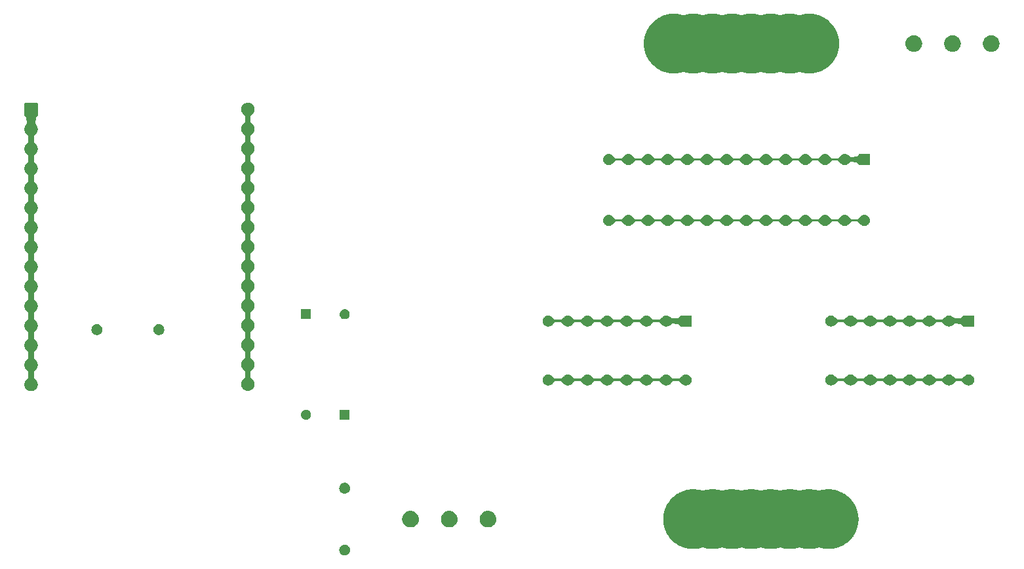
<source format=gbr>
%TF.GenerationSoftware,KiCad,Pcbnew,9.0.0*%
%TF.CreationDate,2025-03-07T14:01:18-07:00*%
%TF.ProjectId,Cntrlr-Turnout,436e7472-6c72-42d5-9475-726e6f75742e,rev?*%
%TF.SameCoordinates,Original*%
%TF.FileFunction,Soldermask,Top*%
%TF.FilePolarity,Negative*%
%FSLAX46Y46*%
G04 Gerber Fmt 4.6, Leading zero omitted, Abs format (unit mm)*
G04 Created by KiCad (PCBNEW 9.0.0) date 2025-03-07 14:01:18*
%MOMM*%
%LPD*%
G01*
G04 APERTURE LIST*
G04 APERTURE END LIST*
G36*
X123218298Y-124707166D02*
G01*
X123237310Y-124709669D01*
X123255830Y-124714631D01*
X123304941Y-124724400D01*
X123432806Y-124777364D01*
X123474439Y-124805182D01*
X123491042Y-124814768D01*
X123506250Y-124826437D01*
X123547882Y-124854255D01*
X123645745Y-124952118D01*
X123673563Y-124993751D01*
X123685231Y-125008957D01*
X123694814Y-125025556D01*
X123722636Y-125067194D01*
X123775600Y-125195059D01*
X123785370Y-125244179D01*
X123790330Y-125262689D01*
X123792831Y-125281690D01*
X123802600Y-125330800D01*
X123802600Y-125469200D01*
X123792831Y-125518311D01*
X123790330Y-125537310D01*
X123785371Y-125555816D01*
X123775600Y-125604941D01*
X123722636Y-125732806D01*
X123694810Y-125774450D01*
X123685231Y-125791042D01*
X123673568Y-125806240D01*
X123645745Y-125847882D01*
X123547882Y-125945745D01*
X123506240Y-125973568D01*
X123491042Y-125985231D01*
X123474450Y-125994810D01*
X123432806Y-126022636D01*
X123304941Y-126075600D01*
X123255816Y-126085371D01*
X123237310Y-126090330D01*
X123218310Y-126092831D01*
X123169200Y-126102600D01*
X123030800Y-126102600D01*
X122981690Y-126092831D01*
X122962689Y-126090330D01*
X122944179Y-126085370D01*
X122895059Y-126075600D01*
X122767194Y-126022636D01*
X122725556Y-125994814D01*
X122708957Y-125985231D01*
X122693751Y-125973563D01*
X122652118Y-125945745D01*
X122554255Y-125847882D01*
X122526437Y-125806250D01*
X122514768Y-125791042D01*
X122505182Y-125774439D01*
X122477364Y-125732806D01*
X122424400Y-125604941D01*
X122414631Y-125555830D01*
X122409669Y-125537310D01*
X122407166Y-125518299D01*
X122397400Y-125469200D01*
X122397400Y-125330800D01*
X122407165Y-125281702D01*
X122409669Y-125262689D01*
X122414632Y-125244165D01*
X122424400Y-125195059D01*
X122477364Y-125067194D01*
X122505177Y-125025567D01*
X122514768Y-125008957D01*
X122526443Y-124993741D01*
X122554255Y-124952118D01*
X122652118Y-124854255D01*
X122693741Y-124826443D01*
X122708957Y-124814768D01*
X122725567Y-124805177D01*
X122767194Y-124777364D01*
X122895059Y-124724400D01*
X122944165Y-124714632D01*
X122962689Y-124709669D01*
X122981702Y-124707165D01*
X123030800Y-124697400D01*
X123169200Y-124697400D01*
X123218298Y-124707166D01*
G37*
G36*
X168268768Y-117541054D02*
G01*
X168289578Y-117541054D01*
X168455016Y-117557348D01*
X168604177Y-117570398D01*
X168625266Y-117574116D01*
X168666908Y-117578218D01*
X168810437Y-117606767D01*
X168936035Y-117628914D01*
X168977120Y-117639922D01*
X169038778Y-117652187D01*
X169159016Y-117688660D01*
X169218350Y-117704559D01*
X169481650Y-117704559D01*
X169540984Y-117688660D01*
X169661222Y-117652187D01*
X169722876Y-117639923D01*
X169763964Y-117628914D01*
X169889570Y-117606766D01*
X170033092Y-117578218D01*
X170074731Y-117574116D01*
X170095822Y-117570398D01*
X170244988Y-117557347D01*
X170410422Y-117541054D01*
X170431232Y-117541054D01*
X170431518Y-117541029D01*
X170768482Y-117541029D01*
X170768768Y-117541054D01*
X170789578Y-117541054D01*
X170955016Y-117557348D01*
X171104177Y-117570398D01*
X171125266Y-117574116D01*
X171166908Y-117578218D01*
X171310437Y-117606767D01*
X171436035Y-117628914D01*
X171477120Y-117639922D01*
X171538778Y-117652187D01*
X171659016Y-117688660D01*
X171718350Y-117704559D01*
X171981650Y-117704559D01*
X172040984Y-117688660D01*
X172161222Y-117652187D01*
X172222876Y-117639923D01*
X172263964Y-117628914D01*
X172389570Y-117606766D01*
X172533092Y-117578218D01*
X172574731Y-117574116D01*
X172595822Y-117570398D01*
X172744988Y-117557347D01*
X172910422Y-117541054D01*
X172931232Y-117541054D01*
X172931518Y-117541029D01*
X173268482Y-117541029D01*
X173268768Y-117541054D01*
X173289578Y-117541054D01*
X173455016Y-117557348D01*
X173604177Y-117570398D01*
X173625266Y-117574116D01*
X173666908Y-117578218D01*
X173810437Y-117606767D01*
X173936035Y-117628914D01*
X173977120Y-117639922D01*
X174038778Y-117652187D01*
X174159016Y-117688660D01*
X174218350Y-117704559D01*
X174481650Y-117704559D01*
X174540984Y-117688660D01*
X174661222Y-117652187D01*
X174722876Y-117639923D01*
X174763964Y-117628914D01*
X174889570Y-117606766D01*
X175033092Y-117578218D01*
X175074731Y-117574116D01*
X175095822Y-117570398D01*
X175244988Y-117557347D01*
X175410422Y-117541054D01*
X175431232Y-117541054D01*
X175431518Y-117541029D01*
X175768482Y-117541029D01*
X175768768Y-117541054D01*
X175789578Y-117541054D01*
X175955016Y-117557348D01*
X176104177Y-117570398D01*
X176125266Y-117574116D01*
X176166908Y-117578218D01*
X176310437Y-117606767D01*
X176436035Y-117628914D01*
X176477120Y-117639922D01*
X176538778Y-117652187D01*
X176659016Y-117688660D01*
X176718350Y-117704559D01*
X176981650Y-117704559D01*
X177040984Y-117688660D01*
X177161222Y-117652187D01*
X177222876Y-117639923D01*
X177263964Y-117628914D01*
X177389570Y-117606766D01*
X177533092Y-117578218D01*
X177574731Y-117574116D01*
X177595822Y-117570398D01*
X177744988Y-117557347D01*
X177910422Y-117541054D01*
X177931232Y-117541054D01*
X177931518Y-117541029D01*
X178268482Y-117541029D01*
X178268768Y-117541054D01*
X178289578Y-117541054D01*
X178455016Y-117557348D01*
X178604177Y-117570398D01*
X178625266Y-117574116D01*
X178666908Y-117578218D01*
X178810437Y-117606767D01*
X178936035Y-117628914D01*
X178977120Y-117639922D01*
X179038778Y-117652187D01*
X179159016Y-117688660D01*
X179218350Y-117704559D01*
X179481650Y-117704559D01*
X179540984Y-117688660D01*
X179661222Y-117652187D01*
X179722876Y-117639923D01*
X179763964Y-117628914D01*
X179889570Y-117606766D01*
X180033092Y-117578218D01*
X180074731Y-117574116D01*
X180095822Y-117570398D01*
X180244988Y-117557347D01*
X180410422Y-117541054D01*
X180431232Y-117541054D01*
X180431518Y-117541029D01*
X180768482Y-117541029D01*
X180768768Y-117541054D01*
X180789578Y-117541054D01*
X180955016Y-117557348D01*
X181104177Y-117570398D01*
X181125266Y-117574116D01*
X181166908Y-117578218D01*
X181310437Y-117606767D01*
X181436035Y-117628914D01*
X181477120Y-117639922D01*
X181538778Y-117652187D01*
X181659016Y-117688660D01*
X181718350Y-117704559D01*
X181981650Y-117704559D01*
X182040984Y-117688660D01*
X182161222Y-117652187D01*
X182222876Y-117639923D01*
X182263964Y-117628914D01*
X182389570Y-117606766D01*
X182533092Y-117578218D01*
X182574731Y-117574116D01*
X182595822Y-117570398D01*
X182744988Y-117557347D01*
X182910422Y-117541054D01*
X182931232Y-117541054D01*
X182931518Y-117541029D01*
X183268482Y-117541029D01*
X183268768Y-117541054D01*
X183289578Y-117541054D01*
X183455016Y-117557348D01*
X183604177Y-117570398D01*
X183625266Y-117574116D01*
X183666908Y-117578218D01*
X183810437Y-117606767D01*
X183936035Y-117628914D01*
X183977120Y-117639922D01*
X184038778Y-117652187D01*
X184159016Y-117688660D01*
X184218350Y-117704559D01*
X184481650Y-117704559D01*
X184540984Y-117688660D01*
X184661222Y-117652187D01*
X184722876Y-117639923D01*
X184763964Y-117628914D01*
X184889570Y-117606766D01*
X185033092Y-117578218D01*
X185074731Y-117574116D01*
X185095822Y-117570398D01*
X185244988Y-117557347D01*
X185410422Y-117541054D01*
X185431232Y-117541054D01*
X185431518Y-117541029D01*
X185768482Y-117541029D01*
X185768768Y-117541054D01*
X185789578Y-117541054D01*
X185955016Y-117557348D01*
X186104177Y-117570398D01*
X186125265Y-117574116D01*
X186166908Y-117578218D01*
X186310447Y-117606769D01*
X186436033Y-117628914D01*
X186477111Y-117639920D01*
X186538778Y-117652187D01*
X186659036Y-117688667D01*
X186761520Y-117716127D01*
X186821360Y-117737907D01*
X186901608Y-117762250D01*
X186998436Y-117802357D01*
X187078174Y-117831380D01*
X187155080Y-117867242D01*
X187251902Y-117907347D01*
X187325850Y-117946873D01*
X187383567Y-117973787D01*
X187475466Y-118026844D01*
X187586287Y-118086080D01*
X187638552Y-118121002D01*
X187675401Y-118142277D01*
X187779879Y-118215434D01*
X187901544Y-118296727D01*
X187933894Y-118323276D01*
X187951433Y-118335557D01*
X188066139Y-118431807D01*
X188194635Y-118537261D01*
X188209345Y-118551971D01*
X188209563Y-118552154D01*
X188447845Y-118790436D01*
X188448027Y-118790653D01*
X188462739Y-118805365D01*
X188568199Y-118933869D01*
X188664442Y-119048566D01*
X188676721Y-119066103D01*
X188703273Y-119098456D01*
X188784572Y-119220129D01*
X188857722Y-119324598D01*
X188878994Y-119361442D01*
X188913920Y-119413713D01*
X188973160Y-119524543D01*
X189026212Y-119616432D01*
X189053122Y-119674142D01*
X189092653Y-119748098D01*
X189132761Y-119844929D01*
X189168619Y-119921825D01*
X189197636Y-120001550D01*
X189237750Y-120098392D01*
X189262095Y-120178649D01*
X189283872Y-120238479D01*
X189311326Y-120340942D01*
X189347813Y-120461222D01*
X189360081Y-120522898D01*
X189371085Y-120563966D01*
X189393223Y-120689516D01*
X189421782Y-120833092D01*
X189425884Y-120874744D01*
X189429601Y-120895822D01*
X189442647Y-121044941D01*
X189458946Y-121210422D01*
X189458946Y-121231231D01*
X189458971Y-121231517D01*
X189458971Y-121568482D01*
X189458946Y-121568767D01*
X189458946Y-121589578D01*
X189442646Y-121755066D01*
X189429601Y-121904177D01*
X189425884Y-121925252D01*
X189421782Y-121966908D01*
X189393221Y-122110491D01*
X189371085Y-122236033D01*
X189360081Y-122277097D01*
X189347813Y-122338778D01*
X189311324Y-122459065D01*
X189283872Y-122561520D01*
X189262097Y-122621344D01*
X189237750Y-122701608D01*
X189197633Y-122798456D01*
X189168619Y-122878174D01*
X189132765Y-122955061D01*
X189092653Y-123051902D01*
X189053119Y-123125864D01*
X189026212Y-123183567D01*
X188973167Y-123275442D01*
X188913920Y-123386287D01*
X188878989Y-123438563D01*
X188857722Y-123475401D01*
X188784586Y-123579848D01*
X188703273Y-123701544D01*
X188676716Y-123733902D01*
X188664442Y-123751433D01*
X188568237Y-123866085D01*
X188462739Y-123994635D01*
X188448022Y-124009351D01*
X188447845Y-124009563D01*
X188209563Y-124247845D01*
X188209351Y-124248022D01*
X188194635Y-124262739D01*
X188066085Y-124368237D01*
X187951433Y-124464442D01*
X187933902Y-124476716D01*
X187901544Y-124503273D01*
X187779848Y-124584586D01*
X187675401Y-124657722D01*
X187638563Y-124678989D01*
X187586287Y-124713920D01*
X187475442Y-124773167D01*
X187383567Y-124826212D01*
X187325864Y-124853119D01*
X187251902Y-124892653D01*
X187155061Y-124932765D01*
X187078174Y-124968619D01*
X186998456Y-124997633D01*
X186901608Y-125037750D01*
X186821344Y-125062097D01*
X186761520Y-125083872D01*
X186659065Y-125111324D01*
X186538778Y-125147813D01*
X186477097Y-125160081D01*
X186436033Y-125171085D01*
X186310491Y-125193221D01*
X186166908Y-125221782D01*
X186125252Y-125225884D01*
X186104177Y-125229601D01*
X185955066Y-125242646D01*
X185789578Y-125258946D01*
X185768768Y-125258946D01*
X185768482Y-125258971D01*
X185431518Y-125258971D01*
X185431232Y-125258946D01*
X185410422Y-125258946D01*
X185244937Y-125242647D01*
X185095822Y-125229601D01*
X185074744Y-125225884D01*
X185033092Y-125221782D01*
X184889538Y-125193227D01*
X184763967Y-125171086D01*
X184722889Y-125160079D01*
X184661222Y-125147813D01*
X184540945Y-125111327D01*
X184481652Y-125095440D01*
X184218348Y-125095440D01*
X184159055Y-125111327D01*
X184038778Y-125147813D01*
X183977107Y-125160080D01*
X183936032Y-125171086D01*
X183810469Y-125193226D01*
X183666908Y-125221782D01*
X183625253Y-125225884D01*
X183604177Y-125229601D01*
X183455066Y-125242646D01*
X183289578Y-125258946D01*
X183268768Y-125258946D01*
X183268482Y-125258971D01*
X182931518Y-125258971D01*
X182931232Y-125258946D01*
X182910422Y-125258946D01*
X182744937Y-125242647D01*
X182595822Y-125229601D01*
X182574744Y-125225884D01*
X182533092Y-125221782D01*
X182389538Y-125193227D01*
X182263967Y-125171086D01*
X182222889Y-125160079D01*
X182161222Y-125147813D01*
X182040945Y-125111327D01*
X181981652Y-125095440D01*
X181718348Y-125095440D01*
X181659055Y-125111327D01*
X181538778Y-125147813D01*
X181477107Y-125160080D01*
X181436032Y-125171086D01*
X181310469Y-125193226D01*
X181166908Y-125221782D01*
X181125253Y-125225884D01*
X181104177Y-125229601D01*
X180955066Y-125242646D01*
X180789578Y-125258946D01*
X180768768Y-125258946D01*
X180768482Y-125258971D01*
X180431518Y-125258971D01*
X180431232Y-125258946D01*
X180410422Y-125258946D01*
X180244937Y-125242647D01*
X180095822Y-125229601D01*
X180074744Y-125225884D01*
X180033092Y-125221782D01*
X179889538Y-125193227D01*
X179763967Y-125171086D01*
X179722889Y-125160079D01*
X179661222Y-125147813D01*
X179540945Y-125111327D01*
X179481652Y-125095440D01*
X179218348Y-125095440D01*
X179159055Y-125111327D01*
X179038778Y-125147813D01*
X178977107Y-125160080D01*
X178936032Y-125171086D01*
X178810469Y-125193226D01*
X178666908Y-125221782D01*
X178625253Y-125225884D01*
X178604177Y-125229601D01*
X178455066Y-125242646D01*
X178289578Y-125258946D01*
X178268768Y-125258946D01*
X178268482Y-125258971D01*
X177931518Y-125258971D01*
X177931232Y-125258946D01*
X177910422Y-125258946D01*
X177744937Y-125242647D01*
X177595822Y-125229601D01*
X177574744Y-125225884D01*
X177533092Y-125221782D01*
X177389538Y-125193227D01*
X177263967Y-125171086D01*
X177222889Y-125160079D01*
X177161222Y-125147813D01*
X177040945Y-125111327D01*
X176981652Y-125095440D01*
X176718348Y-125095440D01*
X176659055Y-125111327D01*
X176538778Y-125147813D01*
X176477107Y-125160080D01*
X176436032Y-125171086D01*
X176310469Y-125193226D01*
X176166908Y-125221782D01*
X176125253Y-125225884D01*
X176104177Y-125229601D01*
X175955066Y-125242646D01*
X175789578Y-125258946D01*
X175768768Y-125258946D01*
X175768482Y-125258971D01*
X175431518Y-125258971D01*
X175431232Y-125258946D01*
X175410422Y-125258946D01*
X175244937Y-125242647D01*
X175095822Y-125229601D01*
X175074744Y-125225884D01*
X175033092Y-125221782D01*
X174889538Y-125193227D01*
X174763967Y-125171086D01*
X174722889Y-125160079D01*
X174661222Y-125147813D01*
X174540945Y-125111327D01*
X174481652Y-125095440D01*
X174218348Y-125095440D01*
X174159055Y-125111327D01*
X174038778Y-125147813D01*
X173977107Y-125160080D01*
X173936032Y-125171086D01*
X173810469Y-125193226D01*
X173666908Y-125221782D01*
X173625253Y-125225884D01*
X173604177Y-125229601D01*
X173455066Y-125242646D01*
X173289578Y-125258946D01*
X173268768Y-125258946D01*
X173268482Y-125258971D01*
X172931518Y-125258971D01*
X172931232Y-125258946D01*
X172910422Y-125258946D01*
X172744937Y-125242647D01*
X172595822Y-125229601D01*
X172574744Y-125225884D01*
X172533092Y-125221782D01*
X172389538Y-125193227D01*
X172263967Y-125171086D01*
X172222889Y-125160079D01*
X172161222Y-125147813D01*
X172040945Y-125111327D01*
X171981652Y-125095440D01*
X171718348Y-125095440D01*
X171659055Y-125111327D01*
X171538778Y-125147813D01*
X171477107Y-125160080D01*
X171436032Y-125171086D01*
X171310469Y-125193226D01*
X171166908Y-125221782D01*
X171125253Y-125225884D01*
X171104177Y-125229601D01*
X170955066Y-125242646D01*
X170789578Y-125258946D01*
X170768768Y-125258946D01*
X170768482Y-125258971D01*
X170431518Y-125258971D01*
X170431232Y-125258946D01*
X170410422Y-125258946D01*
X170244937Y-125242647D01*
X170095822Y-125229601D01*
X170074744Y-125225884D01*
X170033092Y-125221782D01*
X169889538Y-125193227D01*
X169763967Y-125171086D01*
X169722889Y-125160079D01*
X169661222Y-125147813D01*
X169540945Y-125111327D01*
X169481652Y-125095440D01*
X169218348Y-125095440D01*
X169159055Y-125111327D01*
X169038778Y-125147813D01*
X168977107Y-125160080D01*
X168936032Y-125171086D01*
X168810469Y-125193226D01*
X168666908Y-125221782D01*
X168625253Y-125225884D01*
X168604177Y-125229601D01*
X168455066Y-125242646D01*
X168289578Y-125258946D01*
X168268768Y-125258946D01*
X168268482Y-125258971D01*
X167931518Y-125258971D01*
X167931232Y-125258946D01*
X167910422Y-125258946D01*
X167744937Y-125242647D01*
X167595822Y-125229601D01*
X167574744Y-125225884D01*
X167533092Y-125221782D01*
X167389516Y-125193223D01*
X167263966Y-125171085D01*
X167222898Y-125160081D01*
X167161222Y-125147813D01*
X167040942Y-125111326D01*
X166938479Y-125083872D01*
X166878649Y-125062095D01*
X166798392Y-125037750D01*
X166701550Y-124997636D01*
X166621825Y-124968619D01*
X166544929Y-124932761D01*
X166448098Y-124892653D01*
X166374142Y-124853122D01*
X166316432Y-124826212D01*
X166224543Y-124773160D01*
X166113713Y-124713920D01*
X166061442Y-124678994D01*
X166024598Y-124657722D01*
X165920129Y-124584572D01*
X165798456Y-124503273D01*
X165766103Y-124476721D01*
X165748566Y-124464442D01*
X165633869Y-124368199D01*
X165505365Y-124262739D01*
X165490653Y-124248027D01*
X165490436Y-124247845D01*
X165252154Y-124009563D01*
X165251971Y-124009345D01*
X165237261Y-123994635D01*
X165131807Y-123866139D01*
X165035557Y-123751433D01*
X165023276Y-123733894D01*
X164996727Y-123701544D01*
X164915434Y-123579879D01*
X164842277Y-123475401D01*
X164821002Y-123438552D01*
X164786080Y-123386287D01*
X164726844Y-123275466D01*
X164673787Y-123183567D01*
X164646873Y-123125850D01*
X164607347Y-123051902D01*
X164567242Y-122955080D01*
X164531380Y-122878174D01*
X164502357Y-122798436D01*
X164462250Y-122701608D01*
X164437907Y-122621360D01*
X164416127Y-122561520D01*
X164388667Y-122459036D01*
X164352187Y-122338778D01*
X164339920Y-122277111D01*
X164328914Y-122236033D01*
X164306769Y-122110447D01*
X164278218Y-121966908D01*
X164274116Y-121925265D01*
X164270398Y-121904177D01*
X164257348Y-121755016D01*
X164241054Y-121589578D01*
X164241054Y-121568767D01*
X164241029Y-121568482D01*
X164241029Y-121231517D01*
X164241054Y-121231231D01*
X164241054Y-121210422D01*
X164257347Y-121044991D01*
X164270398Y-120895822D01*
X164274116Y-120874731D01*
X164278218Y-120833092D01*
X164306768Y-120689560D01*
X164328914Y-120563966D01*
X164339921Y-120522884D01*
X164352187Y-120461222D01*
X164388664Y-120340970D01*
X164416127Y-120238479D01*
X164437909Y-120178633D01*
X164462250Y-120098392D01*
X164502354Y-120001570D01*
X164531380Y-119921825D01*
X164567245Y-119844910D01*
X164607347Y-119748098D01*
X164646869Y-119674156D01*
X164673787Y-119616432D01*
X164726852Y-119524520D01*
X164786080Y-119413713D01*
X164820998Y-119361453D01*
X164842277Y-119324598D01*
X164915448Y-119220098D01*
X164996727Y-119098456D01*
X165023271Y-119066111D01*
X165035557Y-119048566D01*
X165131844Y-118933814D01*
X165237261Y-118805365D01*
X165251966Y-118790659D01*
X165252154Y-118790436D01*
X165490436Y-118552154D01*
X165490659Y-118551966D01*
X165505365Y-118537261D01*
X165633814Y-118431844D01*
X165748566Y-118335557D01*
X165766111Y-118323271D01*
X165798456Y-118296727D01*
X165920098Y-118215448D01*
X166024598Y-118142277D01*
X166061453Y-118120998D01*
X166113713Y-118086080D01*
X166224520Y-118026852D01*
X166316432Y-117973787D01*
X166374156Y-117946869D01*
X166448098Y-117907347D01*
X166544910Y-117867245D01*
X166621825Y-117831380D01*
X166701570Y-117802354D01*
X166798392Y-117762250D01*
X166878633Y-117737909D01*
X166938479Y-117716127D01*
X167040970Y-117688664D01*
X167161222Y-117652187D01*
X167222884Y-117639921D01*
X167263966Y-117628914D01*
X167389560Y-117606768D01*
X167533092Y-117578218D01*
X167574731Y-117574116D01*
X167595822Y-117570398D01*
X167744988Y-117557347D01*
X167910422Y-117541054D01*
X167931232Y-117541054D01*
X167931518Y-117541029D01*
X168268482Y-117541029D01*
X168268768Y-117541054D01*
G37*
G36*
X131796600Y-120344075D02*
G01*
X131809694Y-120345799D01*
X131812888Y-120346655D01*
X131851421Y-120352758D01*
X131925523Y-120376835D01*
X131945500Y-120382188D01*
X131958246Y-120387467D01*
X132012150Y-120404982D01*
X132062645Y-120430710D01*
X132075398Y-120435993D01*
X132093319Y-120446340D01*
X132162731Y-120481707D01*
X132194286Y-120504633D01*
X132197156Y-120506290D01*
X132207652Y-120514344D01*
X132299456Y-120581043D01*
X132418957Y-120700544D01*
X132485659Y-120792353D01*
X132493709Y-120802843D01*
X132495364Y-120805710D01*
X132518293Y-120837269D01*
X132553662Y-120906686D01*
X132564006Y-120924601D01*
X132569286Y-120937348D01*
X132595018Y-120987850D01*
X132612534Y-121041760D01*
X132617811Y-121054499D01*
X132623160Y-121074464D01*
X132647242Y-121148579D01*
X132653346Y-121187118D01*
X132654200Y-121190305D01*
X132655920Y-121203369D01*
X132673680Y-121315500D01*
X132673680Y-121484500D01*
X132655919Y-121596635D01*
X132654200Y-121609694D01*
X132653346Y-121612879D01*
X132647242Y-121651421D01*
X132623159Y-121725540D01*
X132617811Y-121745500D01*
X132612536Y-121758235D01*
X132595018Y-121812150D01*
X132569283Y-121862655D01*
X132564006Y-121875398D01*
X132553667Y-121893305D01*
X132518293Y-121962731D01*
X132495361Y-121994293D01*
X132493709Y-121997156D01*
X132485673Y-122007628D01*
X132418957Y-122099456D01*
X132299456Y-122218957D01*
X132207628Y-122285673D01*
X132197156Y-122293709D01*
X132194293Y-122295361D01*
X132162731Y-122318293D01*
X132093305Y-122353667D01*
X132075398Y-122364006D01*
X132062655Y-122369283D01*
X132012150Y-122395018D01*
X131958235Y-122412536D01*
X131945500Y-122417811D01*
X131925540Y-122423159D01*
X131851421Y-122447242D01*
X131812879Y-122453346D01*
X131809694Y-122454200D01*
X131796634Y-122455919D01*
X131684500Y-122473680D01*
X131515500Y-122473680D01*
X131403369Y-122455920D01*
X131390305Y-122454200D01*
X131387118Y-122453346D01*
X131348579Y-122447242D01*
X131274464Y-122423160D01*
X131254499Y-122417811D01*
X131241760Y-122412534D01*
X131187850Y-122395018D01*
X131137348Y-122369286D01*
X131124601Y-122364006D01*
X131106686Y-122353662D01*
X131037269Y-122318293D01*
X131005710Y-122295364D01*
X131002843Y-122293709D01*
X130992353Y-122285659D01*
X130900544Y-122218957D01*
X130781043Y-122099456D01*
X130714344Y-122007652D01*
X130706290Y-121997156D01*
X130704633Y-121994286D01*
X130681707Y-121962731D01*
X130646340Y-121893319D01*
X130635993Y-121875398D01*
X130630710Y-121862645D01*
X130604982Y-121812150D01*
X130587467Y-121758246D01*
X130582188Y-121745500D01*
X130576835Y-121725523D01*
X130552758Y-121651421D01*
X130546655Y-121612888D01*
X130545799Y-121609694D01*
X130544075Y-121596601D01*
X130526320Y-121484500D01*
X130526320Y-121315500D01*
X130544074Y-121203403D01*
X130545799Y-121190305D01*
X130546655Y-121187108D01*
X130552758Y-121148579D01*
X130576833Y-121074481D01*
X130582188Y-121054499D01*
X130587469Y-121041749D01*
X130604982Y-120987850D01*
X130630708Y-120937358D01*
X130635993Y-120924601D01*
X130646344Y-120906671D01*
X130681707Y-120837269D01*
X130704630Y-120805717D01*
X130706290Y-120802843D01*
X130714357Y-120792328D01*
X130781043Y-120700544D01*
X130900544Y-120581043D01*
X130992328Y-120514357D01*
X131002843Y-120506290D01*
X131005717Y-120504630D01*
X131037269Y-120481707D01*
X131106671Y-120446344D01*
X131124601Y-120435993D01*
X131137358Y-120430708D01*
X131187850Y-120404982D01*
X131241749Y-120387469D01*
X131254499Y-120382188D01*
X131274481Y-120376833D01*
X131348579Y-120352758D01*
X131387108Y-120346655D01*
X131390305Y-120345799D01*
X131403403Y-120344074D01*
X131515500Y-120326320D01*
X131684500Y-120326320D01*
X131796600Y-120344075D01*
G37*
G36*
X136796600Y-120344075D02*
G01*
X136809694Y-120345799D01*
X136812888Y-120346655D01*
X136851421Y-120352758D01*
X136925523Y-120376835D01*
X136945500Y-120382188D01*
X136958246Y-120387467D01*
X137012150Y-120404982D01*
X137062645Y-120430710D01*
X137075398Y-120435993D01*
X137093319Y-120446340D01*
X137162731Y-120481707D01*
X137194286Y-120504633D01*
X137197156Y-120506290D01*
X137207652Y-120514344D01*
X137299456Y-120581043D01*
X137418957Y-120700544D01*
X137485659Y-120792353D01*
X137493709Y-120802843D01*
X137495364Y-120805710D01*
X137518293Y-120837269D01*
X137553662Y-120906686D01*
X137564006Y-120924601D01*
X137569286Y-120937348D01*
X137595018Y-120987850D01*
X137612534Y-121041760D01*
X137617811Y-121054499D01*
X137623160Y-121074464D01*
X137647242Y-121148579D01*
X137653346Y-121187118D01*
X137654200Y-121190305D01*
X137655920Y-121203369D01*
X137673680Y-121315500D01*
X137673680Y-121484500D01*
X137655919Y-121596635D01*
X137654200Y-121609694D01*
X137653346Y-121612879D01*
X137647242Y-121651421D01*
X137623159Y-121725540D01*
X137617811Y-121745500D01*
X137612536Y-121758235D01*
X137595018Y-121812150D01*
X137569283Y-121862655D01*
X137564006Y-121875398D01*
X137553667Y-121893305D01*
X137518293Y-121962731D01*
X137495361Y-121994293D01*
X137493709Y-121997156D01*
X137485673Y-122007628D01*
X137418957Y-122099456D01*
X137299456Y-122218957D01*
X137207628Y-122285673D01*
X137197156Y-122293709D01*
X137194293Y-122295361D01*
X137162731Y-122318293D01*
X137093305Y-122353667D01*
X137075398Y-122364006D01*
X137062655Y-122369283D01*
X137012150Y-122395018D01*
X136958235Y-122412536D01*
X136945500Y-122417811D01*
X136925540Y-122423159D01*
X136851421Y-122447242D01*
X136812879Y-122453346D01*
X136809694Y-122454200D01*
X136796634Y-122455919D01*
X136684500Y-122473680D01*
X136515500Y-122473680D01*
X136403369Y-122455920D01*
X136390305Y-122454200D01*
X136387118Y-122453346D01*
X136348579Y-122447242D01*
X136274464Y-122423160D01*
X136254499Y-122417811D01*
X136241760Y-122412534D01*
X136187850Y-122395018D01*
X136137348Y-122369286D01*
X136124601Y-122364006D01*
X136106686Y-122353662D01*
X136037269Y-122318293D01*
X136005710Y-122295364D01*
X136002843Y-122293709D01*
X135992353Y-122285659D01*
X135900544Y-122218957D01*
X135781043Y-122099456D01*
X135714344Y-122007652D01*
X135706290Y-121997156D01*
X135704633Y-121994286D01*
X135681707Y-121962731D01*
X135646340Y-121893319D01*
X135635993Y-121875398D01*
X135630710Y-121862645D01*
X135604982Y-121812150D01*
X135587467Y-121758246D01*
X135582188Y-121745500D01*
X135576835Y-121725523D01*
X135552758Y-121651421D01*
X135546655Y-121612888D01*
X135545799Y-121609694D01*
X135544075Y-121596601D01*
X135526320Y-121484500D01*
X135526320Y-121315500D01*
X135544074Y-121203403D01*
X135545799Y-121190305D01*
X135546655Y-121187108D01*
X135552758Y-121148579D01*
X135576833Y-121074481D01*
X135582188Y-121054499D01*
X135587469Y-121041749D01*
X135604982Y-120987850D01*
X135630708Y-120937358D01*
X135635993Y-120924601D01*
X135646344Y-120906671D01*
X135681707Y-120837269D01*
X135704630Y-120805717D01*
X135706290Y-120802843D01*
X135714357Y-120792328D01*
X135781043Y-120700544D01*
X135900544Y-120581043D01*
X135992328Y-120514357D01*
X136002843Y-120506290D01*
X136005717Y-120504630D01*
X136037269Y-120481707D01*
X136106671Y-120446344D01*
X136124601Y-120435993D01*
X136137358Y-120430708D01*
X136187850Y-120404982D01*
X136241749Y-120387469D01*
X136254499Y-120382188D01*
X136274481Y-120376833D01*
X136348579Y-120352758D01*
X136387108Y-120346655D01*
X136390305Y-120345799D01*
X136403403Y-120344074D01*
X136515500Y-120326320D01*
X136684500Y-120326320D01*
X136796600Y-120344075D01*
G37*
G36*
X141796600Y-120344075D02*
G01*
X141809694Y-120345799D01*
X141812888Y-120346655D01*
X141851421Y-120352758D01*
X141925523Y-120376835D01*
X141945500Y-120382188D01*
X141958246Y-120387467D01*
X142012150Y-120404982D01*
X142062645Y-120430710D01*
X142075398Y-120435993D01*
X142093319Y-120446340D01*
X142162731Y-120481707D01*
X142194286Y-120504633D01*
X142197156Y-120506290D01*
X142207652Y-120514344D01*
X142299456Y-120581043D01*
X142418957Y-120700544D01*
X142485659Y-120792353D01*
X142493709Y-120802843D01*
X142495364Y-120805710D01*
X142518293Y-120837269D01*
X142553662Y-120906686D01*
X142564006Y-120924601D01*
X142569286Y-120937348D01*
X142595018Y-120987850D01*
X142612534Y-121041760D01*
X142617811Y-121054499D01*
X142623160Y-121074464D01*
X142647242Y-121148579D01*
X142653346Y-121187118D01*
X142654200Y-121190305D01*
X142655920Y-121203369D01*
X142673680Y-121315500D01*
X142673680Y-121484500D01*
X142655919Y-121596635D01*
X142654200Y-121609694D01*
X142653346Y-121612879D01*
X142647242Y-121651421D01*
X142623159Y-121725540D01*
X142617811Y-121745500D01*
X142612536Y-121758235D01*
X142595018Y-121812150D01*
X142569283Y-121862655D01*
X142564006Y-121875398D01*
X142553667Y-121893305D01*
X142518293Y-121962731D01*
X142495361Y-121994293D01*
X142493709Y-121997156D01*
X142485673Y-122007628D01*
X142418957Y-122099456D01*
X142299456Y-122218957D01*
X142207628Y-122285673D01*
X142197156Y-122293709D01*
X142194293Y-122295361D01*
X142162731Y-122318293D01*
X142093305Y-122353667D01*
X142075398Y-122364006D01*
X142062655Y-122369283D01*
X142012150Y-122395018D01*
X141958235Y-122412536D01*
X141945500Y-122417811D01*
X141925540Y-122423159D01*
X141851421Y-122447242D01*
X141812879Y-122453346D01*
X141809694Y-122454200D01*
X141796634Y-122455919D01*
X141684500Y-122473680D01*
X141515500Y-122473680D01*
X141403369Y-122455920D01*
X141390305Y-122454200D01*
X141387118Y-122453346D01*
X141348579Y-122447242D01*
X141274464Y-122423160D01*
X141254499Y-122417811D01*
X141241760Y-122412534D01*
X141187850Y-122395018D01*
X141137348Y-122369286D01*
X141124601Y-122364006D01*
X141106686Y-122353662D01*
X141037269Y-122318293D01*
X141005710Y-122295364D01*
X141002843Y-122293709D01*
X140992353Y-122285659D01*
X140900544Y-122218957D01*
X140781043Y-122099456D01*
X140714344Y-122007652D01*
X140706290Y-121997156D01*
X140704633Y-121994286D01*
X140681707Y-121962731D01*
X140646340Y-121893319D01*
X140635993Y-121875398D01*
X140630710Y-121862645D01*
X140604982Y-121812150D01*
X140587467Y-121758246D01*
X140582188Y-121745500D01*
X140576835Y-121725523D01*
X140552758Y-121651421D01*
X140546655Y-121612888D01*
X140545799Y-121609694D01*
X140544075Y-121596601D01*
X140526320Y-121484500D01*
X140526320Y-121315500D01*
X140544074Y-121203403D01*
X140545799Y-121190305D01*
X140546655Y-121187108D01*
X140552758Y-121148579D01*
X140576833Y-121074481D01*
X140582188Y-121054499D01*
X140587469Y-121041749D01*
X140604982Y-120987850D01*
X140630708Y-120937358D01*
X140635993Y-120924601D01*
X140646344Y-120906671D01*
X140681707Y-120837269D01*
X140704630Y-120805717D01*
X140706290Y-120802843D01*
X140714357Y-120792328D01*
X140781043Y-120700544D01*
X140900544Y-120581043D01*
X140992328Y-120514357D01*
X141002843Y-120506290D01*
X141005717Y-120504630D01*
X141037269Y-120481707D01*
X141106671Y-120446344D01*
X141124601Y-120435993D01*
X141137358Y-120430708D01*
X141187850Y-120404982D01*
X141241749Y-120387469D01*
X141254499Y-120382188D01*
X141274481Y-120376833D01*
X141348579Y-120352758D01*
X141387108Y-120346655D01*
X141390305Y-120345799D01*
X141403403Y-120344074D01*
X141515500Y-120326320D01*
X141684500Y-120326320D01*
X141796600Y-120344075D01*
G37*
G36*
X123218298Y-116707166D02*
G01*
X123237310Y-116709669D01*
X123255830Y-116714631D01*
X123304941Y-116724400D01*
X123432806Y-116777364D01*
X123474439Y-116805182D01*
X123491042Y-116814768D01*
X123506250Y-116826437D01*
X123547882Y-116854255D01*
X123645745Y-116952118D01*
X123673563Y-116993751D01*
X123685231Y-117008957D01*
X123694814Y-117025556D01*
X123722636Y-117067194D01*
X123775600Y-117195059D01*
X123785370Y-117244179D01*
X123790330Y-117262689D01*
X123792831Y-117281690D01*
X123802600Y-117330800D01*
X123802600Y-117469200D01*
X123792831Y-117518311D01*
X123790330Y-117537310D01*
X123785371Y-117555816D01*
X123775600Y-117604941D01*
X123722636Y-117732806D01*
X123694810Y-117774450D01*
X123685231Y-117791042D01*
X123673568Y-117806240D01*
X123645745Y-117847882D01*
X123547882Y-117945745D01*
X123506240Y-117973568D01*
X123491042Y-117985231D01*
X123474450Y-117994810D01*
X123432806Y-118022636D01*
X123304941Y-118075600D01*
X123255816Y-118085371D01*
X123237310Y-118090330D01*
X123218310Y-118092831D01*
X123169200Y-118102600D01*
X123030800Y-118102600D01*
X122981690Y-118092831D01*
X122962689Y-118090330D01*
X122944179Y-118085370D01*
X122895059Y-118075600D01*
X122767194Y-118022636D01*
X122725556Y-117994814D01*
X122708957Y-117985231D01*
X122693751Y-117973563D01*
X122652118Y-117945745D01*
X122554255Y-117847882D01*
X122526437Y-117806250D01*
X122514768Y-117791042D01*
X122505182Y-117774439D01*
X122477364Y-117732806D01*
X122424400Y-117604941D01*
X122414631Y-117555830D01*
X122409669Y-117537310D01*
X122407166Y-117518299D01*
X122397400Y-117469200D01*
X122397400Y-117330800D01*
X122407165Y-117281702D01*
X122409669Y-117262689D01*
X122414632Y-117244165D01*
X122424400Y-117195059D01*
X122477364Y-117067194D01*
X122505177Y-117025567D01*
X122514768Y-117008957D01*
X122526443Y-116993741D01*
X122554255Y-116952118D01*
X122652118Y-116854255D01*
X122693741Y-116826443D01*
X122708957Y-116814768D01*
X122725567Y-116805177D01*
X122767194Y-116777364D01*
X122895059Y-116724400D01*
X122944165Y-116714632D01*
X122962689Y-116709669D01*
X122981702Y-116707165D01*
X123030800Y-116697400D01*
X123169200Y-116697400D01*
X123218298Y-116707166D01*
G37*
G36*
X123689034Y-107255764D02*
G01*
X123722125Y-107277875D01*
X123744236Y-107310966D01*
X123752000Y-107350000D01*
X123752000Y-108450000D01*
X123744236Y-108489034D01*
X123722125Y-108522125D01*
X123689034Y-108544236D01*
X123650000Y-108552000D01*
X122550000Y-108552000D01*
X122510966Y-108544236D01*
X122477875Y-108522125D01*
X122455764Y-108489034D01*
X122448000Y-108450000D01*
X122448000Y-107350000D01*
X122455764Y-107310966D01*
X122477875Y-107277875D01*
X122510966Y-107255764D01*
X122550000Y-107248000D01*
X123650000Y-107248000D01*
X123689034Y-107255764D01*
G37*
G36*
X118289266Y-107276075D02*
G01*
X118347759Y-107300303D01*
X118348327Y-107300488D01*
X118348858Y-107300758D01*
X118407351Y-107324987D01*
X118513624Y-107395997D01*
X118604003Y-107486376D01*
X118675013Y-107592649D01*
X118699243Y-107651146D01*
X118699511Y-107651672D01*
X118699693Y-107652232D01*
X118723925Y-107710734D01*
X118748860Y-107836093D01*
X118748860Y-107963907D01*
X118723925Y-108089266D01*
X118699691Y-108147770D01*
X118699511Y-108148327D01*
X118699245Y-108148848D01*
X118675013Y-108207351D01*
X118604003Y-108313624D01*
X118513624Y-108404003D01*
X118407351Y-108475013D01*
X118348848Y-108499245D01*
X118348327Y-108499511D01*
X118347770Y-108499691D01*
X118289266Y-108523925D01*
X118163907Y-108548860D01*
X118036093Y-108548860D01*
X117910734Y-108523925D01*
X117852232Y-108499693D01*
X117851672Y-108499511D01*
X117851146Y-108499243D01*
X117792649Y-108475013D01*
X117686376Y-108404003D01*
X117595997Y-108313624D01*
X117524987Y-108207351D01*
X117500758Y-108148858D01*
X117500488Y-108148327D01*
X117500303Y-108147759D01*
X117476075Y-108089266D01*
X117451140Y-107963907D01*
X117451140Y-107836093D01*
X117476075Y-107710734D01*
X117500302Y-107652244D01*
X117500488Y-107651672D01*
X117500761Y-107651136D01*
X117524987Y-107592649D01*
X117595997Y-107486376D01*
X117686376Y-107395997D01*
X117792649Y-107324987D01*
X117851136Y-107300761D01*
X117851672Y-107300488D01*
X117852244Y-107300302D01*
X117910734Y-107276075D01*
X118036093Y-107251140D01*
X118163907Y-107251140D01*
X118289266Y-107276075D01*
G37*
G36*
X83401034Y-67583764D02*
G01*
X83434125Y-67605875D01*
X83456236Y-67638966D01*
X83464000Y-67678000D01*
X83464000Y-69202000D01*
X83456236Y-69241034D01*
X83434125Y-69274125D01*
X83412844Y-69288344D01*
X83210458Y-69490729D01*
X83121839Y-70163834D01*
X83332009Y-70527858D01*
X83361980Y-70572713D01*
X83372323Y-70597685D01*
X83372972Y-70598808D01*
X83416116Y-70702966D01*
X83416452Y-70704223D01*
X83426796Y-70729194D01*
X83437320Y-70782104D01*
X83445294Y-70811861D01*
X83449314Y-70842398D01*
X83459840Y-70895313D01*
X83459840Y-70922347D01*
X83460009Y-70923631D01*
X83460009Y-71036368D01*
X83459840Y-71037651D01*
X83459840Y-71064687D01*
X83449314Y-71117603D01*
X83445294Y-71148138D01*
X83437321Y-71177892D01*
X83426796Y-71230806D01*
X83416452Y-71255778D01*
X83416116Y-71257033D01*
X83372971Y-71361192D01*
X83372326Y-71362308D01*
X83361980Y-71387287D01*
X83332005Y-71432146D01*
X83316606Y-71458820D01*
X83297855Y-71483256D01*
X83267881Y-71528116D01*
X83248764Y-71547232D01*
X83247976Y-71548260D01*
X82960450Y-71835787D01*
X82960450Y-72664213D01*
X83247976Y-72951739D01*
X83248767Y-72952770D01*
X83267881Y-72971884D01*
X83297850Y-73016736D01*
X83316606Y-73041179D01*
X83332009Y-73067859D01*
X83361980Y-73112713D01*
X83372324Y-73137687D01*
X83372971Y-73138807D01*
X83416116Y-73242966D01*
X83416452Y-73244223D01*
X83426796Y-73269194D01*
X83437320Y-73322104D01*
X83445294Y-73351861D01*
X83449314Y-73382398D01*
X83459840Y-73435313D01*
X83459840Y-73462347D01*
X83460009Y-73463631D01*
X83460009Y-73576368D01*
X83459840Y-73577651D01*
X83459840Y-73604687D01*
X83449314Y-73657603D01*
X83445294Y-73688138D01*
X83437321Y-73717892D01*
X83426796Y-73770806D01*
X83416452Y-73795778D01*
X83416116Y-73797033D01*
X83372971Y-73901192D01*
X83372326Y-73902308D01*
X83361980Y-73927287D01*
X83332005Y-73972146D01*
X83316606Y-73998820D01*
X83297855Y-74023256D01*
X83267881Y-74068116D01*
X83248764Y-74087232D01*
X83247976Y-74088260D01*
X82960450Y-74375787D01*
X82960450Y-75204213D01*
X83247976Y-75491739D01*
X83248767Y-75492770D01*
X83267881Y-75511884D01*
X83297850Y-75556736D01*
X83316606Y-75581179D01*
X83332009Y-75607859D01*
X83361980Y-75652713D01*
X83372324Y-75677687D01*
X83372971Y-75678807D01*
X83416116Y-75782966D01*
X83416452Y-75784223D01*
X83426796Y-75809194D01*
X83437320Y-75862104D01*
X83445294Y-75891861D01*
X83449314Y-75922398D01*
X83459840Y-75975313D01*
X83459840Y-76002347D01*
X83460009Y-76003631D01*
X83460009Y-76116368D01*
X83459840Y-76117651D01*
X83459840Y-76144687D01*
X83449314Y-76197603D01*
X83445294Y-76228138D01*
X83437321Y-76257892D01*
X83426796Y-76310806D01*
X83416452Y-76335778D01*
X83416116Y-76337033D01*
X83372971Y-76441192D01*
X83372326Y-76442308D01*
X83361980Y-76467287D01*
X83332005Y-76512146D01*
X83316606Y-76538820D01*
X83297855Y-76563256D01*
X83267881Y-76608116D01*
X83248764Y-76627232D01*
X83247976Y-76628260D01*
X82960450Y-76915787D01*
X82960450Y-77744213D01*
X83247976Y-78031739D01*
X83248767Y-78032770D01*
X83267881Y-78051884D01*
X83297850Y-78096736D01*
X83316606Y-78121179D01*
X83332009Y-78147859D01*
X83361980Y-78192713D01*
X83372324Y-78217687D01*
X83372971Y-78218807D01*
X83416116Y-78322966D01*
X83416452Y-78324223D01*
X83426796Y-78349194D01*
X83437320Y-78402104D01*
X83445294Y-78431861D01*
X83449314Y-78462398D01*
X83459840Y-78515313D01*
X83459840Y-78542347D01*
X83460009Y-78543631D01*
X83460009Y-78656368D01*
X83459840Y-78657651D01*
X83459840Y-78684687D01*
X83449314Y-78737603D01*
X83445294Y-78768138D01*
X83437321Y-78797892D01*
X83426796Y-78850806D01*
X83416452Y-78875778D01*
X83416116Y-78877033D01*
X83372971Y-78981192D01*
X83372326Y-78982308D01*
X83361980Y-79007287D01*
X83332005Y-79052146D01*
X83316606Y-79078820D01*
X83297855Y-79103256D01*
X83267881Y-79148116D01*
X83248764Y-79167232D01*
X83247976Y-79168260D01*
X82960450Y-79455787D01*
X82960450Y-80284213D01*
X83247976Y-80571739D01*
X83248767Y-80572770D01*
X83267881Y-80591884D01*
X83297850Y-80636736D01*
X83316606Y-80661179D01*
X83332009Y-80687859D01*
X83361980Y-80732713D01*
X83372324Y-80757687D01*
X83372971Y-80758807D01*
X83416116Y-80862966D01*
X83416452Y-80864223D01*
X83426796Y-80889194D01*
X83437320Y-80942104D01*
X83445294Y-80971861D01*
X83449314Y-81002398D01*
X83459840Y-81055313D01*
X83459840Y-81082347D01*
X83460009Y-81083631D01*
X83460009Y-81196368D01*
X83459840Y-81197651D01*
X83459840Y-81224687D01*
X83449314Y-81277603D01*
X83445294Y-81308138D01*
X83437321Y-81337892D01*
X83426796Y-81390806D01*
X83416452Y-81415778D01*
X83416116Y-81417033D01*
X83372971Y-81521192D01*
X83372326Y-81522308D01*
X83361980Y-81547287D01*
X83332005Y-81592146D01*
X83316606Y-81618820D01*
X83297855Y-81643256D01*
X83267881Y-81688116D01*
X83248764Y-81707232D01*
X83247976Y-81708260D01*
X82960450Y-81995787D01*
X82960450Y-82824213D01*
X83247976Y-83111739D01*
X83248767Y-83112770D01*
X83267881Y-83131884D01*
X83297850Y-83176736D01*
X83316606Y-83201179D01*
X83332009Y-83227859D01*
X83361980Y-83272713D01*
X83372324Y-83297687D01*
X83372971Y-83298807D01*
X83416116Y-83402966D01*
X83416452Y-83404223D01*
X83426796Y-83429194D01*
X83437320Y-83482104D01*
X83445294Y-83511861D01*
X83449314Y-83542398D01*
X83459840Y-83595313D01*
X83459840Y-83622347D01*
X83460009Y-83623631D01*
X83460009Y-83736368D01*
X83459840Y-83737651D01*
X83459840Y-83764687D01*
X83449314Y-83817603D01*
X83445294Y-83848138D01*
X83437321Y-83877892D01*
X83426796Y-83930806D01*
X83416452Y-83955778D01*
X83416116Y-83957033D01*
X83372971Y-84061192D01*
X83372326Y-84062308D01*
X83361980Y-84087287D01*
X83332005Y-84132146D01*
X83316606Y-84158820D01*
X83297855Y-84183256D01*
X83267881Y-84228116D01*
X83248764Y-84247232D01*
X83247976Y-84248260D01*
X82960450Y-84535787D01*
X82960450Y-85364213D01*
X83247976Y-85651739D01*
X83248767Y-85652770D01*
X83267881Y-85671884D01*
X83297850Y-85716736D01*
X83316606Y-85741179D01*
X83332009Y-85767859D01*
X83361980Y-85812713D01*
X83372324Y-85837687D01*
X83372971Y-85838807D01*
X83416116Y-85942966D01*
X83416452Y-85944223D01*
X83426796Y-85969194D01*
X83437320Y-86022104D01*
X83445294Y-86051861D01*
X83449314Y-86082398D01*
X83459840Y-86135313D01*
X83459840Y-86162347D01*
X83460009Y-86163631D01*
X83460009Y-86276368D01*
X83459840Y-86277651D01*
X83459840Y-86304687D01*
X83449314Y-86357603D01*
X83445294Y-86388138D01*
X83437321Y-86417892D01*
X83426796Y-86470806D01*
X83416452Y-86495778D01*
X83416116Y-86497033D01*
X83372971Y-86601192D01*
X83372326Y-86602308D01*
X83361980Y-86627287D01*
X83332005Y-86672146D01*
X83316606Y-86698820D01*
X83297855Y-86723256D01*
X83267881Y-86768116D01*
X83248764Y-86787232D01*
X83247976Y-86788260D01*
X82960450Y-87075787D01*
X82960450Y-87904213D01*
X83247976Y-88191739D01*
X83248767Y-88192770D01*
X83267881Y-88211884D01*
X83297850Y-88256736D01*
X83316606Y-88281179D01*
X83332009Y-88307859D01*
X83361980Y-88352713D01*
X83372324Y-88377687D01*
X83372971Y-88378807D01*
X83416116Y-88482966D01*
X83416452Y-88484223D01*
X83426796Y-88509194D01*
X83437320Y-88562104D01*
X83445294Y-88591861D01*
X83449314Y-88622398D01*
X83459840Y-88675313D01*
X83459840Y-88702347D01*
X83460009Y-88703631D01*
X83460009Y-88816368D01*
X83459840Y-88817651D01*
X83459840Y-88844687D01*
X83449314Y-88897603D01*
X83445294Y-88928138D01*
X83437321Y-88957892D01*
X83426796Y-89010806D01*
X83416452Y-89035778D01*
X83416116Y-89037033D01*
X83372971Y-89141192D01*
X83372326Y-89142308D01*
X83361980Y-89167287D01*
X83332005Y-89212146D01*
X83316606Y-89238820D01*
X83297855Y-89263256D01*
X83267881Y-89308116D01*
X83248764Y-89327232D01*
X83247976Y-89328260D01*
X82960450Y-89615787D01*
X82960450Y-90444213D01*
X83247976Y-90731739D01*
X83248767Y-90732770D01*
X83267881Y-90751884D01*
X83297850Y-90796736D01*
X83316606Y-90821179D01*
X83332009Y-90847859D01*
X83361980Y-90892713D01*
X83372324Y-90917687D01*
X83372971Y-90918807D01*
X83416116Y-91022966D01*
X83416452Y-91024223D01*
X83426796Y-91049194D01*
X83437320Y-91102104D01*
X83445294Y-91131861D01*
X83449314Y-91162398D01*
X83459840Y-91215313D01*
X83459840Y-91242347D01*
X83460009Y-91243631D01*
X83460009Y-91356368D01*
X83459840Y-91357651D01*
X83459840Y-91384687D01*
X83449314Y-91437603D01*
X83445294Y-91468138D01*
X83437321Y-91497892D01*
X83426796Y-91550806D01*
X83416452Y-91575778D01*
X83416116Y-91577033D01*
X83372971Y-91681192D01*
X83372326Y-91682308D01*
X83361980Y-91707287D01*
X83332005Y-91752146D01*
X83316606Y-91778820D01*
X83297855Y-91803256D01*
X83267881Y-91848116D01*
X83248764Y-91867232D01*
X83247976Y-91868260D01*
X82960450Y-92155787D01*
X82960450Y-92984213D01*
X83247976Y-93271739D01*
X83248767Y-93272770D01*
X83267881Y-93291884D01*
X83297850Y-93336736D01*
X83316606Y-93361179D01*
X83332009Y-93387859D01*
X83361980Y-93432713D01*
X83372324Y-93457687D01*
X83372971Y-93458807D01*
X83416116Y-93562966D01*
X83416452Y-93564223D01*
X83426796Y-93589194D01*
X83437320Y-93642104D01*
X83445294Y-93671861D01*
X83449314Y-93702398D01*
X83459840Y-93755313D01*
X83459840Y-93782347D01*
X83460009Y-93783631D01*
X83460009Y-93896368D01*
X83459840Y-93897651D01*
X83459840Y-93924687D01*
X83449314Y-93977603D01*
X83445294Y-94008138D01*
X83437321Y-94037892D01*
X83426796Y-94090806D01*
X83416452Y-94115778D01*
X83416116Y-94117033D01*
X83372971Y-94221192D01*
X83372326Y-94222308D01*
X83361980Y-94247287D01*
X83332005Y-94292146D01*
X83316606Y-94318820D01*
X83297855Y-94343256D01*
X83267881Y-94388116D01*
X83248764Y-94407232D01*
X83247976Y-94408260D01*
X82960450Y-94695787D01*
X82960450Y-95524213D01*
X83247976Y-95811739D01*
X83248767Y-95812770D01*
X83267881Y-95831884D01*
X83297850Y-95876736D01*
X83316606Y-95901179D01*
X83332009Y-95927859D01*
X83361980Y-95972713D01*
X83372324Y-95997687D01*
X83372971Y-95998807D01*
X83416116Y-96102966D01*
X83416452Y-96104223D01*
X83426796Y-96129194D01*
X83437320Y-96182104D01*
X83445294Y-96211861D01*
X83449314Y-96242398D01*
X83459840Y-96295313D01*
X83459840Y-96322347D01*
X83460009Y-96323631D01*
X83460009Y-96436368D01*
X83459840Y-96437651D01*
X83459840Y-96464687D01*
X83449314Y-96517603D01*
X83445294Y-96548138D01*
X83437321Y-96577892D01*
X83426796Y-96630806D01*
X83416452Y-96655778D01*
X83416116Y-96657033D01*
X83372971Y-96761192D01*
X83372326Y-96762308D01*
X83361980Y-96787287D01*
X83332005Y-96832146D01*
X83316606Y-96858820D01*
X83297855Y-96883256D01*
X83267881Y-96928116D01*
X83248764Y-96947232D01*
X83247976Y-96948260D01*
X82960450Y-97235787D01*
X82960450Y-98064213D01*
X83247976Y-98351739D01*
X83248767Y-98352770D01*
X83267881Y-98371884D01*
X83297850Y-98416736D01*
X83316606Y-98441179D01*
X83332009Y-98467859D01*
X83361980Y-98512713D01*
X83372324Y-98537687D01*
X83372971Y-98538807D01*
X83416116Y-98642966D01*
X83416452Y-98644223D01*
X83426796Y-98669194D01*
X83437320Y-98722104D01*
X83445294Y-98751861D01*
X83449314Y-98782398D01*
X83459840Y-98835313D01*
X83459840Y-98862347D01*
X83460009Y-98863631D01*
X83460009Y-98976368D01*
X83459840Y-98977651D01*
X83459840Y-99004687D01*
X83449314Y-99057603D01*
X83445294Y-99088138D01*
X83437321Y-99117892D01*
X83426796Y-99170806D01*
X83416452Y-99195778D01*
X83416116Y-99197033D01*
X83372971Y-99301192D01*
X83372326Y-99302308D01*
X83361980Y-99327287D01*
X83332005Y-99372146D01*
X83316606Y-99398820D01*
X83297855Y-99423256D01*
X83267881Y-99468116D01*
X83248764Y-99487232D01*
X83247976Y-99488260D01*
X82960450Y-99775787D01*
X82960450Y-100604213D01*
X83247976Y-100891739D01*
X83248767Y-100892770D01*
X83267881Y-100911884D01*
X83297850Y-100956736D01*
X83316606Y-100981179D01*
X83332009Y-101007859D01*
X83361980Y-101052713D01*
X83372324Y-101077687D01*
X83372971Y-101078807D01*
X83416116Y-101182966D01*
X83416452Y-101184223D01*
X83426796Y-101209194D01*
X83437320Y-101262104D01*
X83445294Y-101291861D01*
X83449314Y-101322398D01*
X83459840Y-101375313D01*
X83459840Y-101402347D01*
X83460009Y-101403631D01*
X83460009Y-101516368D01*
X83459840Y-101517651D01*
X83459840Y-101544687D01*
X83449314Y-101597603D01*
X83445294Y-101628138D01*
X83437321Y-101657892D01*
X83426796Y-101710806D01*
X83416452Y-101735778D01*
X83416116Y-101737033D01*
X83372971Y-101841192D01*
X83372326Y-101842308D01*
X83361980Y-101867287D01*
X83332005Y-101912146D01*
X83316606Y-101938820D01*
X83297855Y-101963256D01*
X83267881Y-102008116D01*
X83248764Y-102027232D01*
X83247976Y-102028260D01*
X82960450Y-102315787D01*
X82960450Y-103144213D01*
X83247976Y-103431739D01*
X83248767Y-103432770D01*
X83267881Y-103451884D01*
X83297850Y-103496736D01*
X83316606Y-103521179D01*
X83332009Y-103547859D01*
X83361980Y-103592713D01*
X83372324Y-103617687D01*
X83372971Y-103618807D01*
X83416116Y-103722966D01*
X83416452Y-103724223D01*
X83426796Y-103749194D01*
X83437320Y-103802104D01*
X83445294Y-103831861D01*
X83449314Y-103862398D01*
X83459840Y-103915313D01*
X83459840Y-103942347D01*
X83460009Y-103943631D01*
X83460009Y-104056368D01*
X83459840Y-104057651D01*
X83459840Y-104084687D01*
X83449314Y-104137603D01*
X83445294Y-104168138D01*
X83437321Y-104197892D01*
X83426796Y-104250806D01*
X83416452Y-104275778D01*
X83416116Y-104277033D01*
X83372971Y-104381192D01*
X83372326Y-104382308D01*
X83361980Y-104407287D01*
X83332005Y-104452146D01*
X83316606Y-104478820D01*
X83297855Y-104503256D01*
X83267881Y-104548116D01*
X83248764Y-104567232D01*
X83247976Y-104568260D01*
X83168260Y-104647976D01*
X83167232Y-104648764D01*
X83148116Y-104667881D01*
X83103256Y-104697855D01*
X83078820Y-104716606D01*
X83052146Y-104732005D01*
X83007287Y-104761980D01*
X82982308Y-104772326D01*
X82981192Y-104772971D01*
X82877033Y-104816116D01*
X82875778Y-104816452D01*
X82850806Y-104826796D01*
X82797892Y-104837321D01*
X82768138Y-104845294D01*
X82737603Y-104849314D01*
X82684687Y-104859840D01*
X82657652Y-104859840D01*
X82656368Y-104860009D01*
X82543632Y-104860009D01*
X82542348Y-104859840D01*
X82515313Y-104859840D01*
X82462398Y-104849314D01*
X82431861Y-104845294D01*
X82402104Y-104837320D01*
X82349194Y-104826796D01*
X82324223Y-104816452D01*
X82322966Y-104816116D01*
X82218807Y-104772971D01*
X82217687Y-104772324D01*
X82192713Y-104761980D01*
X82147859Y-104732009D01*
X82121179Y-104716606D01*
X82096736Y-104697850D01*
X82051884Y-104667881D01*
X82032770Y-104648767D01*
X82031739Y-104647976D01*
X81952023Y-104568260D01*
X81951231Y-104567228D01*
X81932119Y-104548116D01*
X81902151Y-104503266D01*
X81883393Y-104478820D01*
X81867986Y-104452135D01*
X81838020Y-104407287D01*
X81827676Y-104382314D01*
X81827028Y-104381192D01*
X81783883Y-104277033D01*
X81783545Y-104275771D01*
X81773204Y-104250806D01*
X81762681Y-104197906D01*
X81754705Y-104168138D01*
X81750683Y-104137592D01*
X81740160Y-104084687D01*
X81740160Y-104057651D01*
X81739991Y-104056368D01*
X81739991Y-103943631D01*
X81740160Y-103942347D01*
X81740160Y-103915313D01*
X81750683Y-103862409D01*
X81754705Y-103831861D01*
X81762682Y-103802089D01*
X81773204Y-103749194D01*
X81783544Y-103724230D01*
X81783883Y-103722966D01*
X81827028Y-103618807D01*
X81827677Y-103617681D01*
X81838020Y-103592713D01*
X81867982Y-103547870D01*
X81883393Y-103521179D01*
X81902156Y-103496726D01*
X81932119Y-103451884D01*
X81951228Y-103432774D01*
X81952023Y-103431739D01*
X82239550Y-103144213D01*
X82239550Y-102315787D01*
X81952023Y-102028260D01*
X81951231Y-102027228D01*
X81932119Y-102008116D01*
X81902151Y-101963266D01*
X81883393Y-101938820D01*
X81867986Y-101912135D01*
X81838020Y-101867287D01*
X81827676Y-101842314D01*
X81827028Y-101841192D01*
X81783883Y-101737033D01*
X81783545Y-101735771D01*
X81773204Y-101710806D01*
X81762681Y-101657906D01*
X81754705Y-101628138D01*
X81750683Y-101597592D01*
X81740160Y-101544687D01*
X81740160Y-101517651D01*
X81739991Y-101516368D01*
X81739991Y-101403631D01*
X81740160Y-101402347D01*
X81740160Y-101375313D01*
X81750683Y-101322409D01*
X81754705Y-101291861D01*
X81762682Y-101262089D01*
X81773204Y-101209194D01*
X81783544Y-101184230D01*
X81783883Y-101182966D01*
X81827028Y-101078807D01*
X81827677Y-101077681D01*
X81838020Y-101052713D01*
X81867982Y-101007870D01*
X81883393Y-100981179D01*
X81902156Y-100956726D01*
X81932119Y-100911884D01*
X81951228Y-100892774D01*
X81952023Y-100891739D01*
X82239550Y-100604213D01*
X82239550Y-99775787D01*
X81952023Y-99488260D01*
X81951231Y-99487228D01*
X81932119Y-99468116D01*
X81902151Y-99423266D01*
X81883393Y-99398820D01*
X81867986Y-99372135D01*
X81838020Y-99327287D01*
X81827676Y-99302314D01*
X81827028Y-99301192D01*
X81783883Y-99197033D01*
X81783545Y-99195771D01*
X81773204Y-99170806D01*
X81762681Y-99117906D01*
X81754705Y-99088138D01*
X81750683Y-99057592D01*
X81740160Y-99004687D01*
X81740160Y-98977651D01*
X81739991Y-98976368D01*
X81739991Y-98863631D01*
X81740160Y-98862347D01*
X81740160Y-98835313D01*
X81750683Y-98782409D01*
X81754705Y-98751861D01*
X81762682Y-98722089D01*
X81773204Y-98669194D01*
X81783544Y-98644230D01*
X81783883Y-98642966D01*
X81827028Y-98538807D01*
X81827677Y-98537681D01*
X81838020Y-98512713D01*
X81867982Y-98467870D01*
X81883393Y-98441179D01*
X81902156Y-98416726D01*
X81932119Y-98371884D01*
X81951228Y-98352774D01*
X81952023Y-98351739D01*
X82239550Y-98064213D01*
X82239550Y-97235787D01*
X81952023Y-96948260D01*
X81951231Y-96947228D01*
X81932119Y-96928116D01*
X81902151Y-96883266D01*
X81883393Y-96858820D01*
X81867986Y-96832135D01*
X81838020Y-96787287D01*
X81827676Y-96762314D01*
X81827028Y-96761192D01*
X81783883Y-96657033D01*
X81783545Y-96655771D01*
X81773204Y-96630806D01*
X81762681Y-96577906D01*
X81754705Y-96548138D01*
X81750683Y-96517592D01*
X81740160Y-96464687D01*
X81740160Y-96437651D01*
X81739991Y-96436368D01*
X81739991Y-96323631D01*
X81740160Y-96322347D01*
X81740160Y-96295313D01*
X81750683Y-96242409D01*
X81754705Y-96211861D01*
X81762682Y-96182089D01*
X81773204Y-96129194D01*
X81783544Y-96104230D01*
X81783883Y-96102966D01*
X81827028Y-95998807D01*
X81827677Y-95997681D01*
X81838020Y-95972713D01*
X81867982Y-95927870D01*
X81883393Y-95901179D01*
X81902156Y-95876726D01*
X81932119Y-95831884D01*
X81951228Y-95812774D01*
X81952023Y-95811739D01*
X82239550Y-95524213D01*
X82239550Y-94695787D01*
X81952023Y-94408260D01*
X81951231Y-94407228D01*
X81932119Y-94388116D01*
X81902151Y-94343266D01*
X81883393Y-94318820D01*
X81867986Y-94292135D01*
X81838020Y-94247287D01*
X81827676Y-94222314D01*
X81827028Y-94221192D01*
X81783883Y-94117033D01*
X81783545Y-94115771D01*
X81773204Y-94090806D01*
X81762681Y-94037906D01*
X81754705Y-94008138D01*
X81750683Y-93977592D01*
X81740160Y-93924687D01*
X81740160Y-93897651D01*
X81739991Y-93896368D01*
X81739991Y-93783631D01*
X81740160Y-93782347D01*
X81740160Y-93755313D01*
X81750683Y-93702409D01*
X81754705Y-93671861D01*
X81762682Y-93642089D01*
X81773204Y-93589194D01*
X81783544Y-93564230D01*
X81783883Y-93562966D01*
X81827028Y-93458807D01*
X81827677Y-93457681D01*
X81838020Y-93432713D01*
X81867982Y-93387870D01*
X81883393Y-93361179D01*
X81902156Y-93336726D01*
X81932119Y-93291884D01*
X81951228Y-93272774D01*
X81952023Y-93271739D01*
X82239550Y-92984213D01*
X82239550Y-92155787D01*
X81952023Y-91868260D01*
X81951231Y-91867228D01*
X81932119Y-91848116D01*
X81902151Y-91803266D01*
X81883393Y-91778820D01*
X81867986Y-91752135D01*
X81838020Y-91707287D01*
X81827676Y-91682314D01*
X81827028Y-91681192D01*
X81783883Y-91577033D01*
X81783545Y-91575771D01*
X81773204Y-91550806D01*
X81762681Y-91497906D01*
X81754705Y-91468138D01*
X81750683Y-91437592D01*
X81740160Y-91384687D01*
X81740160Y-91357651D01*
X81739991Y-91356368D01*
X81739991Y-91243631D01*
X81740160Y-91242347D01*
X81740160Y-91215313D01*
X81750683Y-91162409D01*
X81754705Y-91131861D01*
X81762682Y-91102089D01*
X81773204Y-91049194D01*
X81783544Y-91024230D01*
X81783883Y-91022966D01*
X81827028Y-90918807D01*
X81827677Y-90917681D01*
X81838020Y-90892713D01*
X81867982Y-90847870D01*
X81883393Y-90821179D01*
X81902156Y-90796726D01*
X81932119Y-90751884D01*
X81951228Y-90732774D01*
X81952023Y-90731739D01*
X82239550Y-90444213D01*
X82239550Y-89615787D01*
X81952023Y-89328260D01*
X81951231Y-89327228D01*
X81932119Y-89308116D01*
X81902151Y-89263266D01*
X81883393Y-89238820D01*
X81867986Y-89212135D01*
X81838020Y-89167287D01*
X81827676Y-89142314D01*
X81827028Y-89141192D01*
X81783883Y-89037033D01*
X81783545Y-89035771D01*
X81773204Y-89010806D01*
X81762681Y-88957906D01*
X81754705Y-88928138D01*
X81750683Y-88897592D01*
X81740160Y-88844687D01*
X81740160Y-88817651D01*
X81739991Y-88816368D01*
X81739991Y-88703631D01*
X81740160Y-88702347D01*
X81740160Y-88675313D01*
X81750683Y-88622409D01*
X81754705Y-88591861D01*
X81762682Y-88562089D01*
X81773204Y-88509194D01*
X81783544Y-88484230D01*
X81783883Y-88482966D01*
X81827028Y-88378807D01*
X81827677Y-88377681D01*
X81838020Y-88352713D01*
X81867982Y-88307870D01*
X81883393Y-88281179D01*
X81902156Y-88256726D01*
X81932119Y-88211884D01*
X81951228Y-88192774D01*
X81952023Y-88191739D01*
X82239550Y-87904213D01*
X82239550Y-87075787D01*
X81952023Y-86788260D01*
X81951231Y-86787228D01*
X81932119Y-86768116D01*
X81902151Y-86723266D01*
X81883393Y-86698820D01*
X81867986Y-86672135D01*
X81838020Y-86627287D01*
X81827676Y-86602314D01*
X81827028Y-86601192D01*
X81783883Y-86497033D01*
X81783545Y-86495771D01*
X81773204Y-86470806D01*
X81762681Y-86417906D01*
X81754705Y-86388138D01*
X81750683Y-86357592D01*
X81740160Y-86304687D01*
X81740160Y-86277651D01*
X81739991Y-86276368D01*
X81739991Y-86163631D01*
X81740160Y-86162347D01*
X81740160Y-86135313D01*
X81750683Y-86082409D01*
X81754705Y-86051861D01*
X81762682Y-86022089D01*
X81773204Y-85969194D01*
X81783544Y-85944230D01*
X81783883Y-85942966D01*
X81827028Y-85838807D01*
X81827677Y-85837681D01*
X81838020Y-85812713D01*
X81867982Y-85767870D01*
X81883393Y-85741179D01*
X81902156Y-85716726D01*
X81932119Y-85671884D01*
X81951228Y-85652774D01*
X81952023Y-85651739D01*
X82239550Y-85364213D01*
X82239550Y-84535787D01*
X81952023Y-84248260D01*
X81951231Y-84247228D01*
X81932119Y-84228116D01*
X81902151Y-84183266D01*
X81883393Y-84158820D01*
X81867986Y-84132135D01*
X81838020Y-84087287D01*
X81827676Y-84062314D01*
X81827028Y-84061192D01*
X81783883Y-83957033D01*
X81783545Y-83955771D01*
X81773204Y-83930806D01*
X81762681Y-83877906D01*
X81754705Y-83848138D01*
X81750683Y-83817592D01*
X81740160Y-83764687D01*
X81740160Y-83737651D01*
X81739991Y-83736368D01*
X81739991Y-83623631D01*
X81740160Y-83622347D01*
X81740160Y-83595313D01*
X81750683Y-83542409D01*
X81754705Y-83511861D01*
X81762682Y-83482089D01*
X81773204Y-83429194D01*
X81783544Y-83404230D01*
X81783883Y-83402966D01*
X81827028Y-83298807D01*
X81827677Y-83297681D01*
X81838020Y-83272713D01*
X81867982Y-83227870D01*
X81883393Y-83201179D01*
X81902156Y-83176726D01*
X81932119Y-83131884D01*
X81951228Y-83112774D01*
X81952023Y-83111739D01*
X82239550Y-82824213D01*
X82239550Y-81995787D01*
X81952023Y-81708260D01*
X81951231Y-81707228D01*
X81932119Y-81688116D01*
X81902151Y-81643266D01*
X81883393Y-81618820D01*
X81867986Y-81592135D01*
X81838020Y-81547287D01*
X81827676Y-81522314D01*
X81827028Y-81521192D01*
X81783883Y-81417033D01*
X81783545Y-81415771D01*
X81773204Y-81390806D01*
X81762681Y-81337906D01*
X81754705Y-81308138D01*
X81750683Y-81277592D01*
X81740160Y-81224687D01*
X81740160Y-81197651D01*
X81739991Y-81196368D01*
X81739991Y-81083631D01*
X81740160Y-81082347D01*
X81740160Y-81055313D01*
X81750683Y-81002409D01*
X81754705Y-80971861D01*
X81762682Y-80942089D01*
X81773204Y-80889194D01*
X81783544Y-80864230D01*
X81783883Y-80862966D01*
X81827028Y-80758807D01*
X81827677Y-80757681D01*
X81838020Y-80732713D01*
X81867982Y-80687870D01*
X81883393Y-80661179D01*
X81902156Y-80636726D01*
X81932119Y-80591884D01*
X81951228Y-80572774D01*
X81952023Y-80571739D01*
X82239550Y-80284213D01*
X82239550Y-79455787D01*
X81952023Y-79168260D01*
X81951231Y-79167228D01*
X81932119Y-79148116D01*
X81902151Y-79103266D01*
X81883393Y-79078820D01*
X81867986Y-79052135D01*
X81838020Y-79007287D01*
X81827676Y-78982314D01*
X81827028Y-78981192D01*
X81783883Y-78877033D01*
X81783545Y-78875771D01*
X81773204Y-78850806D01*
X81762681Y-78797906D01*
X81754705Y-78768138D01*
X81750683Y-78737592D01*
X81740160Y-78684687D01*
X81740160Y-78657651D01*
X81739991Y-78656368D01*
X81739991Y-78543631D01*
X81740160Y-78542347D01*
X81740160Y-78515313D01*
X81750683Y-78462409D01*
X81754705Y-78431861D01*
X81762682Y-78402089D01*
X81773204Y-78349194D01*
X81783544Y-78324230D01*
X81783883Y-78322966D01*
X81827028Y-78218807D01*
X81827677Y-78217681D01*
X81838020Y-78192713D01*
X81867982Y-78147870D01*
X81883393Y-78121179D01*
X81902156Y-78096726D01*
X81932119Y-78051884D01*
X81951228Y-78032774D01*
X81952023Y-78031739D01*
X82239550Y-77744213D01*
X82239550Y-76915787D01*
X81952023Y-76628260D01*
X81951231Y-76627228D01*
X81932119Y-76608116D01*
X81902151Y-76563266D01*
X81883393Y-76538820D01*
X81867986Y-76512135D01*
X81838020Y-76467287D01*
X81827676Y-76442314D01*
X81827028Y-76441192D01*
X81783883Y-76337033D01*
X81783545Y-76335771D01*
X81773204Y-76310806D01*
X81762681Y-76257906D01*
X81754705Y-76228138D01*
X81750683Y-76197592D01*
X81740160Y-76144687D01*
X81740160Y-76117651D01*
X81739991Y-76116368D01*
X81739991Y-76003631D01*
X81740160Y-76002347D01*
X81740160Y-75975313D01*
X81750683Y-75922409D01*
X81754705Y-75891861D01*
X81762682Y-75862089D01*
X81773204Y-75809194D01*
X81783544Y-75784230D01*
X81783883Y-75782966D01*
X81827028Y-75678807D01*
X81827677Y-75677681D01*
X81838020Y-75652713D01*
X81867982Y-75607870D01*
X81883393Y-75581179D01*
X81902156Y-75556726D01*
X81932119Y-75511884D01*
X81951228Y-75492774D01*
X81952023Y-75491739D01*
X82239550Y-75204213D01*
X82239550Y-74375787D01*
X81952023Y-74088260D01*
X81951231Y-74087228D01*
X81932119Y-74068116D01*
X81902151Y-74023266D01*
X81883393Y-73998820D01*
X81867986Y-73972135D01*
X81838020Y-73927287D01*
X81827676Y-73902314D01*
X81827028Y-73901192D01*
X81783883Y-73797033D01*
X81783545Y-73795771D01*
X81773204Y-73770806D01*
X81762681Y-73717906D01*
X81754705Y-73688138D01*
X81750683Y-73657592D01*
X81740160Y-73604687D01*
X81740160Y-73577651D01*
X81739991Y-73576368D01*
X81739991Y-73463631D01*
X81740160Y-73462347D01*
X81740160Y-73435313D01*
X81750683Y-73382409D01*
X81754705Y-73351861D01*
X81762682Y-73322089D01*
X81773204Y-73269194D01*
X81783544Y-73244230D01*
X81783883Y-73242966D01*
X81827028Y-73138807D01*
X81827677Y-73137681D01*
X81838020Y-73112713D01*
X81867982Y-73067870D01*
X81883393Y-73041179D01*
X81902156Y-73016726D01*
X81932119Y-72971884D01*
X81951228Y-72952774D01*
X81952023Y-72951739D01*
X82239550Y-72664213D01*
X82239550Y-71835787D01*
X81952023Y-71548260D01*
X81951231Y-71547228D01*
X81932119Y-71528116D01*
X81902151Y-71483266D01*
X81883393Y-71458820D01*
X81867986Y-71432135D01*
X81838020Y-71387287D01*
X81827676Y-71362314D01*
X81827028Y-71361192D01*
X81783883Y-71257033D01*
X81783545Y-71255771D01*
X81773204Y-71230806D01*
X81762681Y-71177906D01*
X81754705Y-71148138D01*
X81750683Y-71117592D01*
X81740160Y-71064687D01*
X81740160Y-71037651D01*
X81739991Y-71036368D01*
X81739991Y-70923631D01*
X81740160Y-70922347D01*
X81740160Y-70895313D01*
X81750683Y-70842409D01*
X81754705Y-70811861D01*
X81762682Y-70782089D01*
X81773204Y-70729194D01*
X81783544Y-70704230D01*
X81783883Y-70702966D01*
X81827029Y-70598804D01*
X81827679Y-70597677D01*
X81838020Y-70572713D01*
X81867979Y-70527875D01*
X82078159Y-70163833D01*
X81989543Y-69490735D01*
X81787146Y-69288338D01*
X81765875Y-69274125D01*
X81743764Y-69241034D01*
X81736000Y-69202000D01*
X81736000Y-67678000D01*
X81743764Y-67638966D01*
X81765875Y-67605875D01*
X81798966Y-67583764D01*
X81838000Y-67576000D01*
X83362000Y-67576000D01*
X83401034Y-67583764D01*
G37*
G36*
X110657652Y-67540160D02*
G01*
X110684687Y-67540160D01*
X110737592Y-67550683D01*
X110768138Y-67554705D01*
X110797906Y-67562681D01*
X110850806Y-67573204D01*
X110875771Y-67583545D01*
X110877033Y-67583883D01*
X110981192Y-67627028D01*
X110982314Y-67627676D01*
X111007287Y-67638020D01*
X111052135Y-67667986D01*
X111078820Y-67683393D01*
X111103266Y-67702151D01*
X111148116Y-67732119D01*
X111167228Y-67751231D01*
X111168260Y-67752023D01*
X111247976Y-67831739D01*
X111248767Y-67832770D01*
X111267881Y-67851884D01*
X111297850Y-67896736D01*
X111316606Y-67921179D01*
X111332009Y-67947859D01*
X111361980Y-67992713D01*
X111372324Y-68017687D01*
X111372971Y-68018807D01*
X111416116Y-68122966D01*
X111416452Y-68124223D01*
X111426796Y-68149194D01*
X111437320Y-68202104D01*
X111445294Y-68231861D01*
X111449314Y-68262398D01*
X111459840Y-68315313D01*
X111459840Y-68342347D01*
X111460009Y-68343631D01*
X111460009Y-68456368D01*
X111459840Y-68457651D01*
X111459840Y-68484687D01*
X111449314Y-68537603D01*
X111445294Y-68568138D01*
X111437321Y-68597892D01*
X111426796Y-68650806D01*
X111416452Y-68675778D01*
X111416116Y-68677033D01*
X111372971Y-68781192D01*
X111372326Y-68782308D01*
X111361980Y-68807287D01*
X111332005Y-68852146D01*
X111316606Y-68878820D01*
X111297855Y-68903256D01*
X111267881Y-68948116D01*
X111248764Y-68967232D01*
X111247976Y-68968260D01*
X110960450Y-69255787D01*
X110960450Y-70084213D01*
X111247976Y-70371739D01*
X111248767Y-70372770D01*
X111267881Y-70391884D01*
X111297850Y-70436736D01*
X111316606Y-70461179D01*
X111332009Y-70487859D01*
X111361980Y-70532713D01*
X111372324Y-70557687D01*
X111372971Y-70558807D01*
X111416116Y-70662966D01*
X111416452Y-70664223D01*
X111426796Y-70689194D01*
X111437320Y-70742104D01*
X111445294Y-70771861D01*
X111449314Y-70802398D01*
X111459840Y-70855313D01*
X111459840Y-70882347D01*
X111460009Y-70883631D01*
X111460009Y-70996368D01*
X111459840Y-70997651D01*
X111459840Y-71024687D01*
X111449314Y-71077603D01*
X111445294Y-71108138D01*
X111437321Y-71137892D01*
X111426796Y-71190806D01*
X111416452Y-71215778D01*
X111416116Y-71217033D01*
X111372971Y-71321192D01*
X111372326Y-71322308D01*
X111361980Y-71347287D01*
X111332005Y-71392146D01*
X111316606Y-71418820D01*
X111297855Y-71443256D01*
X111267881Y-71488116D01*
X111248764Y-71507232D01*
X111247976Y-71508260D01*
X110960450Y-71795787D01*
X110960450Y-72624213D01*
X111247976Y-72911739D01*
X111248767Y-72912770D01*
X111267881Y-72931884D01*
X111297850Y-72976736D01*
X111316606Y-73001179D01*
X111332009Y-73027859D01*
X111361980Y-73072713D01*
X111372324Y-73097687D01*
X111372971Y-73098807D01*
X111416116Y-73202966D01*
X111416452Y-73204223D01*
X111426796Y-73229194D01*
X111437320Y-73282104D01*
X111445294Y-73311861D01*
X111449314Y-73342398D01*
X111459840Y-73395313D01*
X111459840Y-73422347D01*
X111460009Y-73423631D01*
X111460009Y-73536368D01*
X111459840Y-73537651D01*
X111459840Y-73564687D01*
X111449314Y-73617603D01*
X111445294Y-73648138D01*
X111437321Y-73677892D01*
X111426796Y-73730806D01*
X111416452Y-73755778D01*
X111416116Y-73757033D01*
X111372971Y-73861192D01*
X111372326Y-73862308D01*
X111361980Y-73887287D01*
X111332005Y-73932146D01*
X111316606Y-73958820D01*
X111297855Y-73983256D01*
X111267881Y-74028116D01*
X111248764Y-74047232D01*
X111247976Y-74048260D01*
X110960450Y-74335787D01*
X110960450Y-75164213D01*
X111247976Y-75451739D01*
X111248767Y-75452770D01*
X111267881Y-75471884D01*
X111297850Y-75516736D01*
X111316606Y-75541179D01*
X111332009Y-75567859D01*
X111361980Y-75612713D01*
X111372324Y-75637687D01*
X111372971Y-75638807D01*
X111416116Y-75742966D01*
X111416452Y-75744223D01*
X111426796Y-75769194D01*
X111437320Y-75822104D01*
X111445294Y-75851861D01*
X111449314Y-75882398D01*
X111459840Y-75935313D01*
X111459840Y-75962347D01*
X111460009Y-75963631D01*
X111460009Y-76076368D01*
X111459840Y-76077651D01*
X111459840Y-76104687D01*
X111449314Y-76157603D01*
X111445294Y-76188138D01*
X111437321Y-76217892D01*
X111426796Y-76270806D01*
X111416452Y-76295778D01*
X111416116Y-76297033D01*
X111372971Y-76401192D01*
X111372326Y-76402308D01*
X111361980Y-76427287D01*
X111332005Y-76472146D01*
X111316606Y-76498820D01*
X111297855Y-76523256D01*
X111267881Y-76568116D01*
X111248764Y-76587232D01*
X111247976Y-76588260D01*
X110960450Y-76875787D01*
X110960450Y-77704213D01*
X111247976Y-77991739D01*
X111248767Y-77992770D01*
X111267881Y-78011884D01*
X111297850Y-78056736D01*
X111316606Y-78081179D01*
X111332009Y-78107859D01*
X111361980Y-78152713D01*
X111372324Y-78177687D01*
X111372971Y-78178807D01*
X111416116Y-78282966D01*
X111416452Y-78284223D01*
X111426796Y-78309194D01*
X111437320Y-78362104D01*
X111445294Y-78391861D01*
X111449314Y-78422398D01*
X111459840Y-78475313D01*
X111459840Y-78502347D01*
X111460009Y-78503631D01*
X111460009Y-78616368D01*
X111459840Y-78617651D01*
X111459840Y-78644687D01*
X111449314Y-78697603D01*
X111445294Y-78728138D01*
X111437321Y-78757892D01*
X111426796Y-78810806D01*
X111416452Y-78835778D01*
X111416116Y-78837033D01*
X111372971Y-78941192D01*
X111372326Y-78942308D01*
X111361980Y-78967287D01*
X111332005Y-79012146D01*
X111316606Y-79038820D01*
X111297855Y-79063256D01*
X111267881Y-79108116D01*
X111248764Y-79127232D01*
X111247976Y-79128260D01*
X110960450Y-79415787D01*
X110960450Y-80244213D01*
X111247976Y-80531739D01*
X111248767Y-80532770D01*
X111267881Y-80551884D01*
X111297850Y-80596736D01*
X111316606Y-80621179D01*
X111332009Y-80647859D01*
X111361980Y-80692713D01*
X111372324Y-80717687D01*
X111372971Y-80718807D01*
X111416116Y-80822966D01*
X111416452Y-80824223D01*
X111426796Y-80849194D01*
X111437320Y-80902104D01*
X111445294Y-80931861D01*
X111449314Y-80962398D01*
X111459840Y-81015313D01*
X111459840Y-81042347D01*
X111460009Y-81043631D01*
X111460009Y-81156368D01*
X111459840Y-81157651D01*
X111459840Y-81184687D01*
X111449314Y-81237603D01*
X111445294Y-81268138D01*
X111437321Y-81297892D01*
X111426796Y-81350806D01*
X111416452Y-81375778D01*
X111416116Y-81377033D01*
X111372971Y-81481192D01*
X111372326Y-81482308D01*
X111361980Y-81507287D01*
X111332005Y-81552146D01*
X111316606Y-81578820D01*
X111297855Y-81603256D01*
X111267881Y-81648116D01*
X111248764Y-81667232D01*
X111247976Y-81668260D01*
X110960450Y-81955787D01*
X110960450Y-82784213D01*
X111247976Y-83071739D01*
X111248767Y-83072770D01*
X111267881Y-83091884D01*
X111297850Y-83136736D01*
X111316606Y-83161179D01*
X111332009Y-83187859D01*
X111361980Y-83232713D01*
X111372324Y-83257687D01*
X111372971Y-83258807D01*
X111416116Y-83362966D01*
X111416452Y-83364223D01*
X111426796Y-83389194D01*
X111437320Y-83442104D01*
X111445294Y-83471861D01*
X111449314Y-83502398D01*
X111459840Y-83555313D01*
X111459840Y-83582347D01*
X111460009Y-83583631D01*
X111460009Y-83696368D01*
X111459840Y-83697651D01*
X111459840Y-83724687D01*
X111449314Y-83777603D01*
X111445294Y-83808138D01*
X111437321Y-83837892D01*
X111426796Y-83890806D01*
X111416452Y-83915778D01*
X111416116Y-83917033D01*
X111372971Y-84021192D01*
X111372326Y-84022308D01*
X111361980Y-84047287D01*
X111332005Y-84092146D01*
X111316606Y-84118820D01*
X111297855Y-84143256D01*
X111267881Y-84188116D01*
X111248764Y-84207232D01*
X111247976Y-84208260D01*
X110960450Y-84495787D01*
X110960450Y-85324213D01*
X111247976Y-85611739D01*
X111248767Y-85612770D01*
X111267881Y-85631884D01*
X111297850Y-85676736D01*
X111316606Y-85701179D01*
X111332009Y-85727859D01*
X111361980Y-85772713D01*
X111372324Y-85797687D01*
X111372971Y-85798807D01*
X111416116Y-85902966D01*
X111416452Y-85904223D01*
X111426796Y-85929194D01*
X111437320Y-85982104D01*
X111445294Y-86011861D01*
X111449314Y-86042398D01*
X111459840Y-86095313D01*
X111459840Y-86122347D01*
X111460009Y-86123631D01*
X111460009Y-86236368D01*
X111459840Y-86237651D01*
X111459840Y-86264687D01*
X111449314Y-86317603D01*
X111445294Y-86348138D01*
X111437321Y-86377892D01*
X111426796Y-86430806D01*
X111416452Y-86455778D01*
X111416116Y-86457033D01*
X111372971Y-86561192D01*
X111372326Y-86562308D01*
X111361980Y-86587287D01*
X111332005Y-86632146D01*
X111316606Y-86658820D01*
X111297855Y-86683256D01*
X111267881Y-86728116D01*
X111248764Y-86747232D01*
X111247976Y-86748260D01*
X110960450Y-87035787D01*
X110960450Y-87864213D01*
X111247976Y-88151739D01*
X111248767Y-88152770D01*
X111267881Y-88171884D01*
X111297850Y-88216736D01*
X111316606Y-88241179D01*
X111332009Y-88267859D01*
X111361980Y-88312713D01*
X111372324Y-88337687D01*
X111372971Y-88338807D01*
X111416116Y-88442966D01*
X111416452Y-88444223D01*
X111426796Y-88469194D01*
X111437320Y-88522104D01*
X111445294Y-88551861D01*
X111449314Y-88582398D01*
X111459840Y-88635313D01*
X111459840Y-88662347D01*
X111460009Y-88663631D01*
X111460009Y-88776368D01*
X111459840Y-88777651D01*
X111459840Y-88804687D01*
X111449314Y-88857603D01*
X111445294Y-88888138D01*
X111437321Y-88917892D01*
X111426796Y-88970806D01*
X111416452Y-88995778D01*
X111416116Y-88997033D01*
X111372971Y-89101192D01*
X111372326Y-89102308D01*
X111361980Y-89127287D01*
X111332005Y-89172146D01*
X111316606Y-89198820D01*
X111297855Y-89223256D01*
X111267881Y-89268116D01*
X111248764Y-89287232D01*
X111247976Y-89288260D01*
X110960450Y-89575787D01*
X110960450Y-90404213D01*
X111247976Y-90691739D01*
X111248767Y-90692770D01*
X111267881Y-90711884D01*
X111297850Y-90756736D01*
X111316606Y-90781179D01*
X111332009Y-90807859D01*
X111361980Y-90852713D01*
X111372324Y-90877687D01*
X111372971Y-90878807D01*
X111416116Y-90982966D01*
X111416452Y-90984223D01*
X111426796Y-91009194D01*
X111437320Y-91062104D01*
X111445294Y-91091861D01*
X111449314Y-91122398D01*
X111459840Y-91175313D01*
X111459840Y-91202347D01*
X111460009Y-91203631D01*
X111460009Y-91316368D01*
X111459840Y-91317651D01*
X111459840Y-91344687D01*
X111449314Y-91397603D01*
X111445294Y-91428138D01*
X111437321Y-91457892D01*
X111426796Y-91510806D01*
X111416452Y-91535778D01*
X111416116Y-91537033D01*
X111372971Y-91641192D01*
X111372326Y-91642308D01*
X111361980Y-91667287D01*
X111332005Y-91712146D01*
X111316606Y-91738820D01*
X111297855Y-91763256D01*
X111267881Y-91808116D01*
X111248764Y-91827232D01*
X111247976Y-91828260D01*
X110960450Y-92115787D01*
X110960450Y-92944213D01*
X111247976Y-93231739D01*
X111248767Y-93232770D01*
X111267881Y-93251884D01*
X111297850Y-93296736D01*
X111316606Y-93321179D01*
X111332009Y-93347859D01*
X111361980Y-93392713D01*
X111372324Y-93417687D01*
X111372971Y-93418807D01*
X111416116Y-93522966D01*
X111416452Y-93524223D01*
X111426796Y-93549194D01*
X111437320Y-93602104D01*
X111445294Y-93631861D01*
X111449314Y-93662398D01*
X111459840Y-93715313D01*
X111459840Y-93742347D01*
X111460009Y-93743631D01*
X111460009Y-93856368D01*
X111459840Y-93857651D01*
X111459840Y-93884687D01*
X111449314Y-93937603D01*
X111445294Y-93968138D01*
X111437321Y-93997892D01*
X111426796Y-94050806D01*
X111416452Y-94075778D01*
X111416116Y-94077033D01*
X111372971Y-94181192D01*
X111372326Y-94182308D01*
X111361980Y-94207287D01*
X111332005Y-94252146D01*
X111316606Y-94278820D01*
X111297855Y-94303256D01*
X111267881Y-94348116D01*
X111248764Y-94367232D01*
X111247976Y-94368260D01*
X110960450Y-94655787D01*
X110960450Y-95484213D01*
X111247976Y-95771739D01*
X111248767Y-95772770D01*
X111267881Y-95791884D01*
X111297850Y-95836736D01*
X111316606Y-95861179D01*
X111332009Y-95887859D01*
X111361980Y-95932713D01*
X111372324Y-95957687D01*
X111372971Y-95958807D01*
X111416116Y-96062966D01*
X111416452Y-96064223D01*
X111426796Y-96089194D01*
X111437320Y-96142104D01*
X111445294Y-96171861D01*
X111449314Y-96202398D01*
X111459840Y-96255313D01*
X111459840Y-96282347D01*
X111460009Y-96283631D01*
X111460009Y-96396368D01*
X111459840Y-96397651D01*
X111459840Y-96424687D01*
X111449314Y-96477603D01*
X111445294Y-96508138D01*
X111437321Y-96537892D01*
X111426796Y-96590806D01*
X111416452Y-96615778D01*
X111416116Y-96617033D01*
X111372971Y-96721192D01*
X111372326Y-96722308D01*
X111361980Y-96747287D01*
X111332005Y-96792146D01*
X111316606Y-96818820D01*
X111297855Y-96843256D01*
X111267881Y-96888116D01*
X111248764Y-96907232D01*
X111247976Y-96908260D01*
X110960450Y-97195787D01*
X110960450Y-98024213D01*
X111247976Y-98311739D01*
X111248767Y-98312770D01*
X111267881Y-98331884D01*
X111297850Y-98376736D01*
X111316606Y-98401179D01*
X111332009Y-98427859D01*
X111361980Y-98472713D01*
X111372324Y-98497687D01*
X111372971Y-98498807D01*
X111416116Y-98602966D01*
X111416452Y-98604223D01*
X111426796Y-98629194D01*
X111437320Y-98682104D01*
X111445294Y-98711861D01*
X111449314Y-98742398D01*
X111459840Y-98795313D01*
X111459840Y-98822347D01*
X111460009Y-98823631D01*
X111460009Y-98936368D01*
X111459840Y-98937651D01*
X111459840Y-98964687D01*
X111449314Y-99017603D01*
X111445294Y-99048138D01*
X111437321Y-99077892D01*
X111426796Y-99130806D01*
X111416452Y-99155778D01*
X111416116Y-99157033D01*
X111372971Y-99261192D01*
X111372326Y-99262308D01*
X111361980Y-99287287D01*
X111332005Y-99332146D01*
X111316606Y-99358820D01*
X111297855Y-99383256D01*
X111267881Y-99428116D01*
X111248764Y-99447232D01*
X111247976Y-99448260D01*
X110960450Y-99735787D01*
X110960450Y-100564213D01*
X111247976Y-100851739D01*
X111248767Y-100852770D01*
X111267881Y-100871884D01*
X111297850Y-100916736D01*
X111316606Y-100941179D01*
X111332009Y-100967859D01*
X111361980Y-101012713D01*
X111372324Y-101037687D01*
X111372971Y-101038807D01*
X111416116Y-101142966D01*
X111416452Y-101144223D01*
X111426796Y-101169194D01*
X111437320Y-101222104D01*
X111445294Y-101251861D01*
X111449314Y-101282398D01*
X111459840Y-101335313D01*
X111459840Y-101362347D01*
X111460009Y-101363631D01*
X111460009Y-101476368D01*
X111459840Y-101477651D01*
X111459840Y-101504687D01*
X111449314Y-101557603D01*
X111445294Y-101588138D01*
X111437321Y-101617892D01*
X111426796Y-101670806D01*
X111416452Y-101695778D01*
X111416116Y-101697033D01*
X111372971Y-101801192D01*
X111372326Y-101802308D01*
X111361980Y-101827287D01*
X111332005Y-101872146D01*
X111316606Y-101898820D01*
X111297855Y-101923256D01*
X111267881Y-101968116D01*
X111248764Y-101987232D01*
X111247976Y-101988260D01*
X110960450Y-102275787D01*
X110960450Y-103104213D01*
X111247976Y-103391739D01*
X111248767Y-103392770D01*
X111267881Y-103411884D01*
X111297850Y-103456736D01*
X111316606Y-103481179D01*
X111332009Y-103507859D01*
X111361980Y-103552713D01*
X111372324Y-103577687D01*
X111372971Y-103578807D01*
X111416116Y-103682966D01*
X111416452Y-103684223D01*
X111426796Y-103709194D01*
X111437320Y-103762104D01*
X111445294Y-103791861D01*
X111449314Y-103822398D01*
X111459840Y-103875313D01*
X111459840Y-103902347D01*
X111460009Y-103903631D01*
X111460009Y-104016368D01*
X111459840Y-104017651D01*
X111459840Y-104044687D01*
X111449314Y-104097603D01*
X111445294Y-104128138D01*
X111437321Y-104157892D01*
X111426796Y-104210806D01*
X111416452Y-104235778D01*
X111416116Y-104237033D01*
X111372971Y-104341192D01*
X111372326Y-104342308D01*
X111361980Y-104367287D01*
X111332005Y-104412146D01*
X111316606Y-104438820D01*
X111297855Y-104463256D01*
X111267881Y-104508116D01*
X111248764Y-104527232D01*
X111247976Y-104528260D01*
X111168260Y-104607976D01*
X111167232Y-104608764D01*
X111148116Y-104627881D01*
X111103256Y-104657855D01*
X111078820Y-104676606D01*
X111052146Y-104692005D01*
X111007287Y-104721980D01*
X110982308Y-104732326D01*
X110981192Y-104732971D01*
X110877033Y-104776116D01*
X110875778Y-104776452D01*
X110850806Y-104786796D01*
X110797892Y-104797321D01*
X110768138Y-104805294D01*
X110737603Y-104809314D01*
X110684687Y-104819840D01*
X110657652Y-104819840D01*
X110656368Y-104820009D01*
X110543632Y-104820009D01*
X110542348Y-104819840D01*
X110515313Y-104819840D01*
X110462398Y-104809314D01*
X110431861Y-104805294D01*
X110402104Y-104797320D01*
X110349194Y-104786796D01*
X110324223Y-104776452D01*
X110322966Y-104776116D01*
X110218807Y-104732971D01*
X110217687Y-104732324D01*
X110192713Y-104721980D01*
X110147859Y-104692009D01*
X110121179Y-104676606D01*
X110096736Y-104657850D01*
X110051884Y-104627881D01*
X110032770Y-104608767D01*
X110031739Y-104607976D01*
X109952023Y-104528260D01*
X109951231Y-104527228D01*
X109932119Y-104508116D01*
X109902151Y-104463266D01*
X109883393Y-104438820D01*
X109867986Y-104412135D01*
X109838020Y-104367287D01*
X109827676Y-104342314D01*
X109827028Y-104341192D01*
X109783883Y-104237033D01*
X109783545Y-104235771D01*
X109773204Y-104210806D01*
X109762681Y-104157906D01*
X109754705Y-104128138D01*
X109750683Y-104097592D01*
X109740160Y-104044687D01*
X109740160Y-104017651D01*
X109739991Y-104016368D01*
X109739991Y-103903631D01*
X109740160Y-103902347D01*
X109740160Y-103875313D01*
X109750683Y-103822409D01*
X109754705Y-103791861D01*
X109762682Y-103762089D01*
X109773204Y-103709194D01*
X109783544Y-103684230D01*
X109783883Y-103682966D01*
X109827028Y-103578807D01*
X109827677Y-103577681D01*
X109838020Y-103552713D01*
X109867982Y-103507870D01*
X109883393Y-103481179D01*
X109902156Y-103456726D01*
X109932119Y-103411884D01*
X109951228Y-103392774D01*
X109952023Y-103391739D01*
X110239550Y-103104213D01*
X110239550Y-102275787D01*
X109952023Y-101988260D01*
X109951231Y-101987228D01*
X109932119Y-101968116D01*
X109902151Y-101923266D01*
X109883393Y-101898820D01*
X109867986Y-101872135D01*
X109838020Y-101827287D01*
X109827676Y-101802314D01*
X109827028Y-101801192D01*
X109783883Y-101697033D01*
X109783545Y-101695771D01*
X109773204Y-101670806D01*
X109762681Y-101617906D01*
X109754705Y-101588138D01*
X109750683Y-101557592D01*
X109740160Y-101504687D01*
X109740160Y-101477651D01*
X109739991Y-101476368D01*
X109739991Y-101363631D01*
X109740160Y-101362347D01*
X109740160Y-101335313D01*
X109750683Y-101282409D01*
X109754705Y-101251861D01*
X109762682Y-101222089D01*
X109773204Y-101169194D01*
X109783544Y-101144230D01*
X109783883Y-101142966D01*
X109827028Y-101038807D01*
X109827677Y-101037681D01*
X109838020Y-101012713D01*
X109867982Y-100967870D01*
X109883393Y-100941179D01*
X109902156Y-100916726D01*
X109932119Y-100871884D01*
X109951228Y-100852774D01*
X109952023Y-100851739D01*
X110239550Y-100564213D01*
X110239550Y-99735787D01*
X109952023Y-99448260D01*
X109951231Y-99447228D01*
X109932119Y-99428116D01*
X109902151Y-99383266D01*
X109883393Y-99358820D01*
X109867986Y-99332135D01*
X109838020Y-99287287D01*
X109827676Y-99262314D01*
X109827028Y-99261192D01*
X109783883Y-99157033D01*
X109783545Y-99155771D01*
X109773204Y-99130806D01*
X109762681Y-99077906D01*
X109754705Y-99048138D01*
X109750683Y-99017592D01*
X109740160Y-98964687D01*
X109740160Y-98937651D01*
X109739991Y-98936368D01*
X109739991Y-98823631D01*
X109740160Y-98822347D01*
X109740160Y-98795313D01*
X109750683Y-98742409D01*
X109754705Y-98711861D01*
X109762682Y-98682089D01*
X109773204Y-98629194D01*
X109783544Y-98604230D01*
X109783883Y-98602966D01*
X109827028Y-98498807D01*
X109827677Y-98497681D01*
X109838020Y-98472713D01*
X109867982Y-98427870D01*
X109883393Y-98401179D01*
X109902156Y-98376726D01*
X109932119Y-98331884D01*
X109951228Y-98312774D01*
X109952023Y-98311739D01*
X110239550Y-98024213D01*
X110239550Y-97195787D01*
X109952023Y-96908260D01*
X109951231Y-96907228D01*
X109932119Y-96888116D01*
X109902151Y-96843266D01*
X109883393Y-96818820D01*
X109867986Y-96792135D01*
X109838020Y-96747287D01*
X109827676Y-96722314D01*
X109827028Y-96721192D01*
X109783883Y-96617033D01*
X109783545Y-96615771D01*
X109773204Y-96590806D01*
X109762681Y-96537906D01*
X109754705Y-96508138D01*
X109750683Y-96477592D01*
X109740160Y-96424687D01*
X109740160Y-96397651D01*
X109739991Y-96396368D01*
X109739991Y-96283631D01*
X109740160Y-96282347D01*
X109740160Y-96255313D01*
X109750683Y-96202409D01*
X109754705Y-96171861D01*
X109762682Y-96142089D01*
X109773204Y-96089194D01*
X109783544Y-96064230D01*
X109783883Y-96062966D01*
X109827028Y-95958807D01*
X109827677Y-95957681D01*
X109838020Y-95932713D01*
X109867982Y-95887870D01*
X109883393Y-95861179D01*
X109902156Y-95836726D01*
X109932119Y-95791884D01*
X109951228Y-95772774D01*
X109952023Y-95771739D01*
X110239550Y-95484213D01*
X110239550Y-94655787D01*
X109952023Y-94368260D01*
X109951231Y-94367228D01*
X109932119Y-94348116D01*
X109902151Y-94303266D01*
X109883393Y-94278820D01*
X109867986Y-94252135D01*
X109838020Y-94207287D01*
X109827676Y-94182314D01*
X109827028Y-94181192D01*
X109783883Y-94077033D01*
X109783545Y-94075771D01*
X109773204Y-94050806D01*
X109762681Y-93997906D01*
X109754705Y-93968138D01*
X109750683Y-93937592D01*
X109740160Y-93884687D01*
X109740160Y-93857651D01*
X109739991Y-93856368D01*
X109739991Y-93743631D01*
X109740160Y-93742347D01*
X109740160Y-93715313D01*
X109750683Y-93662409D01*
X109754705Y-93631861D01*
X109762682Y-93602089D01*
X109773204Y-93549194D01*
X109783544Y-93524230D01*
X109783883Y-93522966D01*
X109827028Y-93418807D01*
X109827677Y-93417681D01*
X109838020Y-93392713D01*
X109867982Y-93347870D01*
X109883393Y-93321179D01*
X109902156Y-93296726D01*
X109932119Y-93251884D01*
X109951228Y-93232774D01*
X109952023Y-93231739D01*
X110239550Y-92944213D01*
X110239550Y-92115787D01*
X109952023Y-91828260D01*
X109951231Y-91827228D01*
X109932119Y-91808116D01*
X109902151Y-91763266D01*
X109883393Y-91738820D01*
X109867986Y-91712135D01*
X109838020Y-91667287D01*
X109827676Y-91642314D01*
X109827028Y-91641192D01*
X109783883Y-91537033D01*
X109783545Y-91535771D01*
X109773204Y-91510806D01*
X109762681Y-91457906D01*
X109754705Y-91428138D01*
X109750683Y-91397592D01*
X109740160Y-91344687D01*
X109740160Y-91317651D01*
X109739991Y-91316368D01*
X109739991Y-91203631D01*
X109740160Y-91202347D01*
X109740160Y-91175313D01*
X109750683Y-91122409D01*
X109754705Y-91091861D01*
X109762682Y-91062089D01*
X109773204Y-91009194D01*
X109783544Y-90984230D01*
X109783883Y-90982966D01*
X109827028Y-90878807D01*
X109827677Y-90877681D01*
X109838020Y-90852713D01*
X109867982Y-90807870D01*
X109883393Y-90781179D01*
X109902156Y-90756726D01*
X109932119Y-90711884D01*
X109951228Y-90692774D01*
X109952023Y-90691739D01*
X110239550Y-90404213D01*
X110239550Y-89575787D01*
X109952023Y-89288260D01*
X109951231Y-89287228D01*
X109932119Y-89268116D01*
X109902151Y-89223266D01*
X109883393Y-89198820D01*
X109867986Y-89172135D01*
X109838020Y-89127287D01*
X109827676Y-89102314D01*
X109827028Y-89101192D01*
X109783883Y-88997033D01*
X109783545Y-88995771D01*
X109773204Y-88970806D01*
X109762681Y-88917906D01*
X109754705Y-88888138D01*
X109750683Y-88857592D01*
X109740160Y-88804687D01*
X109740160Y-88777651D01*
X109739991Y-88776368D01*
X109739991Y-88663631D01*
X109740160Y-88662347D01*
X109740160Y-88635313D01*
X109750683Y-88582409D01*
X109754705Y-88551861D01*
X109762682Y-88522089D01*
X109773204Y-88469194D01*
X109783544Y-88444230D01*
X109783883Y-88442966D01*
X109827028Y-88338807D01*
X109827677Y-88337681D01*
X109838020Y-88312713D01*
X109867982Y-88267870D01*
X109883393Y-88241179D01*
X109902156Y-88216726D01*
X109932119Y-88171884D01*
X109951228Y-88152774D01*
X109952023Y-88151739D01*
X110239550Y-87864213D01*
X110239550Y-87035787D01*
X109952023Y-86748260D01*
X109951231Y-86747228D01*
X109932119Y-86728116D01*
X109902151Y-86683266D01*
X109883393Y-86658820D01*
X109867986Y-86632135D01*
X109838020Y-86587287D01*
X109827676Y-86562314D01*
X109827028Y-86561192D01*
X109783883Y-86457033D01*
X109783545Y-86455771D01*
X109773204Y-86430806D01*
X109762681Y-86377906D01*
X109754705Y-86348138D01*
X109750683Y-86317592D01*
X109740160Y-86264687D01*
X109740160Y-86237651D01*
X109739991Y-86236368D01*
X109739991Y-86123631D01*
X109740160Y-86122347D01*
X109740160Y-86095313D01*
X109750683Y-86042409D01*
X109754705Y-86011861D01*
X109762682Y-85982089D01*
X109773204Y-85929194D01*
X109783544Y-85904230D01*
X109783883Y-85902966D01*
X109827028Y-85798807D01*
X109827677Y-85797681D01*
X109838020Y-85772713D01*
X109867982Y-85727870D01*
X109883393Y-85701179D01*
X109902156Y-85676726D01*
X109932119Y-85631884D01*
X109951228Y-85612774D01*
X109952023Y-85611739D01*
X110239550Y-85324213D01*
X110239550Y-84495787D01*
X109952023Y-84208260D01*
X109951231Y-84207228D01*
X109932119Y-84188116D01*
X109902151Y-84143266D01*
X109883393Y-84118820D01*
X109867986Y-84092135D01*
X109838020Y-84047287D01*
X109827676Y-84022314D01*
X109827028Y-84021192D01*
X109783883Y-83917033D01*
X109783545Y-83915771D01*
X109773204Y-83890806D01*
X109762681Y-83837906D01*
X109754705Y-83808138D01*
X109750683Y-83777592D01*
X109740160Y-83724687D01*
X109740160Y-83697651D01*
X109739991Y-83696368D01*
X109739991Y-83583631D01*
X109740160Y-83582347D01*
X109740160Y-83555313D01*
X109750683Y-83502409D01*
X109754705Y-83471861D01*
X109762682Y-83442089D01*
X109773204Y-83389194D01*
X109783544Y-83364230D01*
X109783883Y-83362966D01*
X109827028Y-83258807D01*
X109827677Y-83257681D01*
X109838020Y-83232713D01*
X109867982Y-83187870D01*
X109883393Y-83161179D01*
X109902156Y-83136726D01*
X109932119Y-83091884D01*
X109951228Y-83072774D01*
X109952023Y-83071739D01*
X110239550Y-82784213D01*
X110239550Y-81955787D01*
X109952023Y-81668260D01*
X109951231Y-81667228D01*
X109932119Y-81648116D01*
X109902151Y-81603266D01*
X109883393Y-81578820D01*
X109867986Y-81552135D01*
X109838020Y-81507287D01*
X109827676Y-81482314D01*
X109827028Y-81481192D01*
X109783883Y-81377033D01*
X109783545Y-81375771D01*
X109773204Y-81350806D01*
X109762681Y-81297906D01*
X109754705Y-81268138D01*
X109750683Y-81237592D01*
X109740160Y-81184687D01*
X109740160Y-81157651D01*
X109739991Y-81156368D01*
X109739991Y-81043631D01*
X109740160Y-81042347D01*
X109740160Y-81015313D01*
X109750683Y-80962409D01*
X109754705Y-80931861D01*
X109762682Y-80902089D01*
X109773204Y-80849194D01*
X109783544Y-80824230D01*
X109783883Y-80822966D01*
X109827028Y-80718807D01*
X109827677Y-80717681D01*
X109838020Y-80692713D01*
X109867982Y-80647870D01*
X109883393Y-80621179D01*
X109902156Y-80596726D01*
X109932119Y-80551884D01*
X109951228Y-80532774D01*
X109952023Y-80531739D01*
X110239550Y-80244213D01*
X110239550Y-79415787D01*
X109952023Y-79128260D01*
X109951231Y-79127228D01*
X109932119Y-79108116D01*
X109902151Y-79063266D01*
X109883393Y-79038820D01*
X109867986Y-79012135D01*
X109838020Y-78967287D01*
X109827676Y-78942314D01*
X109827028Y-78941192D01*
X109783883Y-78837033D01*
X109783545Y-78835771D01*
X109773204Y-78810806D01*
X109762681Y-78757906D01*
X109754705Y-78728138D01*
X109750683Y-78697592D01*
X109740160Y-78644687D01*
X109740160Y-78617651D01*
X109739991Y-78616368D01*
X109739991Y-78503631D01*
X109740160Y-78502347D01*
X109740160Y-78475313D01*
X109750683Y-78422409D01*
X109754705Y-78391861D01*
X109762682Y-78362089D01*
X109773204Y-78309194D01*
X109783544Y-78284230D01*
X109783883Y-78282966D01*
X109827028Y-78178807D01*
X109827677Y-78177681D01*
X109838020Y-78152713D01*
X109867982Y-78107870D01*
X109883393Y-78081179D01*
X109902156Y-78056726D01*
X109932119Y-78011884D01*
X109951228Y-77992774D01*
X109952023Y-77991739D01*
X110239550Y-77704213D01*
X110239550Y-76875787D01*
X109952023Y-76588260D01*
X109951231Y-76587228D01*
X109932119Y-76568116D01*
X109902151Y-76523266D01*
X109883393Y-76498820D01*
X109867986Y-76472135D01*
X109838020Y-76427287D01*
X109827676Y-76402314D01*
X109827028Y-76401192D01*
X109783883Y-76297033D01*
X109783545Y-76295771D01*
X109773204Y-76270806D01*
X109762681Y-76217906D01*
X109754705Y-76188138D01*
X109750683Y-76157592D01*
X109740160Y-76104687D01*
X109740160Y-76077651D01*
X109739991Y-76076368D01*
X109739991Y-75963631D01*
X109740160Y-75962347D01*
X109740160Y-75935313D01*
X109750683Y-75882409D01*
X109754705Y-75851861D01*
X109762682Y-75822089D01*
X109773204Y-75769194D01*
X109783544Y-75744230D01*
X109783883Y-75742966D01*
X109827028Y-75638807D01*
X109827677Y-75637681D01*
X109838020Y-75612713D01*
X109867982Y-75567870D01*
X109883393Y-75541179D01*
X109902156Y-75516726D01*
X109932119Y-75471884D01*
X109951228Y-75452774D01*
X109952023Y-75451739D01*
X110239550Y-75164213D01*
X110239550Y-74335787D01*
X109952023Y-74048260D01*
X109951231Y-74047228D01*
X109932119Y-74028116D01*
X109902151Y-73983266D01*
X109883393Y-73958820D01*
X109867986Y-73932135D01*
X109838020Y-73887287D01*
X109827676Y-73862314D01*
X109827028Y-73861192D01*
X109783883Y-73757033D01*
X109783545Y-73755771D01*
X109773204Y-73730806D01*
X109762681Y-73677906D01*
X109754705Y-73648138D01*
X109750683Y-73617592D01*
X109740160Y-73564687D01*
X109740160Y-73537651D01*
X109739991Y-73536368D01*
X109739991Y-73423631D01*
X109740160Y-73422347D01*
X109740160Y-73395313D01*
X109750683Y-73342409D01*
X109754705Y-73311861D01*
X109762682Y-73282089D01*
X109773204Y-73229194D01*
X109783544Y-73204230D01*
X109783883Y-73202966D01*
X109827028Y-73098807D01*
X109827677Y-73097681D01*
X109838020Y-73072713D01*
X109867982Y-73027870D01*
X109883393Y-73001179D01*
X109902156Y-72976726D01*
X109932119Y-72931884D01*
X109951228Y-72912774D01*
X109952023Y-72911739D01*
X110239550Y-72624213D01*
X110239550Y-71795787D01*
X109952023Y-71508260D01*
X109951231Y-71507228D01*
X109932119Y-71488116D01*
X109902151Y-71443266D01*
X109883393Y-71418820D01*
X109867986Y-71392135D01*
X109838020Y-71347287D01*
X109827676Y-71322314D01*
X109827028Y-71321192D01*
X109783883Y-71217033D01*
X109783545Y-71215771D01*
X109773204Y-71190806D01*
X109762681Y-71137906D01*
X109754705Y-71108138D01*
X109750683Y-71077592D01*
X109740160Y-71024687D01*
X109740160Y-70997651D01*
X109739991Y-70996368D01*
X109739991Y-70883631D01*
X109740160Y-70882347D01*
X109740160Y-70855313D01*
X109750683Y-70802409D01*
X109754705Y-70771861D01*
X109762682Y-70742089D01*
X109773204Y-70689194D01*
X109783544Y-70664230D01*
X109783883Y-70662966D01*
X109827028Y-70558807D01*
X109827677Y-70557681D01*
X109838020Y-70532713D01*
X109867982Y-70487870D01*
X109883393Y-70461179D01*
X109902156Y-70436726D01*
X109932119Y-70391884D01*
X109951228Y-70372774D01*
X109952023Y-70371739D01*
X110239550Y-70084213D01*
X110239550Y-69255787D01*
X109952023Y-68968260D01*
X109951231Y-68967228D01*
X109932119Y-68948116D01*
X109902151Y-68903266D01*
X109883393Y-68878820D01*
X109867986Y-68852135D01*
X109838020Y-68807287D01*
X109827676Y-68782314D01*
X109827028Y-68781192D01*
X109783883Y-68677033D01*
X109783545Y-68675771D01*
X109773204Y-68650806D01*
X109762681Y-68597906D01*
X109754705Y-68568138D01*
X109750683Y-68537592D01*
X109740160Y-68484687D01*
X109740160Y-68457651D01*
X109739991Y-68456368D01*
X109739991Y-68343631D01*
X109740160Y-68342347D01*
X109740160Y-68315313D01*
X109750683Y-68262409D01*
X109754705Y-68231861D01*
X109762682Y-68202089D01*
X109773204Y-68149194D01*
X109783544Y-68124230D01*
X109783883Y-68122966D01*
X109827028Y-68018807D01*
X109827677Y-68017681D01*
X109838020Y-67992713D01*
X109867982Y-67947870D01*
X109883393Y-67921179D01*
X109902156Y-67896726D01*
X109932119Y-67851884D01*
X109951228Y-67832774D01*
X109952023Y-67831739D01*
X110031739Y-67752023D01*
X110032774Y-67751228D01*
X110051884Y-67732119D01*
X110096726Y-67702156D01*
X110121179Y-67683393D01*
X110147870Y-67667982D01*
X110192713Y-67638020D01*
X110217681Y-67627677D01*
X110218807Y-67627028D01*
X110322966Y-67583883D01*
X110324230Y-67583544D01*
X110349194Y-67573204D01*
X110402089Y-67562682D01*
X110431861Y-67554705D01*
X110462409Y-67550683D01*
X110515313Y-67540160D01*
X110542348Y-67540160D01*
X110543632Y-67539991D01*
X110656368Y-67539991D01*
X110657652Y-67540160D01*
G37*
G36*
X149520745Y-102687358D02*
G01*
X149541208Y-102690053D01*
X149561140Y-102695393D01*
X149610747Y-102705261D01*
X149742234Y-102759725D01*
X149784270Y-102787812D01*
X149802151Y-102798136D01*
X149818528Y-102810702D01*
X149860570Y-102838794D01*
X149961206Y-102939430D01*
X149961775Y-102940282D01*
X150255787Y-103234294D01*
X151084213Y-103234294D01*
X151378225Y-102940280D01*
X151378794Y-102939430D01*
X151479430Y-102838794D01*
X151521463Y-102810708D01*
X151537848Y-102798136D01*
X151555735Y-102787808D01*
X151597766Y-102759725D01*
X151729253Y-102705261D01*
X151778855Y-102695394D01*
X151798791Y-102690053D01*
X151819255Y-102687358D01*
X151868840Y-102677496D01*
X152011160Y-102677496D01*
X152060745Y-102687358D01*
X152081208Y-102690053D01*
X152101140Y-102695393D01*
X152150747Y-102705261D01*
X152282234Y-102759725D01*
X152324270Y-102787812D01*
X152342151Y-102798136D01*
X152358528Y-102810702D01*
X152400570Y-102838794D01*
X152501206Y-102939430D01*
X152501775Y-102940282D01*
X152795787Y-103234294D01*
X153624213Y-103234294D01*
X153918225Y-102940280D01*
X153918794Y-102939430D01*
X154019430Y-102838794D01*
X154061463Y-102810708D01*
X154077848Y-102798136D01*
X154095735Y-102787808D01*
X154137766Y-102759725D01*
X154269253Y-102705261D01*
X154318855Y-102695394D01*
X154338791Y-102690053D01*
X154359255Y-102687358D01*
X154408840Y-102677496D01*
X154551160Y-102677496D01*
X154600745Y-102687358D01*
X154621208Y-102690053D01*
X154641140Y-102695393D01*
X154690747Y-102705261D01*
X154822234Y-102759725D01*
X154864270Y-102787812D01*
X154882151Y-102798136D01*
X154898528Y-102810702D01*
X154940570Y-102838794D01*
X155041206Y-102939430D01*
X155041775Y-102940282D01*
X155335787Y-103234294D01*
X156164213Y-103234294D01*
X156458225Y-102940280D01*
X156458794Y-102939430D01*
X156559430Y-102838794D01*
X156601463Y-102810708D01*
X156617848Y-102798136D01*
X156635735Y-102787808D01*
X156677766Y-102759725D01*
X156809253Y-102705261D01*
X156858855Y-102695394D01*
X156878791Y-102690053D01*
X156899255Y-102687358D01*
X156948840Y-102677496D01*
X157091160Y-102677496D01*
X157140745Y-102687358D01*
X157161208Y-102690053D01*
X157181140Y-102695393D01*
X157230747Y-102705261D01*
X157362234Y-102759725D01*
X157404270Y-102787812D01*
X157422151Y-102798136D01*
X157438528Y-102810702D01*
X157480570Y-102838794D01*
X157581206Y-102939430D01*
X157581775Y-102940282D01*
X157875787Y-103234294D01*
X158704213Y-103234294D01*
X158998225Y-102940280D01*
X158998794Y-102939430D01*
X159099430Y-102838794D01*
X159141463Y-102810708D01*
X159157848Y-102798136D01*
X159175735Y-102787808D01*
X159217766Y-102759725D01*
X159349253Y-102705261D01*
X159398855Y-102695394D01*
X159418791Y-102690053D01*
X159439255Y-102687358D01*
X159488840Y-102677496D01*
X159631160Y-102677496D01*
X159680745Y-102687358D01*
X159701208Y-102690053D01*
X159721140Y-102695393D01*
X159770747Y-102705261D01*
X159902234Y-102759725D01*
X159944270Y-102787812D01*
X159962151Y-102798136D01*
X159978528Y-102810702D01*
X160020570Y-102838794D01*
X160121206Y-102939430D01*
X160121775Y-102940282D01*
X160415787Y-103234294D01*
X161244213Y-103234294D01*
X161538225Y-102940280D01*
X161538794Y-102939430D01*
X161639430Y-102838794D01*
X161681463Y-102810708D01*
X161697848Y-102798136D01*
X161715735Y-102787808D01*
X161757766Y-102759725D01*
X161889253Y-102705261D01*
X161938855Y-102695394D01*
X161958791Y-102690053D01*
X161979255Y-102687358D01*
X162028840Y-102677496D01*
X162171160Y-102677496D01*
X162220745Y-102687358D01*
X162241208Y-102690053D01*
X162261140Y-102695393D01*
X162310747Y-102705261D01*
X162442234Y-102759725D01*
X162484270Y-102787812D01*
X162502151Y-102798136D01*
X162518528Y-102810702D01*
X162560570Y-102838794D01*
X162661206Y-102939430D01*
X162661775Y-102940282D01*
X162955787Y-103234294D01*
X163784213Y-103234294D01*
X164078225Y-102940280D01*
X164078794Y-102939430D01*
X164179430Y-102838794D01*
X164221463Y-102810708D01*
X164237848Y-102798136D01*
X164255735Y-102787808D01*
X164297766Y-102759725D01*
X164429253Y-102705261D01*
X164478855Y-102695394D01*
X164498791Y-102690053D01*
X164519255Y-102687358D01*
X164568840Y-102677496D01*
X164711160Y-102677496D01*
X164760745Y-102687358D01*
X164781208Y-102690053D01*
X164801140Y-102695393D01*
X164850747Y-102705261D01*
X164982234Y-102759725D01*
X165024270Y-102787812D01*
X165042151Y-102798136D01*
X165058528Y-102810702D01*
X165100570Y-102838794D01*
X165201206Y-102939430D01*
X165201775Y-102940282D01*
X165495787Y-103234294D01*
X166324213Y-103234294D01*
X166618225Y-102940280D01*
X166618794Y-102939430D01*
X166719430Y-102838794D01*
X166761463Y-102810708D01*
X166777848Y-102798136D01*
X166795735Y-102787808D01*
X166837766Y-102759725D01*
X166969253Y-102705261D01*
X167018855Y-102695394D01*
X167038791Y-102690053D01*
X167059255Y-102687358D01*
X167108840Y-102677496D01*
X167251160Y-102677496D01*
X167300745Y-102687358D01*
X167321208Y-102690053D01*
X167341140Y-102695393D01*
X167390747Y-102705261D01*
X167522234Y-102759725D01*
X167564270Y-102787812D01*
X167582151Y-102798136D01*
X167598528Y-102810702D01*
X167640570Y-102838794D01*
X167741206Y-102939430D01*
X167769298Y-102981473D01*
X167781863Y-102997848D01*
X167792184Y-103015724D01*
X167820275Y-103057766D01*
X167874739Y-103189253D01*
X167884608Y-103238869D01*
X167889946Y-103258791D01*
X167892639Y-103279244D01*
X167902504Y-103328840D01*
X167902504Y-103471160D01*
X167892638Y-103520757D01*
X167889946Y-103541208D01*
X167884608Y-103561126D01*
X167874739Y-103610747D01*
X167820275Y-103742234D01*
X167792179Y-103784281D01*
X167781863Y-103802151D01*
X167769303Y-103818518D01*
X167741206Y-103860570D01*
X167640570Y-103961206D01*
X167598518Y-103989303D01*
X167582151Y-104001863D01*
X167564281Y-104012179D01*
X167522234Y-104040275D01*
X167390747Y-104094739D01*
X167341126Y-104104608D01*
X167321208Y-104109946D01*
X167300757Y-104112638D01*
X167251160Y-104122504D01*
X167108840Y-104122504D01*
X167059244Y-104112639D01*
X167038791Y-104109946D01*
X167018869Y-104104608D01*
X166969253Y-104094739D01*
X166837766Y-104040275D01*
X166795724Y-104012184D01*
X166777848Y-104001863D01*
X166761473Y-103989298D01*
X166719430Y-103961206D01*
X166618794Y-103860570D01*
X166618224Y-103859717D01*
X166324213Y-103565706D01*
X165495787Y-103565706D01*
X165201777Y-103859714D01*
X165201206Y-103860570D01*
X165100570Y-103961206D01*
X165058518Y-103989303D01*
X165042151Y-104001863D01*
X165024281Y-104012179D01*
X164982234Y-104040275D01*
X164850747Y-104094739D01*
X164801126Y-104104608D01*
X164781208Y-104109946D01*
X164760757Y-104112638D01*
X164711160Y-104122504D01*
X164568840Y-104122504D01*
X164519244Y-104112639D01*
X164498791Y-104109946D01*
X164478869Y-104104608D01*
X164429253Y-104094739D01*
X164297766Y-104040275D01*
X164255724Y-104012184D01*
X164237848Y-104001863D01*
X164221473Y-103989298D01*
X164179430Y-103961206D01*
X164078794Y-103860570D01*
X164078224Y-103859717D01*
X163784213Y-103565706D01*
X162955787Y-103565706D01*
X162661777Y-103859714D01*
X162661206Y-103860570D01*
X162560570Y-103961206D01*
X162518518Y-103989303D01*
X162502151Y-104001863D01*
X162484281Y-104012179D01*
X162442234Y-104040275D01*
X162310747Y-104094739D01*
X162261126Y-104104608D01*
X162241208Y-104109946D01*
X162220757Y-104112638D01*
X162171160Y-104122504D01*
X162028840Y-104122504D01*
X161979244Y-104112639D01*
X161958791Y-104109946D01*
X161938869Y-104104608D01*
X161889253Y-104094739D01*
X161757766Y-104040275D01*
X161715724Y-104012184D01*
X161697848Y-104001863D01*
X161681473Y-103989298D01*
X161639430Y-103961206D01*
X161538794Y-103860570D01*
X161538224Y-103859717D01*
X161244213Y-103565706D01*
X160415787Y-103565706D01*
X160121777Y-103859714D01*
X160121206Y-103860570D01*
X160020570Y-103961206D01*
X159978518Y-103989303D01*
X159962151Y-104001863D01*
X159944281Y-104012179D01*
X159902234Y-104040275D01*
X159770747Y-104094739D01*
X159721126Y-104104608D01*
X159701208Y-104109946D01*
X159680757Y-104112638D01*
X159631160Y-104122504D01*
X159488840Y-104122504D01*
X159439244Y-104112639D01*
X159418791Y-104109946D01*
X159398869Y-104104608D01*
X159349253Y-104094739D01*
X159217766Y-104040275D01*
X159175724Y-104012184D01*
X159157848Y-104001863D01*
X159141473Y-103989298D01*
X159099430Y-103961206D01*
X158998794Y-103860570D01*
X158998224Y-103859717D01*
X158704213Y-103565706D01*
X157875787Y-103565706D01*
X157581777Y-103859714D01*
X157581206Y-103860570D01*
X157480570Y-103961206D01*
X157438518Y-103989303D01*
X157422151Y-104001863D01*
X157404281Y-104012179D01*
X157362234Y-104040275D01*
X157230747Y-104094739D01*
X157181126Y-104104608D01*
X157161208Y-104109946D01*
X157140757Y-104112638D01*
X157091160Y-104122504D01*
X156948840Y-104122504D01*
X156899244Y-104112639D01*
X156878791Y-104109946D01*
X156858869Y-104104608D01*
X156809253Y-104094739D01*
X156677766Y-104040275D01*
X156635724Y-104012184D01*
X156617848Y-104001863D01*
X156601473Y-103989298D01*
X156559430Y-103961206D01*
X156458794Y-103860570D01*
X156458224Y-103859717D01*
X156164213Y-103565706D01*
X155335787Y-103565706D01*
X155041777Y-103859714D01*
X155041206Y-103860570D01*
X154940570Y-103961206D01*
X154898518Y-103989303D01*
X154882151Y-104001863D01*
X154864281Y-104012179D01*
X154822234Y-104040275D01*
X154690747Y-104094739D01*
X154641126Y-104104608D01*
X154621208Y-104109946D01*
X154600757Y-104112638D01*
X154551160Y-104122504D01*
X154408840Y-104122504D01*
X154359244Y-104112639D01*
X154338791Y-104109946D01*
X154318869Y-104104608D01*
X154269253Y-104094739D01*
X154137766Y-104040275D01*
X154095724Y-104012184D01*
X154077848Y-104001863D01*
X154061473Y-103989298D01*
X154019430Y-103961206D01*
X153918794Y-103860570D01*
X153918224Y-103859717D01*
X153624213Y-103565706D01*
X152795787Y-103565706D01*
X152501777Y-103859714D01*
X152501206Y-103860570D01*
X152400570Y-103961206D01*
X152358518Y-103989303D01*
X152342151Y-104001863D01*
X152324281Y-104012179D01*
X152282234Y-104040275D01*
X152150747Y-104094739D01*
X152101126Y-104104608D01*
X152081208Y-104109946D01*
X152060757Y-104112638D01*
X152011160Y-104122504D01*
X151868840Y-104122504D01*
X151819244Y-104112639D01*
X151798791Y-104109946D01*
X151778869Y-104104608D01*
X151729253Y-104094739D01*
X151597766Y-104040275D01*
X151555724Y-104012184D01*
X151537848Y-104001863D01*
X151521473Y-103989298D01*
X151479430Y-103961206D01*
X151378794Y-103860570D01*
X151378224Y-103859717D01*
X151084213Y-103565706D01*
X150255787Y-103565706D01*
X149961777Y-103859714D01*
X149961206Y-103860570D01*
X149860570Y-103961206D01*
X149818518Y-103989303D01*
X149802151Y-104001863D01*
X149784281Y-104012179D01*
X149742234Y-104040275D01*
X149610747Y-104094739D01*
X149561126Y-104104608D01*
X149541208Y-104109946D01*
X149520757Y-104112638D01*
X149471160Y-104122504D01*
X149328840Y-104122504D01*
X149279244Y-104112639D01*
X149258791Y-104109946D01*
X149238869Y-104104608D01*
X149189253Y-104094739D01*
X149057766Y-104040275D01*
X149015724Y-104012184D01*
X148997848Y-104001863D01*
X148981473Y-103989298D01*
X148939430Y-103961206D01*
X148838794Y-103860570D01*
X148810702Y-103818528D01*
X148798136Y-103802151D01*
X148787812Y-103784270D01*
X148759725Y-103742234D01*
X148705261Y-103610747D01*
X148695393Y-103561140D01*
X148690053Y-103541208D01*
X148687358Y-103520745D01*
X148677496Y-103471160D01*
X148677496Y-103328840D01*
X148687358Y-103279256D01*
X148690053Y-103258791D01*
X148695394Y-103238855D01*
X148705261Y-103189253D01*
X148759725Y-103057766D01*
X148787808Y-103015735D01*
X148798136Y-102997848D01*
X148810708Y-102981463D01*
X148838794Y-102939430D01*
X148939430Y-102838794D01*
X148981463Y-102810708D01*
X148997848Y-102798136D01*
X149015735Y-102787808D01*
X149057766Y-102759725D01*
X149189253Y-102705261D01*
X149238855Y-102695394D01*
X149258791Y-102690053D01*
X149279255Y-102687358D01*
X149328840Y-102677496D01*
X149471160Y-102677496D01*
X149520745Y-102687358D01*
G37*
G36*
X186020745Y-102687358D02*
G01*
X186041208Y-102690053D01*
X186061140Y-102695393D01*
X186110747Y-102705261D01*
X186242234Y-102759725D01*
X186284270Y-102787812D01*
X186302151Y-102798136D01*
X186318528Y-102810702D01*
X186360570Y-102838794D01*
X186461206Y-102939430D01*
X186461775Y-102940282D01*
X186755787Y-103234294D01*
X187584213Y-103234294D01*
X187878225Y-102940280D01*
X187878794Y-102939430D01*
X187979430Y-102838794D01*
X188021463Y-102810708D01*
X188037848Y-102798136D01*
X188055735Y-102787808D01*
X188097766Y-102759725D01*
X188229253Y-102705261D01*
X188278855Y-102695394D01*
X188298791Y-102690053D01*
X188319255Y-102687358D01*
X188368840Y-102677496D01*
X188511160Y-102677496D01*
X188560745Y-102687358D01*
X188581208Y-102690053D01*
X188601140Y-102695393D01*
X188650747Y-102705261D01*
X188782234Y-102759725D01*
X188824270Y-102787812D01*
X188842151Y-102798136D01*
X188858528Y-102810702D01*
X188900570Y-102838794D01*
X189001206Y-102939430D01*
X189001775Y-102940282D01*
X189295787Y-103234294D01*
X190124213Y-103234294D01*
X190418225Y-102940280D01*
X190418794Y-102939430D01*
X190519430Y-102838794D01*
X190561463Y-102810708D01*
X190577848Y-102798136D01*
X190595735Y-102787808D01*
X190637766Y-102759725D01*
X190769253Y-102705261D01*
X190818855Y-102695394D01*
X190838791Y-102690053D01*
X190859255Y-102687358D01*
X190908840Y-102677496D01*
X191051160Y-102677496D01*
X191100745Y-102687358D01*
X191121208Y-102690053D01*
X191141140Y-102695393D01*
X191190747Y-102705261D01*
X191322234Y-102759725D01*
X191364270Y-102787812D01*
X191382151Y-102798136D01*
X191398528Y-102810702D01*
X191440570Y-102838794D01*
X191541206Y-102939430D01*
X191541775Y-102940282D01*
X191835787Y-103234294D01*
X192664213Y-103234294D01*
X192958225Y-102940280D01*
X192958794Y-102939430D01*
X193059430Y-102838794D01*
X193101463Y-102810708D01*
X193117848Y-102798136D01*
X193135735Y-102787808D01*
X193177766Y-102759725D01*
X193309253Y-102705261D01*
X193358855Y-102695394D01*
X193378791Y-102690053D01*
X193399255Y-102687358D01*
X193448840Y-102677496D01*
X193591160Y-102677496D01*
X193640745Y-102687358D01*
X193661208Y-102690053D01*
X193681140Y-102695393D01*
X193730747Y-102705261D01*
X193862234Y-102759725D01*
X193904270Y-102787812D01*
X193922151Y-102798136D01*
X193938528Y-102810702D01*
X193980570Y-102838794D01*
X194081206Y-102939430D01*
X194081775Y-102940282D01*
X194375787Y-103234294D01*
X195204213Y-103234294D01*
X195498225Y-102940280D01*
X195498794Y-102939430D01*
X195599430Y-102838794D01*
X195641463Y-102810708D01*
X195657848Y-102798136D01*
X195675735Y-102787808D01*
X195717766Y-102759725D01*
X195849253Y-102705261D01*
X195898855Y-102695394D01*
X195918791Y-102690053D01*
X195939255Y-102687358D01*
X195988840Y-102677496D01*
X196131160Y-102677496D01*
X196180745Y-102687358D01*
X196201208Y-102690053D01*
X196221140Y-102695393D01*
X196270747Y-102705261D01*
X196402234Y-102759725D01*
X196444270Y-102787812D01*
X196462151Y-102798136D01*
X196478528Y-102810702D01*
X196520570Y-102838794D01*
X196621206Y-102939430D01*
X196621775Y-102940282D01*
X196915787Y-103234294D01*
X197744213Y-103234294D01*
X198038225Y-102940280D01*
X198038794Y-102939430D01*
X198139430Y-102838794D01*
X198181463Y-102810708D01*
X198197848Y-102798136D01*
X198215735Y-102787808D01*
X198257766Y-102759725D01*
X198389253Y-102705261D01*
X198438855Y-102695394D01*
X198458791Y-102690053D01*
X198479255Y-102687358D01*
X198528840Y-102677496D01*
X198671160Y-102677496D01*
X198720745Y-102687358D01*
X198741208Y-102690053D01*
X198761140Y-102695393D01*
X198810747Y-102705261D01*
X198942234Y-102759725D01*
X198984270Y-102787812D01*
X199002151Y-102798136D01*
X199018528Y-102810702D01*
X199060570Y-102838794D01*
X199161206Y-102939430D01*
X199161775Y-102940282D01*
X199455787Y-103234294D01*
X200284213Y-103234294D01*
X200578225Y-102940280D01*
X200578794Y-102939430D01*
X200679430Y-102838794D01*
X200721463Y-102810708D01*
X200737848Y-102798136D01*
X200755735Y-102787808D01*
X200797766Y-102759725D01*
X200929253Y-102705261D01*
X200978855Y-102695394D01*
X200998791Y-102690053D01*
X201019255Y-102687358D01*
X201068840Y-102677496D01*
X201211160Y-102677496D01*
X201260745Y-102687358D01*
X201281208Y-102690053D01*
X201301140Y-102695393D01*
X201350747Y-102705261D01*
X201482234Y-102759725D01*
X201524270Y-102787812D01*
X201542151Y-102798136D01*
X201558528Y-102810702D01*
X201600570Y-102838794D01*
X201701206Y-102939430D01*
X201701775Y-102940282D01*
X201995787Y-103234294D01*
X202824213Y-103234294D01*
X203118225Y-102940280D01*
X203118794Y-102939430D01*
X203219430Y-102838794D01*
X203261463Y-102810708D01*
X203277848Y-102798136D01*
X203295735Y-102787808D01*
X203337766Y-102759725D01*
X203469253Y-102705261D01*
X203518855Y-102695394D01*
X203538791Y-102690053D01*
X203559255Y-102687358D01*
X203608840Y-102677496D01*
X203751160Y-102677496D01*
X203800745Y-102687358D01*
X203821208Y-102690053D01*
X203841140Y-102695393D01*
X203890747Y-102705261D01*
X204022234Y-102759725D01*
X204064270Y-102787812D01*
X204082151Y-102798136D01*
X204098528Y-102810702D01*
X204140570Y-102838794D01*
X204241206Y-102939430D01*
X204269298Y-102981473D01*
X204281863Y-102997848D01*
X204292184Y-103015724D01*
X204320275Y-103057766D01*
X204374739Y-103189253D01*
X204384608Y-103238869D01*
X204389946Y-103258791D01*
X204392639Y-103279244D01*
X204402504Y-103328840D01*
X204402504Y-103471160D01*
X204392638Y-103520757D01*
X204389946Y-103541208D01*
X204384608Y-103561126D01*
X204374739Y-103610747D01*
X204320275Y-103742234D01*
X204292179Y-103784281D01*
X204281863Y-103802151D01*
X204269303Y-103818518D01*
X204241206Y-103860570D01*
X204140570Y-103961206D01*
X204098518Y-103989303D01*
X204082151Y-104001863D01*
X204064281Y-104012179D01*
X204022234Y-104040275D01*
X203890747Y-104094739D01*
X203841126Y-104104608D01*
X203821208Y-104109946D01*
X203800757Y-104112638D01*
X203751160Y-104122504D01*
X203608840Y-104122504D01*
X203559244Y-104112639D01*
X203538791Y-104109946D01*
X203518869Y-104104608D01*
X203469253Y-104094739D01*
X203337766Y-104040275D01*
X203295724Y-104012184D01*
X203277848Y-104001863D01*
X203261473Y-103989298D01*
X203219430Y-103961206D01*
X203118794Y-103860570D01*
X203118224Y-103859717D01*
X202824213Y-103565706D01*
X201995787Y-103565706D01*
X201701777Y-103859714D01*
X201701206Y-103860570D01*
X201600570Y-103961206D01*
X201558518Y-103989303D01*
X201542151Y-104001863D01*
X201524281Y-104012179D01*
X201482234Y-104040275D01*
X201350747Y-104094739D01*
X201301126Y-104104608D01*
X201281208Y-104109946D01*
X201260757Y-104112638D01*
X201211160Y-104122504D01*
X201068840Y-104122504D01*
X201019244Y-104112639D01*
X200998791Y-104109946D01*
X200978869Y-104104608D01*
X200929253Y-104094739D01*
X200797766Y-104040275D01*
X200755724Y-104012184D01*
X200737848Y-104001863D01*
X200721473Y-103989298D01*
X200679430Y-103961206D01*
X200578794Y-103860570D01*
X200578224Y-103859717D01*
X200284213Y-103565706D01*
X199455787Y-103565706D01*
X199161777Y-103859714D01*
X199161206Y-103860570D01*
X199060570Y-103961206D01*
X199018518Y-103989303D01*
X199002151Y-104001863D01*
X198984281Y-104012179D01*
X198942234Y-104040275D01*
X198810747Y-104094739D01*
X198761126Y-104104608D01*
X198741208Y-104109946D01*
X198720757Y-104112638D01*
X198671160Y-104122504D01*
X198528840Y-104122504D01*
X198479244Y-104112639D01*
X198458791Y-104109946D01*
X198438869Y-104104608D01*
X198389253Y-104094739D01*
X198257766Y-104040275D01*
X198215724Y-104012184D01*
X198197848Y-104001863D01*
X198181473Y-103989298D01*
X198139430Y-103961206D01*
X198038794Y-103860570D01*
X198038224Y-103859717D01*
X197744213Y-103565706D01*
X196915787Y-103565706D01*
X196621777Y-103859714D01*
X196621206Y-103860570D01*
X196520570Y-103961206D01*
X196478518Y-103989303D01*
X196462151Y-104001863D01*
X196444281Y-104012179D01*
X196402234Y-104040275D01*
X196270747Y-104094739D01*
X196221126Y-104104608D01*
X196201208Y-104109946D01*
X196180757Y-104112638D01*
X196131160Y-104122504D01*
X195988840Y-104122504D01*
X195939244Y-104112639D01*
X195918791Y-104109946D01*
X195898869Y-104104608D01*
X195849253Y-104094739D01*
X195717766Y-104040275D01*
X195675724Y-104012184D01*
X195657848Y-104001863D01*
X195641473Y-103989298D01*
X195599430Y-103961206D01*
X195498794Y-103860570D01*
X195498224Y-103859717D01*
X195204213Y-103565706D01*
X194375787Y-103565706D01*
X194081777Y-103859714D01*
X194081206Y-103860570D01*
X193980570Y-103961206D01*
X193938518Y-103989303D01*
X193922151Y-104001863D01*
X193904281Y-104012179D01*
X193862234Y-104040275D01*
X193730747Y-104094739D01*
X193681126Y-104104608D01*
X193661208Y-104109946D01*
X193640757Y-104112638D01*
X193591160Y-104122504D01*
X193448840Y-104122504D01*
X193399244Y-104112639D01*
X193378791Y-104109946D01*
X193358869Y-104104608D01*
X193309253Y-104094739D01*
X193177766Y-104040275D01*
X193135724Y-104012184D01*
X193117848Y-104001863D01*
X193101473Y-103989298D01*
X193059430Y-103961206D01*
X192958794Y-103860570D01*
X192958224Y-103859717D01*
X192664213Y-103565706D01*
X191835787Y-103565706D01*
X191541777Y-103859714D01*
X191541206Y-103860570D01*
X191440570Y-103961206D01*
X191398518Y-103989303D01*
X191382151Y-104001863D01*
X191364281Y-104012179D01*
X191322234Y-104040275D01*
X191190747Y-104094739D01*
X191141126Y-104104608D01*
X191121208Y-104109946D01*
X191100757Y-104112638D01*
X191051160Y-104122504D01*
X190908840Y-104122504D01*
X190859244Y-104112639D01*
X190838791Y-104109946D01*
X190818869Y-104104608D01*
X190769253Y-104094739D01*
X190637766Y-104040275D01*
X190595724Y-104012184D01*
X190577848Y-104001863D01*
X190561473Y-103989298D01*
X190519430Y-103961206D01*
X190418794Y-103860570D01*
X190418224Y-103859717D01*
X190124213Y-103565706D01*
X189295787Y-103565706D01*
X189001777Y-103859714D01*
X189001206Y-103860570D01*
X188900570Y-103961206D01*
X188858518Y-103989303D01*
X188842151Y-104001863D01*
X188824281Y-104012179D01*
X188782234Y-104040275D01*
X188650747Y-104094739D01*
X188601126Y-104104608D01*
X188581208Y-104109946D01*
X188560757Y-104112638D01*
X188511160Y-104122504D01*
X188368840Y-104122504D01*
X188319244Y-104112639D01*
X188298791Y-104109946D01*
X188278869Y-104104608D01*
X188229253Y-104094739D01*
X188097766Y-104040275D01*
X188055724Y-104012184D01*
X188037848Y-104001863D01*
X188021473Y-103989298D01*
X187979430Y-103961206D01*
X187878794Y-103860570D01*
X187878224Y-103859717D01*
X187584213Y-103565706D01*
X186755787Y-103565706D01*
X186461777Y-103859714D01*
X186461206Y-103860570D01*
X186360570Y-103961206D01*
X186318518Y-103989303D01*
X186302151Y-104001863D01*
X186284281Y-104012179D01*
X186242234Y-104040275D01*
X186110747Y-104094739D01*
X186061126Y-104104608D01*
X186041208Y-104109946D01*
X186020757Y-104112638D01*
X185971160Y-104122504D01*
X185828840Y-104122504D01*
X185779244Y-104112639D01*
X185758791Y-104109946D01*
X185738869Y-104104608D01*
X185689253Y-104094739D01*
X185557766Y-104040275D01*
X185515724Y-104012184D01*
X185497848Y-104001863D01*
X185481473Y-103989298D01*
X185439430Y-103961206D01*
X185338794Y-103860570D01*
X185310702Y-103818528D01*
X185298136Y-103802151D01*
X185287812Y-103784270D01*
X185259725Y-103742234D01*
X185205261Y-103610747D01*
X185195393Y-103561140D01*
X185190053Y-103541208D01*
X185187358Y-103520745D01*
X185177496Y-103471160D01*
X185177496Y-103328840D01*
X185187358Y-103279256D01*
X185190053Y-103258791D01*
X185195394Y-103238855D01*
X185205261Y-103189253D01*
X185259725Y-103057766D01*
X185287808Y-103015735D01*
X185298136Y-102997848D01*
X185310708Y-102981463D01*
X185338794Y-102939430D01*
X185439430Y-102838794D01*
X185481463Y-102810708D01*
X185497848Y-102798136D01*
X185515735Y-102787808D01*
X185557766Y-102759725D01*
X185689253Y-102705261D01*
X185738855Y-102695394D01*
X185758791Y-102690053D01*
X185779255Y-102687358D01*
X185828840Y-102677496D01*
X185971160Y-102677496D01*
X186020745Y-102687358D01*
G37*
G36*
X91218298Y-96207166D02*
G01*
X91237310Y-96209669D01*
X91255830Y-96214631D01*
X91304941Y-96224400D01*
X91432806Y-96277364D01*
X91474439Y-96305182D01*
X91491042Y-96314768D01*
X91506250Y-96326437D01*
X91547882Y-96354255D01*
X91645745Y-96452118D01*
X91673563Y-96493751D01*
X91685231Y-96508957D01*
X91694814Y-96525556D01*
X91722636Y-96567194D01*
X91775600Y-96695059D01*
X91785370Y-96744179D01*
X91790330Y-96762689D01*
X91792831Y-96781690D01*
X91802600Y-96830800D01*
X91802600Y-96969200D01*
X91792831Y-97018311D01*
X91790330Y-97037310D01*
X91785371Y-97055816D01*
X91775600Y-97104941D01*
X91722636Y-97232806D01*
X91694810Y-97274450D01*
X91685231Y-97291042D01*
X91673568Y-97306240D01*
X91645745Y-97347882D01*
X91547882Y-97445745D01*
X91506240Y-97473568D01*
X91491042Y-97485231D01*
X91474450Y-97494810D01*
X91432806Y-97522636D01*
X91304941Y-97575600D01*
X91255816Y-97585371D01*
X91237310Y-97590330D01*
X91218310Y-97592831D01*
X91169200Y-97602600D01*
X91030800Y-97602600D01*
X90981690Y-97592831D01*
X90962689Y-97590330D01*
X90944179Y-97585370D01*
X90895059Y-97575600D01*
X90767194Y-97522636D01*
X90725556Y-97494814D01*
X90708957Y-97485231D01*
X90693751Y-97473563D01*
X90652118Y-97445745D01*
X90554255Y-97347882D01*
X90526437Y-97306250D01*
X90514768Y-97291042D01*
X90505182Y-97274439D01*
X90477364Y-97232806D01*
X90424400Y-97104941D01*
X90414631Y-97055830D01*
X90409669Y-97037310D01*
X90407166Y-97018299D01*
X90397400Y-96969200D01*
X90397400Y-96830800D01*
X90407165Y-96781702D01*
X90409669Y-96762689D01*
X90414632Y-96744165D01*
X90424400Y-96695059D01*
X90477364Y-96567194D01*
X90505177Y-96525567D01*
X90514768Y-96508957D01*
X90526443Y-96493741D01*
X90554255Y-96452118D01*
X90652118Y-96354255D01*
X90693741Y-96326443D01*
X90708957Y-96314768D01*
X90725567Y-96305177D01*
X90767194Y-96277364D01*
X90895059Y-96224400D01*
X90944165Y-96214632D01*
X90962689Y-96209669D01*
X90981702Y-96207165D01*
X91030800Y-96197400D01*
X91169200Y-96197400D01*
X91218298Y-96207166D01*
G37*
G36*
X99218298Y-96207166D02*
G01*
X99237310Y-96209669D01*
X99255830Y-96214631D01*
X99304941Y-96224400D01*
X99432806Y-96277364D01*
X99474439Y-96305182D01*
X99491042Y-96314768D01*
X99506250Y-96326437D01*
X99547882Y-96354255D01*
X99645745Y-96452118D01*
X99673563Y-96493751D01*
X99685231Y-96508957D01*
X99694814Y-96525556D01*
X99722636Y-96567194D01*
X99775600Y-96695059D01*
X99785370Y-96744179D01*
X99790330Y-96762689D01*
X99792831Y-96781690D01*
X99802600Y-96830800D01*
X99802600Y-96969200D01*
X99792831Y-97018311D01*
X99790330Y-97037310D01*
X99785371Y-97055816D01*
X99775600Y-97104941D01*
X99722636Y-97232806D01*
X99694810Y-97274450D01*
X99685231Y-97291042D01*
X99673568Y-97306240D01*
X99645745Y-97347882D01*
X99547882Y-97445745D01*
X99506240Y-97473568D01*
X99491042Y-97485231D01*
X99474450Y-97494810D01*
X99432806Y-97522636D01*
X99304941Y-97575600D01*
X99255816Y-97585371D01*
X99237310Y-97590330D01*
X99218310Y-97592831D01*
X99169200Y-97602600D01*
X99030800Y-97602600D01*
X98981690Y-97592831D01*
X98962689Y-97590330D01*
X98944179Y-97585370D01*
X98895059Y-97575600D01*
X98767194Y-97522636D01*
X98725556Y-97494814D01*
X98708957Y-97485231D01*
X98693751Y-97473563D01*
X98652118Y-97445745D01*
X98554255Y-97347882D01*
X98526437Y-97306250D01*
X98514768Y-97291042D01*
X98505182Y-97274439D01*
X98477364Y-97232806D01*
X98424400Y-97104941D01*
X98414631Y-97055830D01*
X98409669Y-97037310D01*
X98407166Y-97018299D01*
X98397400Y-96969200D01*
X98397400Y-96830800D01*
X98407165Y-96781702D01*
X98409669Y-96762689D01*
X98414632Y-96744165D01*
X98424400Y-96695059D01*
X98477364Y-96567194D01*
X98505177Y-96525567D01*
X98514768Y-96508957D01*
X98526443Y-96493741D01*
X98554255Y-96452118D01*
X98652118Y-96354255D01*
X98693741Y-96326443D01*
X98708957Y-96314768D01*
X98725567Y-96305177D01*
X98767194Y-96277364D01*
X98895059Y-96224400D01*
X98944165Y-96214632D01*
X98962689Y-96209669D01*
X98981702Y-96207165D01*
X99030800Y-96197400D01*
X99169200Y-96197400D01*
X99218298Y-96207166D01*
G37*
G36*
X167843034Y-95061764D02*
G01*
X167876125Y-95083875D01*
X167898236Y-95116966D01*
X167906000Y-95156000D01*
X167906000Y-96404000D01*
X167898236Y-96443034D01*
X167876125Y-96476125D01*
X167843034Y-96498236D01*
X167804000Y-96506000D01*
X166556000Y-96506000D01*
X166516966Y-96498236D01*
X166483875Y-96476125D01*
X166469663Y-96454856D01*
X166162552Y-96147745D01*
X165411416Y-96098515D01*
X165118491Y-96323284D01*
X165100570Y-96341206D01*
X165058516Y-96369305D01*
X165042152Y-96381862D01*
X165024285Y-96392177D01*
X164982234Y-96420275D01*
X164850747Y-96474739D01*
X164801126Y-96484608D01*
X164781208Y-96489946D01*
X164760757Y-96492638D01*
X164711160Y-96502504D01*
X164568840Y-96502504D01*
X164519244Y-96492639D01*
X164498791Y-96489946D01*
X164478869Y-96484608D01*
X164429253Y-96474739D01*
X164297766Y-96420275D01*
X164255724Y-96392184D01*
X164237848Y-96381863D01*
X164221473Y-96369298D01*
X164179430Y-96341206D01*
X164078794Y-96240570D01*
X164078224Y-96239717D01*
X163784213Y-95945706D01*
X162955787Y-95945706D01*
X162661777Y-96239714D01*
X162661206Y-96240570D01*
X162560570Y-96341206D01*
X162518518Y-96369303D01*
X162502151Y-96381863D01*
X162484281Y-96392179D01*
X162442234Y-96420275D01*
X162310747Y-96474739D01*
X162261126Y-96484608D01*
X162241208Y-96489946D01*
X162220757Y-96492638D01*
X162171160Y-96502504D01*
X162028840Y-96502504D01*
X161979244Y-96492639D01*
X161958791Y-96489946D01*
X161938869Y-96484608D01*
X161889253Y-96474739D01*
X161757766Y-96420275D01*
X161715724Y-96392184D01*
X161697848Y-96381863D01*
X161681473Y-96369298D01*
X161639430Y-96341206D01*
X161538794Y-96240570D01*
X161538224Y-96239717D01*
X161244213Y-95945706D01*
X160415787Y-95945706D01*
X160121777Y-96239714D01*
X160121206Y-96240570D01*
X160020570Y-96341206D01*
X159978518Y-96369303D01*
X159962151Y-96381863D01*
X159944281Y-96392179D01*
X159902234Y-96420275D01*
X159770747Y-96474739D01*
X159721126Y-96484608D01*
X159701208Y-96489946D01*
X159680757Y-96492638D01*
X159631160Y-96502504D01*
X159488840Y-96502504D01*
X159439244Y-96492639D01*
X159418791Y-96489946D01*
X159398869Y-96484608D01*
X159349253Y-96474739D01*
X159217766Y-96420275D01*
X159175724Y-96392184D01*
X159157848Y-96381863D01*
X159141473Y-96369298D01*
X159099430Y-96341206D01*
X158998794Y-96240570D01*
X158998224Y-96239717D01*
X158704213Y-95945706D01*
X157875787Y-95945706D01*
X157581777Y-96239714D01*
X157581206Y-96240570D01*
X157480570Y-96341206D01*
X157438518Y-96369303D01*
X157422151Y-96381863D01*
X157404281Y-96392179D01*
X157362234Y-96420275D01*
X157230747Y-96474739D01*
X157181126Y-96484608D01*
X157161208Y-96489946D01*
X157140757Y-96492638D01*
X157091160Y-96502504D01*
X156948840Y-96502504D01*
X156899244Y-96492639D01*
X156878791Y-96489946D01*
X156858869Y-96484608D01*
X156809253Y-96474739D01*
X156677766Y-96420275D01*
X156635724Y-96392184D01*
X156617848Y-96381863D01*
X156601473Y-96369298D01*
X156559430Y-96341206D01*
X156458794Y-96240570D01*
X156458224Y-96239717D01*
X156164213Y-95945706D01*
X155335787Y-95945706D01*
X155041777Y-96239714D01*
X155041206Y-96240570D01*
X154940570Y-96341206D01*
X154898518Y-96369303D01*
X154882151Y-96381863D01*
X154864281Y-96392179D01*
X154822234Y-96420275D01*
X154690747Y-96474739D01*
X154641126Y-96484608D01*
X154621208Y-96489946D01*
X154600757Y-96492638D01*
X154551160Y-96502504D01*
X154408840Y-96502504D01*
X154359244Y-96492639D01*
X154338791Y-96489946D01*
X154318869Y-96484608D01*
X154269253Y-96474739D01*
X154137766Y-96420275D01*
X154095724Y-96392184D01*
X154077848Y-96381863D01*
X154061473Y-96369298D01*
X154019430Y-96341206D01*
X153918794Y-96240570D01*
X153918224Y-96239717D01*
X153624213Y-95945706D01*
X152795787Y-95945706D01*
X152501777Y-96239714D01*
X152501206Y-96240570D01*
X152400570Y-96341206D01*
X152358518Y-96369303D01*
X152342151Y-96381863D01*
X152324281Y-96392179D01*
X152282234Y-96420275D01*
X152150747Y-96474739D01*
X152101126Y-96484608D01*
X152081208Y-96489946D01*
X152060757Y-96492638D01*
X152011160Y-96502504D01*
X151868840Y-96502504D01*
X151819244Y-96492639D01*
X151798791Y-96489946D01*
X151778869Y-96484608D01*
X151729253Y-96474739D01*
X151597766Y-96420275D01*
X151555724Y-96392184D01*
X151537848Y-96381863D01*
X151521473Y-96369298D01*
X151479430Y-96341206D01*
X151378794Y-96240570D01*
X151378224Y-96239717D01*
X151084213Y-95945706D01*
X150255787Y-95945706D01*
X149961777Y-96239714D01*
X149961206Y-96240570D01*
X149860570Y-96341206D01*
X149818518Y-96369303D01*
X149802151Y-96381863D01*
X149784281Y-96392179D01*
X149742234Y-96420275D01*
X149610747Y-96474739D01*
X149561126Y-96484608D01*
X149541208Y-96489946D01*
X149520757Y-96492638D01*
X149471160Y-96502504D01*
X149328840Y-96502504D01*
X149279244Y-96492639D01*
X149258791Y-96489946D01*
X149238869Y-96484608D01*
X149189253Y-96474739D01*
X149057766Y-96420275D01*
X149015724Y-96392184D01*
X148997848Y-96381863D01*
X148981473Y-96369298D01*
X148939430Y-96341206D01*
X148838794Y-96240570D01*
X148810702Y-96198528D01*
X148798136Y-96182151D01*
X148787812Y-96164270D01*
X148759725Y-96122234D01*
X148705261Y-95990747D01*
X148695393Y-95941140D01*
X148690053Y-95921208D01*
X148687358Y-95900745D01*
X148677496Y-95851160D01*
X148677496Y-95708840D01*
X148687358Y-95659256D01*
X148690053Y-95638791D01*
X148695394Y-95618855D01*
X148705261Y-95569253D01*
X148759725Y-95437766D01*
X148787808Y-95395735D01*
X148798136Y-95377848D01*
X148810708Y-95361463D01*
X148838794Y-95319430D01*
X148939430Y-95218794D01*
X148981463Y-95190708D01*
X148997848Y-95178136D01*
X149015735Y-95167808D01*
X149057766Y-95139725D01*
X149189253Y-95085261D01*
X149238855Y-95075394D01*
X149258791Y-95070053D01*
X149279255Y-95067358D01*
X149328840Y-95057496D01*
X149471160Y-95057496D01*
X149520745Y-95067358D01*
X149541208Y-95070053D01*
X149561140Y-95075393D01*
X149610747Y-95085261D01*
X149742234Y-95139725D01*
X149784270Y-95167812D01*
X149802151Y-95178136D01*
X149818528Y-95190702D01*
X149860570Y-95218794D01*
X149961206Y-95319430D01*
X149961775Y-95320282D01*
X150255787Y-95614294D01*
X151084213Y-95614294D01*
X151378225Y-95320280D01*
X151378794Y-95319430D01*
X151479430Y-95218794D01*
X151521463Y-95190708D01*
X151537848Y-95178136D01*
X151555735Y-95167808D01*
X151597766Y-95139725D01*
X151729253Y-95085261D01*
X151778855Y-95075394D01*
X151798791Y-95070053D01*
X151819255Y-95067358D01*
X151868840Y-95057496D01*
X152011160Y-95057496D01*
X152060745Y-95067358D01*
X152081208Y-95070053D01*
X152101140Y-95075393D01*
X152150747Y-95085261D01*
X152282234Y-95139725D01*
X152324270Y-95167812D01*
X152342151Y-95178136D01*
X152358528Y-95190702D01*
X152400570Y-95218794D01*
X152501206Y-95319430D01*
X152501775Y-95320282D01*
X152795787Y-95614294D01*
X153624213Y-95614294D01*
X153918225Y-95320280D01*
X153918794Y-95319430D01*
X154019430Y-95218794D01*
X154061463Y-95190708D01*
X154077848Y-95178136D01*
X154095735Y-95167808D01*
X154137766Y-95139725D01*
X154269253Y-95085261D01*
X154318855Y-95075394D01*
X154338791Y-95070053D01*
X154359255Y-95067358D01*
X154408840Y-95057496D01*
X154551160Y-95057496D01*
X154600745Y-95067358D01*
X154621208Y-95070053D01*
X154641140Y-95075393D01*
X154690747Y-95085261D01*
X154822234Y-95139725D01*
X154864270Y-95167812D01*
X154882151Y-95178136D01*
X154898528Y-95190702D01*
X154940570Y-95218794D01*
X155041206Y-95319430D01*
X155041775Y-95320282D01*
X155335787Y-95614294D01*
X156164213Y-95614294D01*
X156458225Y-95320280D01*
X156458794Y-95319430D01*
X156559430Y-95218794D01*
X156601463Y-95190708D01*
X156617848Y-95178136D01*
X156635735Y-95167808D01*
X156677766Y-95139725D01*
X156809253Y-95085261D01*
X156858855Y-95075394D01*
X156878791Y-95070053D01*
X156899255Y-95067358D01*
X156948840Y-95057496D01*
X157091160Y-95057496D01*
X157140745Y-95067358D01*
X157161208Y-95070053D01*
X157181140Y-95075393D01*
X157230747Y-95085261D01*
X157362234Y-95139725D01*
X157404270Y-95167812D01*
X157422151Y-95178136D01*
X157438528Y-95190702D01*
X157480570Y-95218794D01*
X157581206Y-95319430D01*
X157581775Y-95320282D01*
X157875787Y-95614294D01*
X158704213Y-95614294D01*
X158998225Y-95320280D01*
X158998794Y-95319430D01*
X159099430Y-95218794D01*
X159141463Y-95190708D01*
X159157848Y-95178136D01*
X159175735Y-95167808D01*
X159217766Y-95139725D01*
X159349253Y-95085261D01*
X159398855Y-95075394D01*
X159418791Y-95070053D01*
X159439255Y-95067358D01*
X159488840Y-95057496D01*
X159631160Y-95057496D01*
X159680745Y-95067358D01*
X159701208Y-95070053D01*
X159721140Y-95075393D01*
X159770747Y-95085261D01*
X159902234Y-95139725D01*
X159944270Y-95167812D01*
X159962151Y-95178136D01*
X159978528Y-95190702D01*
X160020570Y-95218794D01*
X160121206Y-95319430D01*
X160121775Y-95320282D01*
X160415787Y-95614294D01*
X161244213Y-95614294D01*
X161538225Y-95320280D01*
X161538794Y-95319430D01*
X161639430Y-95218794D01*
X161681463Y-95190708D01*
X161697848Y-95178136D01*
X161715735Y-95167808D01*
X161757766Y-95139725D01*
X161889253Y-95085261D01*
X161938855Y-95075394D01*
X161958791Y-95070053D01*
X161979255Y-95067358D01*
X162028840Y-95057496D01*
X162171160Y-95057496D01*
X162220745Y-95067358D01*
X162241208Y-95070053D01*
X162261140Y-95075393D01*
X162310747Y-95085261D01*
X162442234Y-95139725D01*
X162484270Y-95167812D01*
X162502151Y-95178136D01*
X162518528Y-95190702D01*
X162560570Y-95218794D01*
X162661206Y-95319430D01*
X162661775Y-95320282D01*
X162955787Y-95614294D01*
X163784213Y-95614294D01*
X164078225Y-95320280D01*
X164078794Y-95319430D01*
X164179430Y-95218794D01*
X164221463Y-95190708D01*
X164237848Y-95178136D01*
X164255735Y-95167808D01*
X164297766Y-95139725D01*
X164429253Y-95085261D01*
X164478855Y-95075394D01*
X164498791Y-95070053D01*
X164519255Y-95067358D01*
X164568840Y-95057496D01*
X164711160Y-95057496D01*
X164760745Y-95067358D01*
X164781208Y-95070053D01*
X164801140Y-95075393D01*
X164850747Y-95085261D01*
X164982234Y-95139725D01*
X165024267Y-95167810D01*
X165042155Y-95178138D01*
X165058540Y-95190710D01*
X165100570Y-95218794D01*
X165118480Y-95236704D01*
X165411419Y-95461484D01*
X166162551Y-95412254D01*
X166469666Y-95105139D01*
X166483875Y-95083875D01*
X166516966Y-95061764D01*
X166556000Y-95054000D01*
X167804000Y-95054000D01*
X167843034Y-95061764D01*
G37*
G36*
X204343034Y-95061764D02*
G01*
X204376125Y-95083875D01*
X204398236Y-95116966D01*
X204406000Y-95156000D01*
X204406000Y-96404000D01*
X204398236Y-96443034D01*
X204376125Y-96476125D01*
X204343034Y-96498236D01*
X204304000Y-96506000D01*
X203056000Y-96506000D01*
X203016966Y-96498236D01*
X202983875Y-96476125D01*
X202969663Y-96454856D01*
X202662552Y-96147745D01*
X201911416Y-96098515D01*
X201618491Y-96323284D01*
X201600570Y-96341206D01*
X201558516Y-96369305D01*
X201542152Y-96381862D01*
X201524285Y-96392177D01*
X201482234Y-96420275D01*
X201350747Y-96474739D01*
X201301126Y-96484608D01*
X201281208Y-96489946D01*
X201260757Y-96492638D01*
X201211160Y-96502504D01*
X201068840Y-96502504D01*
X201019244Y-96492639D01*
X200998791Y-96489946D01*
X200978869Y-96484608D01*
X200929253Y-96474739D01*
X200797766Y-96420275D01*
X200755724Y-96392184D01*
X200737848Y-96381863D01*
X200721473Y-96369298D01*
X200679430Y-96341206D01*
X200578794Y-96240570D01*
X200578224Y-96239717D01*
X200284213Y-95945706D01*
X199455787Y-95945706D01*
X199161777Y-96239714D01*
X199161206Y-96240570D01*
X199060570Y-96341206D01*
X199018518Y-96369303D01*
X199002151Y-96381863D01*
X198984281Y-96392179D01*
X198942234Y-96420275D01*
X198810747Y-96474739D01*
X198761126Y-96484608D01*
X198741208Y-96489946D01*
X198720757Y-96492638D01*
X198671160Y-96502504D01*
X198528840Y-96502504D01*
X198479244Y-96492639D01*
X198458791Y-96489946D01*
X198438869Y-96484608D01*
X198389253Y-96474739D01*
X198257766Y-96420275D01*
X198215724Y-96392184D01*
X198197848Y-96381863D01*
X198181473Y-96369298D01*
X198139430Y-96341206D01*
X198038794Y-96240570D01*
X198038224Y-96239717D01*
X197744213Y-95945706D01*
X196915787Y-95945706D01*
X196621777Y-96239714D01*
X196621206Y-96240570D01*
X196520570Y-96341206D01*
X196478518Y-96369303D01*
X196462151Y-96381863D01*
X196444281Y-96392179D01*
X196402234Y-96420275D01*
X196270747Y-96474739D01*
X196221126Y-96484608D01*
X196201208Y-96489946D01*
X196180757Y-96492638D01*
X196131160Y-96502504D01*
X195988840Y-96502504D01*
X195939244Y-96492639D01*
X195918791Y-96489946D01*
X195898869Y-96484608D01*
X195849253Y-96474739D01*
X195717766Y-96420275D01*
X195675724Y-96392184D01*
X195657848Y-96381863D01*
X195641473Y-96369298D01*
X195599430Y-96341206D01*
X195498794Y-96240570D01*
X195498224Y-96239717D01*
X195204213Y-95945706D01*
X194375787Y-95945706D01*
X194081777Y-96239714D01*
X194081206Y-96240570D01*
X193980570Y-96341206D01*
X193938518Y-96369303D01*
X193922151Y-96381863D01*
X193904281Y-96392179D01*
X193862234Y-96420275D01*
X193730747Y-96474739D01*
X193681126Y-96484608D01*
X193661208Y-96489946D01*
X193640757Y-96492638D01*
X193591160Y-96502504D01*
X193448840Y-96502504D01*
X193399244Y-96492639D01*
X193378791Y-96489946D01*
X193358869Y-96484608D01*
X193309253Y-96474739D01*
X193177766Y-96420275D01*
X193135724Y-96392184D01*
X193117848Y-96381863D01*
X193101473Y-96369298D01*
X193059430Y-96341206D01*
X192958794Y-96240570D01*
X192958224Y-96239717D01*
X192664213Y-95945706D01*
X191835787Y-95945706D01*
X191541777Y-96239714D01*
X191541206Y-96240570D01*
X191440570Y-96341206D01*
X191398518Y-96369303D01*
X191382151Y-96381863D01*
X191364281Y-96392179D01*
X191322234Y-96420275D01*
X191190747Y-96474739D01*
X191141126Y-96484608D01*
X191121208Y-96489946D01*
X191100757Y-96492638D01*
X191051160Y-96502504D01*
X190908840Y-96502504D01*
X190859244Y-96492639D01*
X190838791Y-96489946D01*
X190818869Y-96484608D01*
X190769253Y-96474739D01*
X190637766Y-96420275D01*
X190595724Y-96392184D01*
X190577848Y-96381863D01*
X190561473Y-96369298D01*
X190519430Y-96341206D01*
X190418794Y-96240570D01*
X190418224Y-96239717D01*
X190124213Y-95945706D01*
X189295787Y-95945706D01*
X189001777Y-96239714D01*
X189001206Y-96240570D01*
X188900570Y-96341206D01*
X188858518Y-96369303D01*
X188842151Y-96381863D01*
X188824281Y-96392179D01*
X188782234Y-96420275D01*
X188650747Y-96474739D01*
X188601126Y-96484608D01*
X188581208Y-96489946D01*
X188560757Y-96492638D01*
X188511160Y-96502504D01*
X188368840Y-96502504D01*
X188319244Y-96492639D01*
X188298791Y-96489946D01*
X188278869Y-96484608D01*
X188229253Y-96474739D01*
X188097766Y-96420275D01*
X188055724Y-96392184D01*
X188037848Y-96381863D01*
X188021473Y-96369298D01*
X187979430Y-96341206D01*
X187878794Y-96240570D01*
X187878224Y-96239717D01*
X187584213Y-95945706D01*
X186755787Y-95945706D01*
X186461777Y-96239714D01*
X186461206Y-96240570D01*
X186360570Y-96341206D01*
X186318518Y-96369303D01*
X186302151Y-96381863D01*
X186284281Y-96392179D01*
X186242234Y-96420275D01*
X186110747Y-96474739D01*
X186061126Y-96484608D01*
X186041208Y-96489946D01*
X186020757Y-96492638D01*
X185971160Y-96502504D01*
X185828840Y-96502504D01*
X185779244Y-96492639D01*
X185758791Y-96489946D01*
X185738869Y-96484608D01*
X185689253Y-96474739D01*
X185557766Y-96420275D01*
X185515724Y-96392184D01*
X185497848Y-96381863D01*
X185481473Y-96369298D01*
X185439430Y-96341206D01*
X185338794Y-96240570D01*
X185310702Y-96198528D01*
X185298136Y-96182151D01*
X185287812Y-96164270D01*
X185259725Y-96122234D01*
X185205261Y-95990747D01*
X185195393Y-95941140D01*
X185190053Y-95921208D01*
X185187358Y-95900745D01*
X185177496Y-95851160D01*
X185177496Y-95708840D01*
X185187358Y-95659256D01*
X185190053Y-95638791D01*
X185195394Y-95618855D01*
X185205261Y-95569253D01*
X185259725Y-95437766D01*
X185287808Y-95395735D01*
X185298136Y-95377848D01*
X185310708Y-95361463D01*
X185338794Y-95319430D01*
X185439430Y-95218794D01*
X185481463Y-95190708D01*
X185497848Y-95178136D01*
X185515735Y-95167808D01*
X185557766Y-95139725D01*
X185689253Y-95085261D01*
X185738855Y-95075394D01*
X185758791Y-95070053D01*
X185779255Y-95067358D01*
X185828840Y-95057496D01*
X185971160Y-95057496D01*
X186020745Y-95067358D01*
X186041208Y-95070053D01*
X186061140Y-95075393D01*
X186110747Y-95085261D01*
X186242234Y-95139725D01*
X186284270Y-95167812D01*
X186302151Y-95178136D01*
X186318528Y-95190702D01*
X186360570Y-95218794D01*
X186461206Y-95319430D01*
X186461775Y-95320282D01*
X186755787Y-95614294D01*
X187584213Y-95614294D01*
X187878225Y-95320280D01*
X187878794Y-95319430D01*
X187979430Y-95218794D01*
X188021463Y-95190708D01*
X188037848Y-95178136D01*
X188055735Y-95167808D01*
X188097766Y-95139725D01*
X188229253Y-95085261D01*
X188278855Y-95075394D01*
X188298791Y-95070053D01*
X188319255Y-95067358D01*
X188368840Y-95057496D01*
X188511160Y-95057496D01*
X188560745Y-95067358D01*
X188581208Y-95070053D01*
X188601140Y-95075393D01*
X188650747Y-95085261D01*
X188782234Y-95139725D01*
X188824270Y-95167812D01*
X188842151Y-95178136D01*
X188858528Y-95190702D01*
X188900570Y-95218794D01*
X189001206Y-95319430D01*
X189001775Y-95320282D01*
X189295787Y-95614294D01*
X190124213Y-95614294D01*
X190418225Y-95320280D01*
X190418794Y-95319430D01*
X190519430Y-95218794D01*
X190561463Y-95190708D01*
X190577848Y-95178136D01*
X190595735Y-95167808D01*
X190637766Y-95139725D01*
X190769253Y-95085261D01*
X190818855Y-95075394D01*
X190838791Y-95070053D01*
X190859255Y-95067358D01*
X190908840Y-95057496D01*
X191051160Y-95057496D01*
X191100745Y-95067358D01*
X191121208Y-95070053D01*
X191141140Y-95075393D01*
X191190747Y-95085261D01*
X191322234Y-95139725D01*
X191364270Y-95167812D01*
X191382151Y-95178136D01*
X191398528Y-95190702D01*
X191440570Y-95218794D01*
X191541206Y-95319430D01*
X191541775Y-95320282D01*
X191835787Y-95614294D01*
X192664213Y-95614294D01*
X192958225Y-95320280D01*
X192958794Y-95319430D01*
X193059430Y-95218794D01*
X193101463Y-95190708D01*
X193117848Y-95178136D01*
X193135735Y-95167808D01*
X193177766Y-95139725D01*
X193309253Y-95085261D01*
X193358855Y-95075394D01*
X193378791Y-95070053D01*
X193399255Y-95067358D01*
X193448840Y-95057496D01*
X193591160Y-95057496D01*
X193640745Y-95067358D01*
X193661208Y-95070053D01*
X193681140Y-95075393D01*
X193730747Y-95085261D01*
X193862234Y-95139725D01*
X193904270Y-95167812D01*
X193922151Y-95178136D01*
X193938528Y-95190702D01*
X193980570Y-95218794D01*
X194081206Y-95319430D01*
X194081775Y-95320282D01*
X194375787Y-95614294D01*
X195204213Y-95614294D01*
X195498225Y-95320280D01*
X195498794Y-95319430D01*
X195599430Y-95218794D01*
X195641463Y-95190708D01*
X195657848Y-95178136D01*
X195675735Y-95167808D01*
X195717766Y-95139725D01*
X195849253Y-95085261D01*
X195898855Y-95075394D01*
X195918791Y-95070053D01*
X195939255Y-95067358D01*
X195988840Y-95057496D01*
X196131160Y-95057496D01*
X196180745Y-95067358D01*
X196201208Y-95070053D01*
X196221140Y-95075393D01*
X196270747Y-95085261D01*
X196402234Y-95139725D01*
X196444270Y-95167812D01*
X196462151Y-95178136D01*
X196478528Y-95190702D01*
X196520570Y-95218794D01*
X196621206Y-95319430D01*
X196621775Y-95320282D01*
X196915787Y-95614294D01*
X197744213Y-95614294D01*
X198038225Y-95320280D01*
X198038794Y-95319430D01*
X198139430Y-95218794D01*
X198181463Y-95190708D01*
X198197848Y-95178136D01*
X198215735Y-95167808D01*
X198257766Y-95139725D01*
X198389253Y-95085261D01*
X198438855Y-95075394D01*
X198458791Y-95070053D01*
X198479255Y-95067358D01*
X198528840Y-95057496D01*
X198671160Y-95057496D01*
X198720745Y-95067358D01*
X198741208Y-95070053D01*
X198761140Y-95075393D01*
X198810747Y-95085261D01*
X198942234Y-95139725D01*
X198984270Y-95167812D01*
X199002151Y-95178136D01*
X199018528Y-95190702D01*
X199060570Y-95218794D01*
X199161206Y-95319430D01*
X199161775Y-95320282D01*
X199455787Y-95614294D01*
X200284213Y-95614294D01*
X200578225Y-95320280D01*
X200578794Y-95319430D01*
X200679430Y-95218794D01*
X200721463Y-95190708D01*
X200737848Y-95178136D01*
X200755735Y-95167808D01*
X200797766Y-95139725D01*
X200929253Y-95085261D01*
X200978855Y-95075394D01*
X200998791Y-95070053D01*
X201019255Y-95067358D01*
X201068840Y-95057496D01*
X201211160Y-95057496D01*
X201260745Y-95067358D01*
X201281208Y-95070053D01*
X201301140Y-95075393D01*
X201350747Y-95085261D01*
X201482234Y-95139725D01*
X201524267Y-95167810D01*
X201542155Y-95178138D01*
X201558540Y-95190710D01*
X201600570Y-95218794D01*
X201618480Y-95236704D01*
X201911419Y-95461484D01*
X202662551Y-95412254D01*
X202969666Y-95105139D01*
X202983875Y-95083875D01*
X203016966Y-95061764D01*
X203056000Y-95054000D01*
X204304000Y-95054000D01*
X204343034Y-95061764D01*
G37*
G36*
X118689034Y-94255764D02*
G01*
X118722125Y-94277875D01*
X118744236Y-94310966D01*
X118752000Y-94350000D01*
X118752000Y-95450000D01*
X118744236Y-95489034D01*
X118722125Y-95522125D01*
X118689034Y-95544236D01*
X118650000Y-95552000D01*
X117550000Y-95552000D01*
X117510966Y-95544236D01*
X117477875Y-95522125D01*
X117455764Y-95489034D01*
X117448000Y-95450000D01*
X117448000Y-94350000D01*
X117455764Y-94310966D01*
X117477875Y-94277875D01*
X117510966Y-94255764D01*
X117550000Y-94248000D01*
X118650000Y-94248000D01*
X118689034Y-94255764D01*
G37*
G36*
X123289266Y-94276075D02*
G01*
X123347759Y-94300303D01*
X123348327Y-94300488D01*
X123348858Y-94300758D01*
X123407351Y-94324987D01*
X123513624Y-94395997D01*
X123604003Y-94486376D01*
X123675013Y-94592649D01*
X123699243Y-94651146D01*
X123699511Y-94651672D01*
X123699693Y-94652232D01*
X123723925Y-94710734D01*
X123748860Y-94836093D01*
X123748860Y-94963907D01*
X123723925Y-95089266D01*
X123699691Y-95147770D01*
X123699511Y-95148327D01*
X123699245Y-95148848D01*
X123675013Y-95207351D01*
X123604003Y-95313624D01*
X123513624Y-95404003D01*
X123407351Y-95475013D01*
X123348848Y-95499245D01*
X123348327Y-95499511D01*
X123347770Y-95499691D01*
X123289266Y-95523925D01*
X123163907Y-95548860D01*
X123036093Y-95548860D01*
X122910734Y-95523925D01*
X122852232Y-95499693D01*
X122851672Y-95499511D01*
X122851146Y-95499243D01*
X122792649Y-95475013D01*
X122686376Y-95404003D01*
X122595997Y-95313624D01*
X122524987Y-95207351D01*
X122500758Y-95148858D01*
X122500488Y-95148327D01*
X122500303Y-95147759D01*
X122476075Y-95089266D01*
X122451140Y-94963907D01*
X122451140Y-94836093D01*
X122476075Y-94710734D01*
X122500302Y-94652244D01*
X122500488Y-94651672D01*
X122500761Y-94651136D01*
X122524987Y-94592649D01*
X122595997Y-94486376D01*
X122686376Y-94395997D01*
X122792649Y-94324987D01*
X122851136Y-94300761D01*
X122851672Y-94300488D01*
X122852244Y-94300302D01*
X122910734Y-94276075D01*
X123036093Y-94251140D01*
X123163907Y-94251140D01*
X123289266Y-94276075D01*
G37*
G36*
X157319649Y-82066273D02*
G01*
X157339463Y-82068882D01*
X157358765Y-82074054D01*
X157408134Y-82083874D01*
X157537991Y-82137662D01*
X157579843Y-82165627D01*
X157597155Y-82175622D01*
X157613014Y-82187791D01*
X157654860Y-82215752D01*
X157754248Y-82315140D01*
X157754884Y-82316092D01*
X158055787Y-82616995D01*
X158884213Y-82616995D01*
X159185117Y-82316089D01*
X159185752Y-82315140D01*
X159285140Y-82215752D01*
X159326977Y-82187796D01*
X159342844Y-82175622D01*
X159360162Y-82165623D01*
X159402009Y-82137662D01*
X159531866Y-82083874D01*
X159581230Y-82074054D01*
X159600536Y-82068882D01*
X159620352Y-82066273D01*
X159669722Y-82056453D01*
X159810278Y-82056453D01*
X159859649Y-82066273D01*
X159879463Y-82068882D01*
X159898765Y-82074054D01*
X159948134Y-82083874D01*
X160077991Y-82137662D01*
X160119843Y-82165627D01*
X160137155Y-82175622D01*
X160153014Y-82187791D01*
X160194860Y-82215752D01*
X160294248Y-82315140D01*
X160294884Y-82316092D01*
X160595787Y-82616995D01*
X161424213Y-82616995D01*
X161725117Y-82316089D01*
X161725752Y-82315140D01*
X161825140Y-82215752D01*
X161866977Y-82187796D01*
X161882844Y-82175622D01*
X161900162Y-82165623D01*
X161942009Y-82137662D01*
X162071866Y-82083874D01*
X162121230Y-82074054D01*
X162140536Y-82068882D01*
X162160352Y-82066273D01*
X162209722Y-82056453D01*
X162350278Y-82056453D01*
X162399649Y-82066273D01*
X162419463Y-82068882D01*
X162438765Y-82074054D01*
X162488134Y-82083874D01*
X162617991Y-82137662D01*
X162659843Y-82165627D01*
X162677155Y-82175622D01*
X162693014Y-82187791D01*
X162734860Y-82215752D01*
X162834248Y-82315140D01*
X162834884Y-82316092D01*
X163135787Y-82616995D01*
X163964213Y-82616995D01*
X164265117Y-82316089D01*
X164265752Y-82315140D01*
X164365140Y-82215752D01*
X164406977Y-82187796D01*
X164422844Y-82175622D01*
X164440162Y-82165623D01*
X164482009Y-82137662D01*
X164611866Y-82083874D01*
X164661230Y-82074054D01*
X164680536Y-82068882D01*
X164700352Y-82066273D01*
X164749722Y-82056453D01*
X164890278Y-82056453D01*
X164939649Y-82066273D01*
X164959463Y-82068882D01*
X164978765Y-82074054D01*
X165028134Y-82083874D01*
X165157991Y-82137662D01*
X165199843Y-82165627D01*
X165217155Y-82175622D01*
X165233014Y-82187791D01*
X165274860Y-82215752D01*
X165374248Y-82315140D01*
X165374884Y-82316092D01*
X165675787Y-82616995D01*
X166504213Y-82616995D01*
X166805117Y-82316089D01*
X166805752Y-82315140D01*
X166905140Y-82215752D01*
X166946977Y-82187796D01*
X166962844Y-82175622D01*
X166980162Y-82165623D01*
X167022009Y-82137662D01*
X167151866Y-82083874D01*
X167201230Y-82074054D01*
X167220536Y-82068882D01*
X167240352Y-82066273D01*
X167289722Y-82056453D01*
X167430278Y-82056453D01*
X167479649Y-82066273D01*
X167499463Y-82068882D01*
X167518765Y-82074054D01*
X167568134Y-82083874D01*
X167697991Y-82137662D01*
X167739843Y-82165627D01*
X167757155Y-82175622D01*
X167773014Y-82187791D01*
X167814860Y-82215752D01*
X167914248Y-82315140D01*
X167914884Y-82316092D01*
X168215787Y-82616995D01*
X169044213Y-82616995D01*
X169345117Y-82316089D01*
X169345752Y-82315140D01*
X169445140Y-82215752D01*
X169486977Y-82187796D01*
X169502844Y-82175622D01*
X169520162Y-82165623D01*
X169562009Y-82137662D01*
X169691866Y-82083874D01*
X169741230Y-82074054D01*
X169760536Y-82068882D01*
X169780352Y-82066273D01*
X169829722Y-82056453D01*
X169970278Y-82056453D01*
X170019649Y-82066273D01*
X170039463Y-82068882D01*
X170058765Y-82074054D01*
X170108134Y-82083874D01*
X170237991Y-82137662D01*
X170279843Y-82165627D01*
X170297155Y-82175622D01*
X170313014Y-82187791D01*
X170354860Y-82215752D01*
X170454248Y-82315140D01*
X170454884Y-82316092D01*
X170755787Y-82616995D01*
X171584213Y-82616995D01*
X171885117Y-82316089D01*
X171885752Y-82315140D01*
X171985140Y-82215752D01*
X172026977Y-82187796D01*
X172042844Y-82175622D01*
X172060162Y-82165623D01*
X172102009Y-82137662D01*
X172231866Y-82083874D01*
X172281230Y-82074054D01*
X172300536Y-82068882D01*
X172320352Y-82066273D01*
X172369722Y-82056453D01*
X172510278Y-82056453D01*
X172559649Y-82066273D01*
X172579463Y-82068882D01*
X172598765Y-82074054D01*
X172648134Y-82083874D01*
X172777991Y-82137662D01*
X172819843Y-82165627D01*
X172837155Y-82175622D01*
X172853014Y-82187791D01*
X172894860Y-82215752D01*
X172994248Y-82315140D01*
X172994884Y-82316092D01*
X173295787Y-82616995D01*
X174124213Y-82616995D01*
X174425117Y-82316089D01*
X174425752Y-82315140D01*
X174525140Y-82215752D01*
X174566977Y-82187796D01*
X174582844Y-82175622D01*
X174600162Y-82165623D01*
X174642009Y-82137662D01*
X174771866Y-82083874D01*
X174821230Y-82074054D01*
X174840536Y-82068882D01*
X174860352Y-82066273D01*
X174909722Y-82056453D01*
X175050278Y-82056453D01*
X175099649Y-82066273D01*
X175119463Y-82068882D01*
X175138765Y-82074054D01*
X175188134Y-82083874D01*
X175317991Y-82137662D01*
X175359843Y-82165627D01*
X175377155Y-82175622D01*
X175393014Y-82187791D01*
X175434860Y-82215752D01*
X175534248Y-82315140D01*
X175534884Y-82316092D01*
X175835787Y-82616995D01*
X176664213Y-82616995D01*
X176965117Y-82316089D01*
X176965752Y-82315140D01*
X177065140Y-82215752D01*
X177106977Y-82187796D01*
X177122844Y-82175622D01*
X177140162Y-82165623D01*
X177182009Y-82137662D01*
X177311866Y-82083874D01*
X177361230Y-82074054D01*
X177380536Y-82068882D01*
X177400352Y-82066273D01*
X177449722Y-82056453D01*
X177590278Y-82056453D01*
X177639649Y-82066273D01*
X177659463Y-82068882D01*
X177678765Y-82074054D01*
X177728134Y-82083874D01*
X177857991Y-82137662D01*
X177899843Y-82165627D01*
X177917155Y-82175622D01*
X177933014Y-82187791D01*
X177974860Y-82215752D01*
X178074248Y-82315140D01*
X178074884Y-82316092D01*
X178375787Y-82616995D01*
X179204213Y-82616995D01*
X179505117Y-82316089D01*
X179505752Y-82315140D01*
X179605140Y-82215752D01*
X179646977Y-82187796D01*
X179662844Y-82175622D01*
X179680162Y-82165623D01*
X179722009Y-82137662D01*
X179851866Y-82083874D01*
X179901230Y-82074054D01*
X179920536Y-82068882D01*
X179940352Y-82066273D01*
X179989722Y-82056453D01*
X180130278Y-82056453D01*
X180179649Y-82066273D01*
X180199463Y-82068882D01*
X180218765Y-82074054D01*
X180268134Y-82083874D01*
X180397991Y-82137662D01*
X180439843Y-82165627D01*
X180457155Y-82175622D01*
X180473014Y-82187791D01*
X180514860Y-82215752D01*
X180614248Y-82315140D01*
X180614884Y-82316092D01*
X180915787Y-82616995D01*
X181744213Y-82616995D01*
X182045117Y-82316089D01*
X182045752Y-82315140D01*
X182145140Y-82215752D01*
X182186977Y-82187796D01*
X182202844Y-82175622D01*
X182220162Y-82165623D01*
X182262009Y-82137662D01*
X182391866Y-82083874D01*
X182441230Y-82074054D01*
X182460536Y-82068882D01*
X182480352Y-82066273D01*
X182529722Y-82056453D01*
X182670278Y-82056453D01*
X182719649Y-82066273D01*
X182739463Y-82068882D01*
X182758765Y-82074054D01*
X182808134Y-82083874D01*
X182937991Y-82137662D01*
X182979843Y-82165627D01*
X182997155Y-82175622D01*
X183013014Y-82187791D01*
X183054860Y-82215752D01*
X183154248Y-82315140D01*
X183154884Y-82316092D01*
X183455787Y-82616995D01*
X184284213Y-82616995D01*
X184585117Y-82316089D01*
X184585752Y-82315140D01*
X184685140Y-82215752D01*
X184726977Y-82187796D01*
X184742844Y-82175622D01*
X184760162Y-82165623D01*
X184802009Y-82137662D01*
X184931866Y-82083874D01*
X184981230Y-82074054D01*
X185000536Y-82068882D01*
X185020352Y-82066273D01*
X185069722Y-82056453D01*
X185210278Y-82056453D01*
X185259649Y-82066273D01*
X185279463Y-82068882D01*
X185298765Y-82074054D01*
X185348134Y-82083874D01*
X185477991Y-82137662D01*
X185519843Y-82165627D01*
X185537155Y-82175622D01*
X185553014Y-82187791D01*
X185594860Y-82215752D01*
X185694248Y-82315140D01*
X185694884Y-82316092D01*
X185995787Y-82616995D01*
X186824213Y-82616995D01*
X187125117Y-82316089D01*
X187125752Y-82315140D01*
X187225140Y-82215752D01*
X187266977Y-82187796D01*
X187282844Y-82175622D01*
X187300162Y-82165623D01*
X187342009Y-82137662D01*
X187471866Y-82083874D01*
X187521230Y-82074054D01*
X187540536Y-82068882D01*
X187560352Y-82066273D01*
X187609722Y-82056453D01*
X187750278Y-82056453D01*
X187799649Y-82066273D01*
X187819463Y-82068882D01*
X187838765Y-82074054D01*
X187888134Y-82083874D01*
X188017991Y-82137662D01*
X188059843Y-82165627D01*
X188077155Y-82175622D01*
X188093014Y-82187791D01*
X188134860Y-82215752D01*
X188234248Y-82315140D01*
X188234884Y-82316092D01*
X188535787Y-82616995D01*
X189364213Y-82616995D01*
X189665117Y-82316089D01*
X189665752Y-82315140D01*
X189765140Y-82215752D01*
X189806977Y-82187796D01*
X189822844Y-82175622D01*
X189840162Y-82165623D01*
X189882009Y-82137662D01*
X190011866Y-82083874D01*
X190061230Y-82074054D01*
X190080536Y-82068882D01*
X190100352Y-82066273D01*
X190149722Y-82056453D01*
X190290278Y-82056453D01*
X190339649Y-82066273D01*
X190359463Y-82068882D01*
X190378765Y-82074054D01*
X190428134Y-82083874D01*
X190557991Y-82137662D01*
X190599843Y-82165627D01*
X190617155Y-82175622D01*
X190633014Y-82187791D01*
X190674860Y-82215752D01*
X190774248Y-82315140D01*
X190802210Y-82356987D01*
X190814377Y-82372844D01*
X190824369Y-82390151D01*
X190852338Y-82432009D01*
X190906126Y-82561866D01*
X190915948Y-82611245D01*
X190921117Y-82630536D01*
X190923724Y-82650340D01*
X190933547Y-82699722D01*
X190933547Y-82840278D01*
X190923724Y-82889661D01*
X190921117Y-82909463D01*
X190915948Y-82928750D01*
X190906126Y-82978134D01*
X190852338Y-83107991D01*
X190824365Y-83149854D01*
X190814377Y-83167155D01*
X190802215Y-83183004D01*
X190774248Y-83224860D01*
X190674860Y-83324248D01*
X190633004Y-83352215D01*
X190617155Y-83364377D01*
X190599854Y-83374365D01*
X190557991Y-83402338D01*
X190428134Y-83456126D01*
X190378750Y-83465948D01*
X190359463Y-83471117D01*
X190339661Y-83473724D01*
X190290278Y-83483547D01*
X190149722Y-83483547D01*
X190100340Y-83473724D01*
X190080536Y-83471117D01*
X190061245Y-83465948D01*
X190011866Y-83456126D01*
X189882009Y-83402338D01*
X189840151Y-83374369D01*
X189822844Y-83364377D01*
X189806987Y-83352210D01*
X189765140Y-83324248D01*
X189665752Y-83224860D01*
X189665115Y-83223907D01*
X189364213Y-82923005D01*
X188535787Y-82923005D01*
X188234885Y-83223905D01*
X188234248Y-83224860D01*
X188134860Y-83324248D01*
X188093004Y-83352215D01*
X188077155Y-83364377D01*
X188059854Y-83374365D01*
X188017991Y-83402338D01*
X187888134Y-83456126D01*
X187838750Y-83465948D01*
X187819463Y-83471117D01*
X187799661Y-83473724D01*
X187750278Y-83483547D01*
X187609722Y-83483547D01*
X187560340Y-83473724D01*
X187540536Y-83471117D01*
X187521245Y-83465948D01*
X187471866Y-83456126D01*
X187342009Y-83402338D01*
X187300151Y-83374369D01*
X187282844Y-83364377D01*
X187266987Y-83352210D01*
X187225140Y-83324248D01*
X187125752Y-83224860D01*
X187125115Y-83223907D01*
X186824213Y-82923005D01*
X185995787Y-82923005D01*
X185694885Y-83223905D01*
X185694248Y-83224860D01*
X185594860Y-83324248D01*
X185553004Y-83352215D01*
X185537155Y-83364377D01*
X185519854Y-83374365D01*
X185477991Y-83402338D01*
X185348134Y-83456126D01*
X185298750Y-83465948D01*
X185279463Y-83471117D01*
X185259661Y-83473724D01*
X185210278Y-83483547D01*
X185069722Y-83483547D01*
X185020340Y-83473724D01*
X185000536Y-83471117D01*
X184981245Y-83465948D01*
X184931866Y-83456126D01*
X184802009Y-83402338D01*
X184760151Y-83374369D01*
X184742844Y-83364377D01*
X184726987Y-83352210D01*
X184685140Y-83324248D01*
X184585752Y-83224860D01*
X184585115Y-83223907D01*
X184284213Y-82923005D01*
X183455787Y-82923005D01*
X183154885Y-83223905D01*
X183154248Y-83224860D01*
X183054860Y-83324248D01*
X183013004Y-83352215D01*
X182997155Y-83364377D01*
X182979854Y-83374365D01*
X182937991Y-83402338D01*
X182808134Y-83456126D01*
X182758750Y-83465948D01*
X182739463Y-83471117D01*
X182719661Y-83473724D01*
X182670278Y-83483547D01*
X182529722Y-83483547D01*
X182480340Y-83473724D01*
X182460536Y-83471117D01*
X182441245Y-83465948D01*
X182391866Y-83456126D01*
X182262009Y-83402338D01*
X182220151Y-83374369D01*
X182202844Y-83364377D01*
X182186987Y-83352210D01*
X182145140Y-83324248D01*
X182045752Y-83224860D01*
X182045115Y-83223907D01*
X181744213Y-82923005D01*
X180915787Y-82923005D01*
X180614885Y-83223905D01*
X180614248Y-83224860D01*
X180514860Y-83324248D01*
X180473004Y-83352215D01*
X180457155Y-83364377D01*
X180439854Y-83374365D01*
X180397991Y-83402338D01*
X180268134Y-83456126D01*
X180218750Y-83465948D01*
X180199463Y-83471117D01*
X180179661Y-83473724D01*
X180130278Y-83483547D01*
X179989722Y-83483547D01*
X179940340Y-83473724D01*
X179920536Y-83471117D01*
X179901245Y-83465948D01*
X179851866Y-83456126D01*
X179722009Y-83402338D01*
X179680151Y-83374369D01*
X179662844Y-83364377D01*
X179646987Y-83352210D01*
X179605140Y-83324248D01*
X179505752Y-83224860D01*
X179505115Y-83223907D01*
X179204213Y-82923005D01*
X178375787Y-82923005D01*
X178074885Y-83223905D01*
X178074248Y-83224860D01*
X177974860Y-83324248D01*
X177933004Y-83352215D01*
X177917155Y-83364377D01*
X177899854Y-83374365D01*
X177857991Y-83402338D01*
X177728134Y-83456126D01*
X177678750Y-83465948D01*
X177659463Y-83471117D01*
X177639661Y-83473724D01*
X177590278Y-83483547D01*
X177449722Y-83483547D01*
X177400340Y-83473724D01*
X177380536Y-83471117D01*
X177361245Y-83465948D01*
X177311866Y-83456126D01*
X177182009Y-83402338D01*
X177140151Y-83374369D01*
X177122844Y-83364377D01*
X177106987Y-83352210D01*
X177065140Y-83324248D01*
X176965752Y-83224860D01*
X176965115Y-83223907D01*
X176664213Y-82923005D01*
X175835787Y-82923005D01*
X175534885Y-83223905D01*
X175534248Y-83224860D01*
X175434860Y-83324248D01*
X175393004Y-83352215D01*
X175377155Y-83364377D01*
X175359854Y-83374365D01*
X175317991Y-83402338D01*
X175188134Y-83456126D01*
X175138750Y-83465948D01*
X175119463Y-83471117D01*
X175099661Y-83473724D01*
X175050278Y-83483547D01*
X174909722Y-83483547D01*
X174860340Y-83473724D01*
X174840536Y-83471117D01*
X174821245Y-83465948D01*
X174771866Y-83456126D01*
X174642009Y-83402338D01*
X174600151Y-83374369D01*
X174582844Y-83364377D01*
X174566987Y-83352210D01*
X174525140Y-83324248D01*
X174425752Y-83224860D01*
X174425115Y-83223907D01*
X174124213Y-82923005D01*
X173295787Y-82923005D01*
X172994885Y-83223905D01*
X172994248Y-83224860D01*
X172894860Y-83324248D01*
X172853004Y-83352215D01*
X172837155Y-83364377D01*
X172819854Y-83374365D01*
X172777991Y-83402338D01*
X172648134Y-83456126D01*
X172598750Y-83465948D01*
X172579463Y-83471117D01*
X172559661Y-83473724D01*
X172510278Y-83483547D01*
X172369722Y-83483547D01*
X172320340Y-83473724D01*
X172300536Y-83471117D01*
X172281245Y-83465948D01*
X172231866Y-83456126D01*
X172102009Y-83402338D01*
X172060151Y-83374369D01*
X172042844Y-83364377D01*
X172026987Y-83352210D01*
X171985140Y-83324248D01*
X171885752Y-83224860D01*
X171885115Y-83223907D01*
X171584213Y-82923005D01*
X170755787Y-82923005D01*
X170454885Y-83223905D01*
X170454248Y-83224860D01*
X170354860Y-83324248D01*
X170313004Y-83352215D01*
X170297155Y-83364377D01*
X170279854Y-83374365D01*
X170237991Y-83402338D01*
X170108134Y-83456126D01*
X170058750Y-83465948D01*
X170039463Y-83471117D01*
X170019661Y-83473724D01*
X169970278Y-83483547D01*
X169829722Y-83483547D01*
X169780340Y-83473724D01*
X169760536Y-83471117D01*
X169741245Y-83465948D01*
X169691866Y-83456126D01*
X169562009Y-83402338D01*
X169520151Y-83374369D01*
X169502844Y-83364377D01*
X169486987Y-83352210D01*
X169445140Y-83324248D01*
X169345752Y-83224860D01*
X169345115Y-83223907D01*
X169044213Y-82923005D01*
X168215787Y-82923005D01*
X167914885Y-83223905D01*
X167914248Y-83224860D01*
X167814860Y-83324248D01*
X167773004Y-83352215D01*
X167757155Y-83364377D01*
X167739854Y-83374365D01*
X167697991Y-83402338D01*
X167568134Y-83456126D01*
X167518750Y-83465948D01*
X167499463Y-83471117D01*
X167479661Y-83473724D01*
X167430278Y-83483547D01*
X167289722Y-83483547D01*
X167240340Y-83473724D01*
X167220536Y-83471117D01*
X167201245Y-83465948D01*
X167151866Y-83456126D01*
X167022009Y-83402338D01*
X166980151Y-83374369D01*
X166962844Y-83364377D01*
X166946987Y-83352210D01*
X166905140Y-83324248D01*
X166805752Y-83224860D01*
X166805115Y-83223907D01*
X166504213Y-82923005D01*
X165675787Y-82923005D01*
X165374885Y-83223905D01*
X165374248Y-83224860D01*
X165274860Y-83324248D01*
X165233004Y-83352215D01*
X165217155Y-83364377D01*
X165199854Y-83374365D01*
X165157991Y-83402338D01*
X165028134Y-83456126D01*
X164978750Y-83465948D01*
X164959463Y-83471117D01*
X164939661Y-83473724D01*
X164890278Y-83483547D01*
X164749722Y-83483547D01*
X164700340Y-83473724D01*
X164680536Y-83471117D01*
X164661245Y-83465948D01*
X164611866Y-83456126D01*
X164482009Y-83402338D01*
X164440151Y-83374369D01*
X164422844Y-83364377D01*
X164406987Y-83352210D01*
X164365140Y-83324248D01*
X164265752Y-83224860D01*
X164265115Y-83223907D01*
X163964213Y-82923005D01*
X163135787Y-82923005D01*
X162834885Y-83223905D01*
X162834248Y-83224860D01*
X162734860Y-83324248D01*
X162693004Y-83352215D01*
X162677155Y-83364377D01*
X162659854Y-83374365D01*
X162617991Y-83402338D01*
X162488134Y-83456126D01*
X162438750Y-83465948D01*
X162419463Y-83471117D01*
X162399661Y-83473724D01*
X162350278Y-83483547D01*
X162209722Y-83483547D01*
X162160340Y-83473724D01*
X162140536Y-83471117D01*
X162121245Y-83465948D01*
X162071866Y-83456126D01*
X161942009Y-83402338D01*
X161900151Y-83374369D01*
X161882844Y-83364377D01*
X161866987Y-83352210D01*
X161825140Y-83324248D01*
X161725752Y-83224860D01*
X161725115Y-83223907D01*
X161424213Y-82923005D01*
X160595787Y-82923005D01*
X160294885Y-83223905D01*
X160294248Y-83224860D01*
X160194860Y-83324248D01*
X160153004Y-83352215D01*
X160137155Y-83364377D01*
X160119854Y-83374365D01*
X160077991Y-83402338D01*
X159948134Y-83456126D01*
X159898750Y-83465948D01*
X159879463Y-83471117D01*
X159859661Y-83473724D01*
X159810278Y-83483547D01*
X159669722Y-83483547D01*
X159620340Y-83473724D01*
X159600536Y-83471117D01*
X159581245Y-83465948D01*
X159531866Y-83456126D01*
X159402009Y-83402338D01*
X159360151Y-83374369D01*
X159342844Y-83364377D01*
X159326987Y-83352210D01*
X159285140Y-83324248D01*
X159185752Y-83224860D01*
X159185115Y-83223907D01*
X158884213Y-82923005D01*
X158055787Y-82923005D01*
X157754885Y-83223905D01*
X157754248Y-83224860D01*
X157654860Y-83324248D01*
X157613004Y-83352215D01*
X157597155Y-83364377D01*
X157579854Y-83374365D01*
X157537991Y-83402338D01*
X157408134Y-83456126D01*
X157358750Y-83465948D01*
X157339463Y-83471117D01*
X157319661Y-83473724D01*
X157270278Y-83483547D01*
X157129722Y-83483547D01*
X157080340Y-83473724D01*
X157060536Y-83471117D01*
X157041245Y-83465948D01*
X156991866Y-83456126D01*
X156862009Y-83402338D01*
X156820151Y-83374369D01*
X156802844Y-83364377D01*
X156786987Y-83352210D01*
X156745140Y-83324248D01*
X156645752Y-83224860D01*
X156617791Y-83183014D01*
X156605622Y-83167155D01*
X156595627Y-83149843D01*
X156567662Y-83107991D01*
X156513874Y-82978134D01*
X156504054Y-82928765D01*
X156498882Y-82909463D01*
X156496273Y-82889649D01*
X156486453Y-82840278D01*
X156486453Y-82699722D01*
X156496273Y-82650352D01*
X156498882Y-82630536D01*
X156504054Y-82611230D01*
X156513874Y-82561866D01*
X156567662Y-82432009D01*
X156595623Y-82390162D01*
X156605622Y-82372844D01*
X156617796Y-82356977D01*
X156645752Y-82315140D01*
X156745140Y-82215752D01*
X156786977Y-82187796D01*
X156802844Y-82175622D01*
X156820162Y-82165623D01*
X156862009Y-82137662D01*
X156991866Y-82083874D01*
X157041230Y-82074054D01*
X157060536Y-82068882D01*
X157080352Y-82066273D01*
X157129722Y-82056453D01*
X157270278Y-82056453D01*
X157319649Y-82066273D01*
G37*
G36*
X190874034Y-74190764D02*
G01*
X190907125Y-74212875D01*
X190929236Y-74245966D01*
X190937000Y-74285000D01*
X190937000Y-75515000D01*
X190929236Y-75554034D01*
X190907125Y-75587125D01*
X190874034Y-75609236D01*
X190835000Y-75617000D01*
X189605000Y-75617000D01*
X189565966Y-75609236D01*
X189532875Y-75587125D01*
X189518663Y-75565856D01*
X189206331Y-75253524D01*
X188455193Y-75204294D01*
X188152699Y-75436408D01*
X188134860Y-75454248D01*
X188092998Y-75482219D01*
X188077153Y-75494378D01*
X188059856Y-75504364D01*
X188017991Y-75532338D01*
X187888134Y-75586126D01*
X187838750Y-75595948D01*
X187819463Y-75601117D01*
X187799661Y-75603724D01*
X187750278Y-75613547D01*
X187609722Y-75613547D01*
X187560340Y-75603724D01*
X187540536Y-75601117D01*
X187521245Y-75595948D01*
X187471866Y-75586126D01*
X187342009Y-75532338D01*
X187300151Y-75504369D01*
X187282844Y-75494377D01*
X187266987Y-75482210D01*
X187225140Y-75454248D01*
X187125752Y-75354860D01*
X187125115Y-75353907D01*
X186824213Y-75053005D01*
X185995787Y-75053005D01*
X185694885Y-75353905D01*
X185694248Y-75354860D01*
X185594860Y-75454248D01*
X185553004Y-75482215D01*
X185537155Y-75494377D01*
X185519854Y-75504365D01*
X185477991Y-75532338D01*
X185348134Y-75586126D01*
X185298750Y-75595948D01*
X185279463Y-75601117D01*
X185259661Y-75603724D01*
X185210278Y-75613547D01*
X185069722Y-75613547D01*
X185020340Y-75603724D01*
X185000536Y-75601117D01*
X184981245Y-75595948D01*
X184931866Y-75586126D01*
X184802009Y-75532338D01*
X184760151Y-75504369D01*
X184742844Y-75494377D01*
X184726987Y-75482210D01*
X184685140Y-75454248D01*
X184585752Y-75354860D01*
X184585115Y-75353907D01*
X184284213Y-75053005D01*
X183455787Y-75053005D01*
X183154885Y-75353905D01*
X183154248Y-75354860D01*
X183054860Y-75454248D01*
X183013004Y-75482215D01*
X182997155Y-75494377D01*
X182979854Y-75504365D01*
X182937991Y-75532338D01*
X182808134Y-75586126D01*
X182758750Y-75595948D01*
X182739463Y-75601117D01*
X182719661Y-75603724D01*
X182670278Y-75613547D01*
X182529722Y-75613547D01*
X182480340Y-75603724D01*
X182460536Y-75601117D01*
X182441245Y-75595948D01*
X182391866Y-75586126D01*
X182262009Y-75532338D01*
X182220151Y-75504369D01*
X182202844Y-75494377D01*
X182186987Y-75482210D01*
X182145140Y-75454248D01*
X182045752Y-75354860D01*
X182045115Y-75353907D01*
X181744213Y-75053005D01*
X180915787Y-75053005D01*
X180614885Y-75353905D01*
X180614248Y-75354860D01*
X180514860Y-75454248D01*
X180473004Y-75482215D01*
X180457155Y-75494377D01*
X180439854Y-75504365D01*
X180397991Y-75532338D01*
X180268134Y-75586126D01*
X180218750Y-75595948D01*
X180199463Y-75601117D01*
X180179661Y-75603724D01*
X180130278Y-75613547D01*
X179989722Y-75613547D01*
X179940340Y-75603724D01*
X179920536Y-75601117D01*
X179901245Y-75595948D01*
X179851866Y-75586126D01*
X179722009Y-75532338D01*
X179680151Y-75504369D01*
X179662844Y-75494377D01*
X179646987Y-75482210D01*
X179605140Y-75454248D01*
X179505752Y-75354860D01*
X179505115Y-75353907D01*
X179204213Y-75053005D01*
X178375787Y-75053005D01*
X178074885Y-75353905D01*
X178074248Y-75354860D01*
X177974860Y-75454248D01*
X177933004Y-75482215D01*
X177917155Y-75494377D01*
X177899854Y-75504365D01*
X177857991Y-75532338D01*
X177728134Y-75586126D01*
X177678750Y-75595948D01*
X177659463Y-75601117D01*
X177639661Y-75603724D01*
X177590278Y-75613547D01*
X177449722Y-75613547D01*
X177400340Y-75603724D01*
X177380536Y-75601117D01*
X177361245Y-75595948D01*
X177311866Y-75586126D01*
X177182009Y-75532338D01*
X177140151Y-75504369D01*
X177122844Y-75494377D01*
X177106987Y-75482210D01*
X177065140Y-75454248D01*
X176965752Y-75354860D01*
X176965115Y-75353907D01*
X176664213Y-75053005D01*
X175835787Y-75053005D01*
X175534885Y-75353905D01*
X175534248Y-75354860D01*
X175434860Y-75454248D01*
X175393004Y-75482215D01*
X175377155Y-75494377D01*
X175359854Y-75504365D01*
X175317991Y-75532338D01*
X175188134Y-75586126D01*
X175138750Y-75595948D01*
X175119463Y-75601117D01*
X175099661Y-75603724D01*
X175050278Y-75613547D01*
X174909722Y-75613547D01*
X174860340Y-75603724D01*
X174840536Y-75601117D01*
X174821245Y-75595948D01*
X174771866Y-75586126D01*
X174642009Y-75532338D01*
X174600151Y-75504369D01*
X174582844Y-75494377D01*
X174566987Y-75482210D01*
X174525140Y-75454248D01*
X174425752Y-75354860D01*
X174425115Y-75353907D01*
X174124213Y-75053005D01*
X173295787Y-75053005D01*
X172994885Y-75353905D01*
X172994248Y-75354860D01*
X172894860Y-75454248D01*
X172853004Y-75482215D01*
X172837155Y-75494377D01*
X172819854Y-75504365D01*
X172777991Y-75532338D01*
X172648134Y-75586126D01*
X172598750Y-75595948D01*
X172579463Y-75601117D01*
X172559661Y-75603724D01*
X172510278Y-75613547D01*
X172369722Y-75613547D01*
X172320340Y-75603724D01*
X172300536Y-75601117D01*
X172281245Y-75595948D01*
X172231866Y-75586126D01*
X172102009Y-75532338D01*
X172060151Y-75504369D01*
X172042844Y-75494377D01*
X172026987Y-75482210D01*
X171985140Y-75454248D01*
X171885752Y-75354860D01*
X171885115Y-75353907D01*
X171584213Y-75053005D01*
X170755787Y-75053005D01*
X170454885Y-75353905D01*
X170454248Y-75354860D01*
X170354860Y-75454248D01*
X170313004Y-75482215D01*
X170297155Y-75494377D01*
X170279854Y-75504365D01*
X170237991Y-75532338D01*
X170108134Y-75586126D01*
X170058750Y-75595948D01*
X170039463Y-75601117D01*
X170019661Y-75603724D01*
X169970278Y-75613547D01*
X169829722Y-75613547D01*
X169780340Y-75603724D01*
X169760536Y-75601117D01*
X169741245Y-75595948D01*
X169691866Y-75586126D01*
X169562009Y-75532338D01*
X169520151Y-75504369D01*
X169502844Y-75494377D01*
X169486987Y-75482210D01*
X169445140Y-75454248D01*
X169345752Y-75354860D01*
X169345115Y-75353907D01*
X169044213Y-75053005D01*
X168215787Y-75053005D01*
X167914885Y-75353905D01*
X167914248Y-75354860D01*
X167814860Y-75454248D01*
X167773004Y-75482215D01*
X167757155Y-75494377D01*
X167739854Y-75504365D01*
X167697991Y-75532338D01*
X167568134Y-75586126D01*
X167518750Y-75595948D01*
X167499463Y-75601117D01*
X167479661Y-75603724D01*
X167430278Y-75613547D01*
X167289722Y-75613547D01*
X167240340Y-75603724D01*
X167220536Y-75601117D01*
X167201245Y-75595948D01*
X167151866Y-75586126D01*
X167022009Y-75532338D01*
X166980151Y-75504369D01*
X166962844Y-75494377D01*
X166946987Y-75482210D01*
X166905140Y-75454248D01*
X166805752Y-75354860D01*
X166805115Y-75353907D01*
X166504213Y-75053005D01*
X165675787Y-75053005D01*
X165374885Y-75353905D01*
X165374248Y-75354860D01*
X165274860Y-75454248D01*
X165233004Y-75482215D01*
X165217155Y-75494377D01*
X165199854Y-75504365D01*
X165157991Y-75532338D01*
X165028134Y-75586126D01*
X164978750Y-75595948D01*
X164959463Y-75601117D01*
X164939661Y-75603724D01*
X164890278Y-75613547D01*
X164749722Y-75613547D01*
X164700340Y-75603724D01*
X164680536Y-75601117D01*
X164661245Y-75595948D01*
X164611866Y-75586126D01*
X164482009Y-75532338D01*
X164440151Y-75504369D01*
X164422844Y-75494377D01*
X164406987Y-75482210D01*
X164365140Y-75454248D01*
X164265752Y-75354860D01*
X164265115Y-75353907D01*
X163964213Y-75053005D01*
X163135787Y-75053005D01*
X162834885Y-75353905D01*
X162834248Y-75354860D01*
X162734860Y-75454248D01*
X162693004Y-75482215D01*
X162677155Y-75494377D01*
X162659854Y-75504365D01*
X162617991Y-75532338D01*
X162488134Y-75586126D01*
X162438750Y-75595948D01*
X162419463Y-75601117D01*
X162399661Y-75603724D01*
X162350278Y-75613547D01*
X162209722Y-75613547D01*
X162160340Y-75603724D01*
X162140536Y-75601117D01*
X162121245Y-75595948D01*
X162071866Y-75586126D01*
X161942009Y-75532338D01*
X161900151Y-75504369D01*
X161882844Y-75494377D01*
X161866987Y-75482210D01*
X161825140Y-75454248D01*
X161725752Y-75354860D01*
X161725115Y-75353907D01*
X161424213Y-75053005D01*
X160595787Y-75053005D01*
X160294885Y-75353905D01*
X160294248Y-75354860D01*
X160194860Y-75454248D01*
X160153004Y-75482215D01*
X160137155Y-75494377D01*
X160119854Y-75504365D01*
X160077991Y-75532338D01*
X159948134Y-75586126D01*
X159898750Y-75595948D01*
X159879463Y-75601117D01*
X159859661Y-75603724D01*
X159810278Y-75613547D01*
X159669722Y-75613547D01*
X159620340Y-75603724D01*
X159600536Y-75601117D01*
X159581245Y-75595948D01*
X159531866Y-75586126D01*
X159402009Y-75532338D01*
X159360151Y-75504369D01*
X159342844Y-75494377D01*
X159326987Y-75482210D01*
X159285140Y-75454248D01*
X159185752Y-75354860D01*
X159185115Y-75353907D01*
X158884213Y-75053005D01*
X158055787Y-75053005D01*
X157754885Y-75353905D01*
X157754248Y-75354860D01*
X157654860Y-75454248D01*
X157613004Y-75482215D01*
X157597155Y-75494377D01*
X157579854Y-75504365D01*
X157537991Y-75532338D01*
X157408134Y-75586126D01*
X157358750Y-75595948D01*
X157339463Y-75601117D01*
X157319661Y-75603724D01*
X157270278Y-75613547D01*
X157129722Y-75613547D01*
X157080340Y-75603724D01*
X157060536Y-75601117D01*
X157041245Y-75595948D01*
X156991866Y-75586126D01*
X156862009Y-75532338D01*
X156820151Y-75504369D01*
X156802844Y-75494377D01*
X156786987Y-75482210D01*
X156745140Y-75454248D01*
X156645752Y-75354860D01*
X156617791Y-75313014D01*
X156605622Y-75297155D01*
X156595627Y-75279843D01*
X156567662Y-75237991D01*
X156513874Y-75108134D01*
X156504054Y-75058765D01*
X156498882Y-75039463D01*
X156496273Y-75019649D01*
X156486453Y-74970278D01*
X156486453Y-74829722D01*
X156496273Y-74780352D01*
X156498882Y-74760536D01*
X156504054Y-74741230D01*
X156513874Y-74691866D01*
X156567662Y-74562009D01*
X156595623Y-74520162D01*
X156605622Y-74502844D01*
X156617796Y-74486977D01*
X156645752Y-74445140D01*
X156745140Y-74345752D01*
X156786977Y-74317796D01*
X156802844Y-74305622D01*
X156820162Y-74295623D01*
X156862009Y-74267662D01*
X156991866Y-74213874D01*
X157041230Y-74204054D01*
X157060536Y-74198882D01*
X157080352Y-74196273D01*
X157129722Y-74186453D01*
X157270278Y-74186453D01*
X157319649Y-74196273D01*
X157339463Y-74198882D01*
X157358765Y-74204054D01*
X157408134Y-74213874D01*
X157537991Y-74267662D01*
X157579843Y-74295627D01*
X157597155Y-74305622D01*
X157613014Y-74317791D01*
X157654860Y-74345752D01*
X157754248Y-74445140D01*
X157754884Y-74446092D01*
X158055787Y-74746995D01*
X158884213Y-74746995D01*
X159185117Y-74446089D01*
X159185752Y-74445140D01*
X159285140Y-74345752D01*
X159326977Y-74317796D01*
X159342844Y-74305622D01*
X159360162Y-74295623D01*
X159402009Y-74267662D01*
X159531866Y-74213874D01*
X159581230Y-74204054D01*
X159600536Y-74198882D01*
X159620352Y-74196273D01*
X159669722Y-74186453D01*
X159810278Y-74186453D01*
X159859649Y-74196273D01*
X159879463Y-74198882D01*
X159898765Y-74204054D01*
X159948134Y-74213874D01*
X160077991Y-74267662D01*
X160119843Y-74295627D01*
X160137155Y-74305622D01*
X160153014Y-74317791D01*
X160194860Y-74345752D01*
X160294248Y-74445140D01*
X160294884Y-74446092D01*
X160595787Y-74746995D01*
X161424213Y-74746995D01*
X161725117Y-74446089D01*
X161725752Y-74445140D01*
X161825140Y-74345752D01*
X161866977Y-74317796D01*
X161882844Y-74305622D01*
X161900162Y-74295623D01*
X161942009Y-74267662D01*
X162071866Y-74213874D01*
X162121230Y-74204054D01*
X162140536Y-74198882D01*
X162160352Y-74196273D01*
X162209722Y-74186453D01*
X162350278Y-74186453D01*
X162399649Y-74196273D01*
X162419463Y-74198882D01*
X162438765Y-74204054D01*
X162488134Y-74213874D01*
X162617991Y-74267662D01*
X162659843Y-74295627D01*
X162677155Y-74305622D01*
X162693014Y-74317791D01*
X162734860Y-74345752D01*
X162834248Y-74445140D01*
X162834884Y-74446092D01*
X163135787Y-74746995D01*
X163964213Y-74746995D01*
X164265117Y-74446089D01*
X164265752Y-74445140D01*
X164365140Y-74345752D01*
X164406977Y-74317796D01*
X164422844Y-74305622D01*
X164440162Y-74295623D01*
X164482009Y-74267662D01*
X164611866Y-74213874D01*
X164661230Y-74204054D01*
X164680536Y-74198882D01*
X164700352Y-74196273D01*
X164749722Y-74186453D01*
X164890278Y-74186453D01*
X164939649Y-74196273D01*
X164959463Y-74198882D01*
X164978765Y-74204054D01*
X165028134Y-74213874D01*
X165157991Y-74267662D01*
X165199843Y-74295627D01*
X165217155Y-74305622D01*
X165233014Y-74317791D01*
X165274860Y-74345752D01*
X165374248Y-74445140D01*
X165374884Y-74446092D01*
X165675787Y-74746995D01*
X166504213Y-74746995D01*
X166805117Y-74446089D01*
X166805752Y-74445140D01*
X166905140Y-74345752D01*
X166946977Y-74317796D01*
X166962844Y-74305622D01*
X166980162Y-74295623D01*
X167022009Y-74267662D01*
X167151866Y-74213874D01*
X167201230Y-74204054D01*
X167220536Y-74198882D01*
X167240352Y-74196273D01*
X167289722Y-74186453D01*
X167430278Y-74186453D01*
X167479649Y-74196273D01*
X167499463Y-74198882D01*
X167518765Y-74204054D01*
X167568134Y-74213874D01*
X167697991Y-74267662D01*
X167739843Y-74295627D01*
X167757155Y-74305622D01*
X167773014Y-74317791D01*
X167814860Y-74345752D01*
X167914248Y-74445140D01*
X167914884Y-74446092D01*
X168215787Y-74746995D01*
X169044213Y-74746995D01*
X169345117Y-74446089D01*
X169345752Y-74445140D01*
X169445140Y-74345752D01*
X169486977Y-74317796D01*
X169502844Y-74305622D01*
X169520162Y-74295623D01*
X169562009Y-74267662D01*
X169691866Y-74213874D01*
X169741230Y-74204054D01*
X169760536Y-74198882D01*
X169780352Y-74196273D01*
X169829722Y-74186453D01*
X169970278Y-74186453D01*
X170019649Y-74196273D01*
X170039463Y-74198882D01*
X170058765Y-74204054D01*
X170108134Y-74213874D01*
X170237991Y-74267662D01*
X170279843Y-74295627D01*
X170297155Y-74305622D01*
X170313014Y-74317791D01*
X170354860Y-74345752D01*
X170454248Y-74445140D01*
X170454884Y-74446092D01*
X170755787Y-74746995D01*
X171584213Y-74746995D01*
X171885117Y-74446089D01*
X171885752Y-74445140D01*
X171985140Y-74345752D01*
X172026977Y-74317796D01*
X172042844Y-74305622D01*
X172060162Y-74295623D01*
X172102009Y-74267662D01*
X172231866Y-74213874D01*
X172281230Y-74204054D01*
X172300536Y-74198882D01*
X172320352Y-74196273D01*
X172369722Y-74186453D01*
X172510278Y-74186453D01*
X172559649Y-74196273D01*
X172579463Y-74198882D01*
X172598765Y-74204054D01*
X172648134Y-74213874D01*
X172777991Y-74267662D01*
X172819843Y-74295627D01*
X172837155Y-74305622D01*
X172853014Y-74317791D01*
X172894860Y-74345752D01*
X172994248Y-74445140D01*
X172994884Y-74446092D01*
X173295787Y-74746995D01*
X174124213Y-74746995D01*
X174425117Y-74446089D01*
X174425752Y-74445140D01*
X174525140Y-74345752D01*
X174566977Y-74317796D01*
X174582844Y-74305622D01*
X174600162Y-74295623D01*
X174642009Y-74267662D01*
X174771866Y-74213874D01*
X174821230Y-74204054D01*
X174840536Y-74198882D01*
X174860352Y-74196273D01*
X174909722Y-74186453D01*
X175050278Y-74186453D01*
X175099649Y-74196273D01*
X175119463Y-74198882D01*
X175138765Y-74204054D01*
X175188134Y-74213874D01*
X175317991Y-74267662D01*
X175359843Y-74295627D01*
X175377155Y-74305622D01*
X175393014Y-74317791D01*
X175434860Y-74345752D01*
X175534248Y-74445140D01*
X175534884Y-74446092D01*
X175835787Y-74746995D01*
X176664213Y-74746995D01*
X176965117Y-74446089D01*
X176965752Y-74445140D01*
X177065140Y-74345752D01*
X177106977Y-74317796D01*
X177122844Y-74305622D01*
X177140162Y-74295623D01*
X177182009Y-74267662D01*
X177311866Y-74213874D01*
X177361230Y-74204054D01*
X177380536Y-74198882D01*
X177400352Y-74196273D01*
X177449722Y-74186453D01*
X177590278Y-74186453D01*
X177639649Y-74196273D01*
X177659463Y-74198882D01*
X177678765Y-74204054D01*
X177728134Y-74213874D01*
X177857991Y-74267662D01*
X177899843Y-74295627D01*
X177917155Y-74305622D01*
X177933014Y-74317791D01*
X177974860Y-74345752D01*
X178074248Y-74445140D01*
X178074884Y-74446092D01*
X178375787Y-74746995D01*
X179204213Y-74746995D01*
X179505117Y-74446089D01*
X179505752Y-74445140D01*
X179605140Y-74345752D01*
X179646977Y-74317796D01*
X179662844Y-74305622D01*
X179680162Y-74295623D01*
X179722009Y-74267662D01*
X179851866Y-74213874D01*
X179901230Y-74204054D01*
X179920536Y-74198882D01*
X179940352Y-74196273D01*
X179989722Y-74186453D01*
X180130278Y-74186453D01*
X180179649Y-74196273D01*
X180199463Y-74198882D01*
X180218765Y-74204054D01*
X180268134Y-74213874D01*
X180397991Y-74267662D01*
X180439843Y-74295627D01*
X180457155Y-74305622D01*
X180473014Y-74317791D01*
X180514860Y-74345752D01*
X180614248Y-74445140D01*
X180614884Y-74446092D01*
X180915787Y-74746995D01*
X181744213Y-74746995D01*
X182045117Y-74446089D01*
X182045752Y-74445140D01*
X182145140Y-74345752D01*
X182186977Y-74317796D01*
X182202844Y-74305622D01*
X182220162Y-74295623D01*
X182262009Y-74267662D01*
X182391866Y-74213874D01*
X182441230Y-74204054D01*
X182460536Y-74198882D01*
X182480352Y-74196273D01*
X182529722Y-74186453D01*
X182670278Y-74186453D01*
X182719649Y-74196273D01*
X182739463Y-74198882D01*
X182758765Y-74204054D01*
X182808134Y-74213874D01*
X182937991Y-74267662D01*
X182979843Y-74295627D01*
X182997155Y-74305622D01*
X183013014Y-74317791D01*
X183054860Y-74345752D01*
X183154248Y-74445140D01*
X183154884Y-74446092D01*
X183455787Y-74746995D01*
X184284213Y-74746995D01*
X184585117Y-74446089D01*
X184585752Y-74445140D01*
X184685140Y-74345752D01*
X184726977Y-74317796D01*
X184742844Y-74305622D01*
X184760162Y-74295623D01*
X184802009Y-74267662D01*
X184931866Y-74213874D01*
X184981230Y-74204054D01*
X185000536Y-74198882D01*
X185020352Y-74196273D01*
X185069722Y-74186453D01*
X185210278Y-74186453D01*
X185259649Y-74196273D01*
X185279463Y-74198882D01*
X185298765Y-74204054D01*
X185348134Y-74213874D01*
X185477991Y-74267662D01*
X185519843Y-74295627D01*
X185537155Y-74305622D01*
X185553014Y-74317791D01*
X185594860Y-74345752D01*
X185694248Y-74445140D01*
X185694884Y-74446092D01*
X185995787Y-74746995D01*
X186824213Y-74746995D01*
X187125117Y-74446089D01*
X187125752Y-74445140D01*
X187225140Y-74345752D01*
X187266977Y-74317796D01*
X187282844Y-74305622D01*
X187300162Y-74295623D01*
X187342009Y-74267662D01*
X187471866Y-74213874D01*
X187521230Y-74204054D01*
X187540536Y-74198882D01*
X187560352Y-74196273D01*
X187609722Y-74186453D01*
X187750278Y-74186453D01*
X187799649Y-74196273D01*
X187819463Y-74198882D01*
X187838765Y-74204054D01*
X187888134Y-74213874D01*
X188017991Y-74267662D01*
X188059843Y-74295627D01*
X188077155Y-74305622D01*
X188093014Y-74317791D01*
X188134860Y-74345752D01*
X188152691Y-74363583D01*
X188455196Y-74595705D01*
X189206329Y-74546475D01*
X189518666Y-74234139D01*
X189532875Y-74212875D01*
X189565966Y-74190764D01*
X189605000Y-74183000D01*
X190835000Y-74183000D01*
X190874034Y-74190764D01*
G37*
G36*
X165768768Y-56041054D02*
G01*
X165789578Y-56041054D01*
X165955016Y-56057348D01*
X166104177Y-56070398D01*
X166125266Y-56074116D01*
X166166908Y-56078218D01*
X166310437Y-56106767D01*
X166436035Y-56128914D01*
X166477120Y-56139922D01*
X166538778Y-56152187D01*
X166659016Y-56188660D01*
X166718350Y-56204559D01*
X166981650Y-56204559D01*
X167040984Y-56188660D01*
X167161222Y-56152187D01*
X167222876Y-56139923D01*
X167263964Y-56128914D01*
X167389570Y-56106766D01*
X167533092Y-56078218D01*
X167574731Y-56074116D01*
X167595822Y-56070398D01*
X167744988Y-56057347D01*
X167910422Y-56041054D01*
X167931232Y-56041054D01*
X167931518Y-56041029D01*
X168268482Y-56041029D01*
X168268768Y-56041054D01*
X168289578Y-56041054D01*
X168455016Y-56057348D01*
X168604177Y-56070398D01*
X168625266Y-56074116D01*
X168666908Y-56078218D01*
X168810437Y-56106767D01*
X168936035Y-56128914D01*
X168977120Y-56139922D01*
X169038778Y-56152187D01*
X169159016Y-56188660D01*
X169218350Y-56204559D01*
X169481650Y-56204559D01*
X169540984Y-56188660D01*
X169661222Y-56152187D01*
X169722876Y-56139923D01*
X169763964Y-56128914D01*
X169889570Y-56106766D01*
X170033092Y-56078218D01*
X170074731Y-56074116D01*
X170095822Y-56070398D01*
X170244988Y-56057347D01*
X170410422Y-56041054D01*
X170431232Y-56041054D01*
X170431518Y-56041029D01*
X170768482Y-56041029D01*
X170768768Y-56041054D01*
X170789578Y-56041054D01*
X170955016Y-56057348D01*
X171104177Y-56070398D01*
X171125266Y-56074116D01*
X171166908Y-56078218D01*
X171310437Y-56106767D01*
X171436035Y-56128914D01*
X171477120Y-56139922D01*
X171538778Y-56152187D01*
X171659016Y-56188660D01*
X171718350Y-56204559D01*
X171981650Y-56204559D01*
X172040984Y-56188660D01*
X172161222Y-56152187D01*
X172222876Y-56139923D01*
X172263964Y-56128914D01*
X172389570Y-56106766D01*
X172533092Y-56078218D01*
X172574731Y-56074116D01*
X172595822Y-56070398D01*
X172744988Y-56057347D01*
X172910422Y-56041054D01*
X172931232Y-56041054D01*
X172931518Y-56041029D01*
X173268482Y-56041029D01*
X173268768Y-56041054D01*
X173289578Y-56041054D01*
X173455016Y-56057348D01*
X173604177Y-56070398D01*
X173625266Y-56074116D01*
X173666908Y-56078218D01*
X173810437Y-56106767D01*
X173936035Y-56128914D01*
X173977120Y-56139922D01*
X174038778Y-56152187D01*
X174159016Y-56188660D01*
X174218350Y-56204559D01*
X174481650Y-56204559D01*
X174540984Y-56188660D01*
X174661222Y-56152187D01*
X174722876Y-56139923D01*
X174763964Y-56128914D01*
X174889570Y-56106766D01*
X175033092Y-56078218D01*
X175074731Y-56074116D01*
X175095822Y-56070398D01*
X175244988Y-56057347D01*
X175410422Y-56041054D01*
X175431232Y-56041054D01*
X175431518Y-56041029D01*
X175768482Y-56041029D01*
X175768768Y-56041054D01*
X175789578Y-56041054D01*
X175955016Y-56057348D01*
X176104177Y-56070398D01*
X176125266Y-56074116D01*
X176166908Y-56078218D01*
X176310437Y-56106767D01*
X176436035Y-56128914D01*
X176477120Y-56139922D01*
X176538778Y-56152187D01*
X176659016Y-56188660D01*
X176718350Y-56204559D01*
X176981650Y-56204559D01*
X177040984Y-56188660D01*
X177161222Y-56152187D01*
X177222876Y-56139923D01*
X177263964Y-56128914D01*
X177389570Y-56106766D01*
X177533092Y-56078218D01*
X177574731Y-56074116D01*
X177595822Y-56070398D01*
X177744988Y-56057347D01*
X177910422Y-56041054D01*
X177931232Y-56041054D01*
X177931518Y-56041029D01*
X178268482Y-56041029D01*
X178268768Y-56041054D01*
X178289578Y-56041054D01*
X178455016Y-56057348D01*
X178604177Y-56070398D01*
X178625266Y-56074116D01*
X178666908Y-56078218D01*
X178810437Y-56106767D01*
X178936035Y-56128914D01*
X178977120Y-56139922D01*
X179038778Y-56152187D01*
X179159016Y-56188660D01*
X179218350Y-56204559D01*
X179481650Y-56204559D01*
X179540984Y-56188660D01*
X179661222Y-56152187D01*
X179722876Y-56139923D01*
X179763964Y-56128914D01*
X179889570Y-56106766D01*
X180033092Y-56078218D01*
X180074731Y-56074116D01*
X180095822Y-56070398D01*
X180244988Y-56057347D01*
X180410422Y-56041054D01*
X180431232Y-56041054D01*
X180431518Y-56041029D01*
X180768482Y-56041029D01*
X180768768Y-56041054D01*
X180789578Y-56041054D01*
X180955016Y-56057348D01*
X181104177Y-56070398D01*
X181125266Y-56074116D01*
X181166908Y-56078218D01*
X181310437Y-56106767D01*
X181436035Y-56128914D01*
X181477120Y-56139922D01*
X181538778Y-56152187D01*
X181659016Y-56188660D01*
X181718350Y-56204559D01*
X181981650Y-56204559D01*
X182040984Y-56188660D01*
X182161222Y-56152187D01*
X182222876Y-56139923D01*
X182263964Y-56128914D01*
X182389570Y-56106766D01*
X182533092Y-56078218D01*
X182574731Y-56074116D01*
X182595822Y-56070398D01*
X182744988Y-56057347D01*
X182910422Y-56041054D01*
X182931232Y-56041054D01*
X182931518Y-56041029D01*
X183268482Y-56041029D01*
X183268768Y-56041054D01*
X183289578Y-56041054D01*
X183455016Y-56057348D01*
X183604177Y-56070398D01*
X183625265Y-56074116D01*
X183666908Y-56078218D01*
X183810447Y-56106769D01*
X183936033Y-56128914D01*
X183977111Y-56139920D01*
X184038778Y-56152187D01*
X184159036Y-56188667D01*
X184261520Y-56216127D01*
X184321360Y-56237907D01*
X184401608Y-56262250D01*
X184498436Y-56302357D01*
X184578174Y-56331380D01*
X184655080Y-56367242D01*
X184751902Y-56407347D01*
X184825850Y-56446873D01*
X184883567Y-56473787D01*
X184975466Y-56526844D01*
X185086287Y-56586080D01*
X185138552Y-56621002D01*
X185175401Y-56642277D01*
X185279879Y-56715434D01*
X185401544Y-56796727D01*
X185433894Y-56823276D01*
X185451433Y-56835557D01*
X185566139Y-56931807D01*
X185694635Y-57037261D01*
X185709345Y-57051971D01*
X185709563Y-57052154D01*
X185947845Y-57290436D01*
X185948027Y-57290653D01*
X185962739Y-57305365D01*
X186068199Y-57433869D01*
X186164442Y-57548566D01*
X186176721Y-57566103D01*
X186203273Y-57598456D01*
X186284572Y-57720129D01*
X186357722Y-57824598D01*
X186378994Y-57861442D01*
X186413920Y-57913713D01*
X186473160Y-58024543D01*
X186526212Y-58116432D01*
X186553122Y-58174142D01*
X186592653Y-58248098D01*
X186632761Y-58344929D01*
X186668619Y-58421825D01*
X186697636Y-58501550D01*
X186737750Y-58598392D01*
X186762095Y-58678649D01*
X186783872Y-58738479D01*
X186811326Y-58840942D01*
X186847813Y-58961222D01*
X186860081Y-59022898D01*
X186871085Y-59063966D01*
X186893223Y-59189516D01*
X186921782Y-59333092D01*
X186925884Y-59374744D01*
X186929601Y-59395822D01*
X186942647Y-59544941D01*
X186958946Y-59710422D01*
X186958946Y-59731231D01*
X186958971Y-59731517D01*
X186958971Y-60068482D01*
X186958946Y-60068767D01*
X186958946Y-60089578D01*
X186942646Y-60255066D01*
X186929601Y-60404177D01*
X186925884Y-60425252D01*
X186921782Y-60466908D01*
X186893221Y-60610491D01*
X186871085Y-60736033D01*
X186860081Y-60777097D01*
X186847813Y-60838778D01*
X186811324Y-60959065D01*
X186783872Y-61061520D01*
X186762097Y-61121344D01*
X186737750Y-61201608D01*
X186697633Y-61298456D01*
X186668619Y-61378174D01*
X186632765Y-61455061D01*
X186592653Y-61551902D01*
X186553119Y-61625864D01*
X186526212Y-61683567D01*
X186473167Y-61775442D01*
X186413920Y-61886287D01*
X186378989Y-61938563D01*
X186357722Y-61975401D01*
X186284586Y-62079848D01*
X186203273Y-62201544D01*
X186176716Y-62233902D01*
X186164442Y-62251433D01*
X186068237Y-62366085D01*
X185962739Y-62494635D01*
X185948022Y-62509351D01*
X185947845Y-62509563D01*
X185709563Y-62747845D01*
X185709351Y-62748022D01*
X185694635Y-62762739D01*
X185566085Y-62868237D01*
X185451433Y-62964442D01*
X185433902Y-62976716D01*
X185401544Y-63003273D01*
X185279848Y-63084586D01*
X185175401Y-63157722D01*
X185138563Y-63178989D01*
X185086287Y-63213920D01*
X184975442Y-63273167D01*
X184883567Y-63326212D01*
X184825864Y-63353119D01*
X184751902Y-63392653D01*
X184655061Y-63432765D01*
X184578174Y-63468619D01*
X184498456Y-63497633D01*
X184401608Y-63537750D01*
X184321344Y-63562097D01*
X184261520Y-63583872D01*
X184159065Y-63611324D01*
X184038778Y-63647813D01*
X183977097Y-63660081D01*
X183936033Y-63671085D01*
X183810491Y-63693221D01*
X183666908Y-63721782D01*
X183625252Y-63725884D01*
X183604177Y-63729601D01*
X183455066Y-63742646D01*
X183289578Y-63758946D01*
X183268768Y-63758946D01*
X183268482Y-63758971D01*
X182931518Y-63758971D01*
X182931232Y-63758946D01*
X182910422Y-63758946D01*
X182744937Y-63742647D01*
X182595822Y-63729601D01*
X182574744Y-63725884D01*
X182533092Y-63721782D01*
X182389538Y-63693227D01*
X182263967Y-63671086D01*
X182222889Y-63660079D01*
X182161222Y-63647813D01*
X182040945Y-63611327D01*
X181981652Y-63595440D01*
X181718348Y-63595440D01*
X181659055Y-63611327D01*
X181538778Y-63647813D01*
X181477107Y-63660080D01*
X181436032Y-63671086D01*
X181310469Y-63693226D01*
X181166908Y-63721782D01*
X181125253Y-63725884D01*
X181104177Y-63729601D01*
X180955066Y-63742646D01*
X180789578Y-63758946D01*
X180768768Y-63758946D01*
X180768482Y-63758971D01*
X180431518Y-63758971D01*
X180431232Y-63758946D01*
X180410422Y-63758946D01*
X180244937Y-63742647D01*
X180095822Y-63729601D01*
X180074744Y-63725884D01*
X180033092Y-63721782D01*
X179889538Y-63693227D01*
X179763967Y-63671086D01*
X179722889Y-63660079D01*
X179661222Y-63647813D01*
X179540945Y-63611327D01*
X179481652Y-63595440D01*
X179218348Y-63595440D01*
X179159055Y-63611327D01*
X179038778Y-63647813D01*
X178977107Y-63660080D01*
X178936032Y-63671086D01*
X178810469Y-63693226D01*
X178666908Y-63721782D01*
X178625253Y-63725884D01*
X178604177Y-63729601D01*
X178455066Y-63742646D01*
X178289578Y-63758946D01*
X178268768Y-63758946D01*
X178268482Y-63758971D01*
X177931518Y-63758971D01*
X177931232Y-63758946D01*
X177910422Y-63758946D01*
X177744937Y-63742647D01*
X177595822Y-63729601D01*
X177574744Y-63725884D01*
X177533092Y-63721782D01*
X177389538Y-63693227D01*
X177263967Y-63671086D01*
X177222889Y-63660079D01*
X177161222Y-63647813D01*
X177040945Y-63611327D01*
X176981652Y-63595440D01*
X176718348Y-63595440D01*
X176659055Y-63611327D01*
X176538778Y-63647813D01*
X176477107Y-63660080D01*
X176436032Y-63671086D01*
X176310469Y-63693226D01*
X176166908Y-63721782D01*
X176125253Y-63725884D01*
X176104177Y-63729601D01*
X175955066Y-63742646D01*
X175789578Y-63758946D01*
X175768768Y-63758946D01*
X175768482Y-63758971D01*
X175431518Y-63758971D01*
X175431232Y-63758946D01*
X175410422Y-63758946D01*
X175244937Y-63742647D01*
X175095822Y-63729601D01*
X175074744Y-63725884D01*
X175033092Y-63721782D01*
X174889538Y-63693227D01*
X174763967Y-63671086D01*
X174722889Y-63660079D01*
X174661222Y-63647813D01*
X174540945Y-63611327D01*
X174481652Y-63595440D01*
X174218348Y-63595440D01*
X174159055Y-63611327D01*
X174038778Y-63647813D01*
X173977107Y-63660080D01*
X173936032Y-63671086D01*
X173810469Y-63693226D01*
X173666908Y-63721782D01*
X173625253Y-63725884D01*
X173604177Y-63729601D01*
X173455066Y-63742646D01*
X173289578Y-63758946D01*
X173268768Y-63758946D01*
X173268482Y-63758971D01*
X172931518Y-63758971D01*
X172931232Y-63758946D01*
X172910422Y-63758946D01*
X172744937Y-63742647D01*
X172595822Y-63729601D01*
X172574744Y-63725884D01*
X172533092Y-63721782D01*
X172389538Y-63693227D01*
X172263967Y-63671086D01*
X172222889Y-63660079D01*
X172161222Y-63647813D01*
X172040945Y-63611327D01*
X171981652Y-63595440D01*
X171718348Y-63595440D01*
X171659055Y-63611327D01*
X171538778Y-63647813D01*
X171477107Y-63660080D01*
X171436032Y-63671086D01*
X171310469Y-63693226D01*
X171166908Y-63721782D01*
X171125253Y-63725884D01*
X171104177Y-63729601D01*
X170955066Y-63742646D01*
X170789578Y-63758946D01*
X170768768Y-63758946D01*
X170768482Y-63758971D01*
X170431518Y-63758971D01*
X170431232Y-63758946D01*
X170410422Y-63758946D01*
X170244937Y-63742647D01*
X170095822Y-63729601D01*
X170074744Y-63725884D01*
X170033092Y-63721782D01*
X169889538Y-63693227D01*
X169763967Y-63671086D01*
X169722889Y-63660079D01*
X169661222Y-63647813D01*
X169540945Y-63611327D01*
X169481652Y-63595440D01*
X169218348Y-63595440D01*
X169159055Y-63611327D01*
X169038778Y-63647813D01*
X168977107Y-63660080D01*
X168936032Y-63671086D01*
X168810469Y-63693226D01*
X168666908Y-63721782D01*
X168625253Y-63725884D01*
X168604177Y-63729601D01*
X168455066Y-63742646D01*
X168289578Y-63758946D01*
X168268768Y-63758946D01*
X168268482Y-63758971D01*
X167931518Y-63758971D01*
X167931232Y-63758946D01*
X167910422Y-63758946D01*
X167744937Y-63742647D01*
X167595822Y-63729601D01*
X167574744Y-63725884D01*
X167533092Y-63721782D01*
X167389538Y-63693227D01*
X167263967Y-63671086D01*
X167222889Y-63660079D01*
X167161222Y-63647813D01*
X167040945Y-63611327D01*
X166981652Y-63595440D01*
X166718348Y-63595440D01*
X166659055Y-63611327D01*
X166538778Y-63647813D01*
X166477107Y-63660080D01*
X166436032Y-63671086D01*
X166310469Y-63693226D01*
X166166908Y-63721782D01*
X166125253Y-63725884D01*
X166104177Y-63729601D01*
X165955066Y-63742646D01*
X165789578Y-63758946D01*
X165768768Y-63758946D01*
X165768482Y-63758971D01*
X165431518Y-63758971D01*
X165431232Y-63758946D01*
X165410422Y-63758946D01*
X165244937Y-63742647D01*
X165095822Y-63729601D01*
X165074744Y-63725884D01*
X165033092Y-63721782D01*
X164889516Y-63693223D01*
X164763966Y-63671085D01*
X164722898Y-63660081D01*
X164661222Y-63647813D01*
X164540942Y-63611326D01*
X164438479Y-63583872D01*
X164378649Y-63562095D01*
X164298392Y-63537750D01*
X164201550Y-63497636D01*
X164121825Y-63468619D01*
X164044929Y-63432761D01*
X163948098Y-63392653D01*
X163874142Y-63353122D01*
X163816432Y-63326212D01*
X163724543Y-63273160D01*
X163613713Y-63213920D01*
X163561442Y-63178994D01*
X163524598Y-63157722D01*
X163420129Y-63084572D01*
X163298456Y-63003273D01*
X163266103Y-62976721D01*
X163248566Y-62964442D01*
X163133869Y-62868199D01*
X163005365Y-62762739D01*
X162990653Y-62748027D01*
X162990436Y-62747845D01*
X162752154Y-62509563D01*
X162751971Y-62509345D01*
X162737261Y-62494635D01*
X162631807Y-62366139D01*
X162535557Y-62251433D01*
X162523276Y-62233894D01*
X162496727Y-62201544D01*
X162415434Y-62079879D01*
X162342277Y-61975401D01*
X162321002Y-61938552D01*
X162286080Y-61886287D01*
X162226844Y-61775466D01*
X162173787Y-61683567D01*
X162146873Y-61625850D01*
X162107347Y-61551902D01*
X162067242Y-61455080D01*
X162031380Y-61378174D01*
X162002357Y-61298436D01*
X161962250Y-61201608D01*
X161937907Y-61121360D01*
X161916127Y-61061520D01*
X161888667Y-60959036D01*
X161852187Y-60838778D01*
X161839920Y-60777111D01*
X161828914Y-60736033D01*
X161806769Y-60610447D01*
X161778218Y-60466908D01*
X161774116Y-60425265D01*
X161770398Y-60404177D01*
X161757348Y-60255016D01*
X161741054Y-60089578D01*
X161741054Y-60068767D01*
X161741029Y-60068482D01*
X161741029Y-59731517D01*
X161741054Y-59731231D01*
X161741054Y-59710422D01*
X161757347Y-59544991D01*
X161770398Y-59395822D01*
X161774116Y-59374731D01*
X161778218Y-59333092D01*
X161806768Y-59189560D01*
X161828914Y-59063966D01*
X161839921Y-59022884D01*
X161852187Y-58961222D01*
X161888664Y-58840970D01*
X161916127Y-58738479D01*
X161937909Y-58678633D01*
X161962250Y-58598392D01*
X162002354Y-58501570D01*
X162031380Y-58421825D01*
X162067245Y-58344910D01*
X162107347Y-58248098D01*
X162146869Y-58174156D01*
X162173787Y-58116432D01*
X162226852Y-58024520D01*
X162286080Y-57913713D01*
X162320998Y-57861453D01*
X162342277Y-57824598D01*
X162415448Y-57720098D01*
X162496727Y-57598456D01*
X162523271Y-57566111D01*
X162535557Y-57548566D01*
X162631844Y-57433814D01*
X162737261Y-57305365D01*
X162751966Y-57290659D01*
X162752154Y-57290436D01*
X162990436Y-57052154D01*
X162990659Y-57051966D01*
X163005365Y-57037261D01*
X163133814Y-56931844D01*
X163248566Y-56835557D01*
X163266111Y-56823271D01*
X163298456Y-56796727D01*
X163420098Y-56715448D01*
X163524598Y-56642277D01*
X163561453Y-56620998D01*
X163613713Y-56586080D01*
X163724520Y-56526852D01*
X163816432Y-56473787D01*
X163874156Y-56446869D01*
X163948098Y-56407347D01*
X164044910Y-56367245D01*
X164121825Y-56331380D01*
X164201570Y-56302354D01*
X164298392Y-56262250D01*
X164378633Y-56237909D01*
X164438479Y-56216127D01*
X164540970Y-56188664D01*
X164661222Y-56152187D01*
X164722884Y-56139921D01*
X164763966Y-56128914D01*
X164889560Y-56106768D01*
X165033092Y-56078218D01*
X165074731Y-56074116D01*
X165095822Y-56070398D01*
X165244988Y-56057347D01*
X165410422Y-56041054D01*
X165431232Y-56041054D01*
X165431518Y-56041029D01*
X165768482Y-56041029D01*
X165768768Y-56041054D01*
G37*
G36*
X196796600Y-58844075D02*
G01*
X196809694Y-58845799D01*
X196812888Y-58846655D01*
X196851421Y-58852758D01*
X196925523Y-58876835D01*
X196945500Y-58882188D01*
X196958246Y-58887467D01*
X197012150Y-58904982D01*
X197062645Y-58930710D01*
X197075398Y-58935993D01*
X197093319Y-58946340D01*
X197162731Y-58981707D01*
X197194286Y-59004633D01*
X197197156Y-59006290D01*
X197207652Y-59014344D01*
X197299456Y-59081043D01*
X197418957Y-59200544D01*
X197485659Y-59292353D01*
X197493709Y-59302843D01*
X197495364Y-59305710D01*
X197518293Y-59337269D01*
X197553662Y-59406686D01*
X197564006Y-59424601D01*
X197569286Y-59437348D01*
X197595018Y-59487850D01*
X197612534Y-59541760D01*
X197617811Y-59554499D01*
X197623160Y-59574464D01*
X197647242Y-59648579D01*
X197653346Y-59687118D01*
X197654200Y-59690305D01*
X197655920Y-59703369D01*
X197673680Y-59815500D01*
X197673680Y-59984500D01*
X197655919Y-60096635D01*
X197654200Y-60109694D01*
X197653346Y-60112879D01*
X197647242Y-60151421D01*
X197623159Y-60225540D01*
X197617811Y-60245500D01*
X197612536Y-60258235D01*
X197595018Y-60312150D01*
X197569283Y-60362655D01*
X197564006Y-60375398D01*
X197553667Y-60393305D01*
X197518293Y-60462731D01*
X197495361Y-60494293D01*
X197493709Y-60497156D01*
X197485673Y-60507628D01*
X197418957Y-60599456D01*
X197299456Y-60718957D01*
X197207628Y-60785673D01*
X197197156Y-60793709D01*
X197194293Y-60795361D01*
X197162731Y-60818293D01*
X197093305Y-60853667D01*
X197075398Y-60864006D01*
X197062655Y-60869283D01*
X197012150Y-60895018D01*
X196958235Y-60912536D01*
X196945500Y-60917811D01*
X196925540Y-60923159D01*
X196851421Y-60947242D01*
X196812879Y-60953346D01*
X196809694Y-60954200D01*
X196796634Y-60955919D01*
X196684500Y-60973680D01*
X196515500Y-60973680D01*
X196403369Y-60955920D01*
X196390305Y-60954200D01*
X196387118Y-60953346D01*
X196348579Y-60947242D01*
X196274464Y-60923160D01*
X196254499Y-60917811D01*
X196241760Y-60912534D01*
X196187850Y-60895018D01*
X196137348Y-60869286D01*
X196124601Y-60864006D01*
X196106686Y-60853662D01*
X196037269Y-60818293D01*
X196005710Y-60795364D01*
X196002843Y-60793709D01*
X195992353Y-60785659D01*
X195900544Y-60718957D01*
X195781043Y-60599456D01*
X195714344Y-60507652D01*
X195706290Y-60497156D01*
X195704633Y-60494286D01*
X195681707Y-60462731D01*
X195646340Y-60393319D01*
X195635993Y-60375398D01*
X195630710Y-60362645D01*
X195604982Y-60312150D01*
X195587467Y-60258246D01*
X195582188Y-60245500D01*
X195576835Y-60225523D01*
X195552758Y-60151421D01*
X195546655Y-60112888D01*
X195545799Y-60109694D01*
X195544075Y-60096601D01*
X195526320Y-59984500D01*
X195526320Y-59815500D01*
X195544074Y-59703403D01*
X195545799Y-59690305D01*
X195546655Y-59687108D01*
X195552758Y-59648579D01*
X195576833Y-59574481D01*
X195582188Y-59554499D01*
X195587469Y-59541749D01*
X195604982Y-59487850D01*
X195630708Y-59437358D01*
X195635993Y-59424601D01*
X195646344Y-59406671D01*
X195681707Y-59337269D01*
X195704630Y-59305717D01*
X195706290Y-59302843D01*
X195714357Y-59292328D01*
X195781043Y-59200544D01*
X195900544Y-59081043D01*
X195992328Y-59014357D01*
X196002843Y-59006290D01*
X196005717Y-59004630D01*
X196037269Y-58981707D01*
X196106671Y-58946344D01*
X196124601Y-58935993D01*
X196137358Y-58930708D01*
X196187850Y-58904982D01*
X196241749Y-58887469D01*
X196254499Y-58882188D01*
X196274481Y-58876833D01*
X196348579Y-58852758D01*
X196387108Y-58846655D01*
X196390305Y-58845799D01*
X196403403Y-58844074D01*
X196515500Y-58826320D01*
X196684500Y-58826320D01*
X196796600Y-58844075D01*
G37*
G36*
X201796600Y-58844075D02*
G01*
X201809694Y-58845799D01*
X201812888Y-58846655D01*
X201851421Y-58852758D01*
X201925523Y-58876835D01*
X201945500Y-58882188D01*
X201958246Y-58887467D01*
X202012150Y-58904982D01*
X202062645Y-58930710D01*
X202075398Y-58935993D01*
X202093319Y-58946340D01*
X202162731Y-58981707D01*
X202194286Y-59004633D01*
X202197156Y-59006290D01*
X202207652Y-59014344D01*
X202299456Y-59081043D01*
X202418957Y-59200544D01*
X202485659Y-59292353D01*
X202493709Y-59302843D01*
X202495364Y-59305710D01*
X202518293Y-59337269D01*
X202553662Y-59406686D01*
X202564006Y-59424601D01*
X202569286Y-59437348D01*
X202595018Y-59487850D01*
X202612534Y-59541760D01*
X202617811Y-59554499D01*
X202623160Y-59574464D01*
X202647242Y-59648579D01*
X202653346Y-59687118D01*
X202654200Y-59690305D01*
X202655920Y-59703369D01*
X202673680Y-59815500D01*
X202673680Y-59984500D01*
X202655919Y-60096635D01*
X202654200Y-60109694D01*
X202653346Y-60112879D01*
X202647242Y-60151421D01*
X202623159Y-60225540D01*
X202617811Y-60245500D01*
X202612536Y-60258235D01*
X202595018Y-60312150D01*
X202569283Y-60362655D01*
X202564006Y-60375398D01*
X202553667Y-60393305D01*
X202518293Y-60462731D01*
X202495361Y-60494293D01*
X202493709Y-60497156D01*
X202485673Y-60507628D01*
X202418957Y-60599456D01*
X202299456Y-60718957D01*
X202207628Y-60785673D01*
X202197156Y-60793709D01*
X202194293Y-60795361D01*
X202162731Y-60818293D01*
X202093305Y-60853667D01*
X202075398Y-60864006D01*
X202062655Y-60869283D01*
X202012150Y-60895018D01*
X201958235Y-60912536D01*
X201945500Y-60917811D01*
X201925540Y-60923159D01*
X201851421Y-60947242D01*
X201812879Y-60953346D01*
X201809694Y-60954200D01*
X201796634Y-60955919D01*
X201684500Y-60973680D01*
X201515500Y-60973680D01*
X201403369Y-60955920D01*
X201390305Y-60954200D01*
X201387118Y-60953346D01*
X201348579Y-60947242D01*
X201274464Y-60923160D01*
X201254499Y-60917811D01*
X201241760Y-60912534D01*
X201187850Y-60895018D01*
X201137348Y-60869286D01*
X201124601Y-60864006D01*
X201106686Y-60853662D01*
X201037269Y-60818293D01*
X201005710Y-60795364D01*
X201002843Y-60793709D01*
X200992353Y-60785659D01*
X200900544Y-60718957D01*
X200781043Y-60599456D01*
X200714344Y-60507652D01*
X200706290Y-60497156D01*
X200704633Y-60494286D01*
X200681707Y-60462731D01*
X200646340Y-60393319D01*
X200635993Y-60375398D01*
X200630710Y-60362645D01*
X200604982Y-60312150D01*
X200587467Y-60258246D01*
X200582188Y-60245500D01*
X200576835Y-60225523D01*
X200552758Y-60151421D01*
X200546655Y-60112888D01*
X200545799Y-60109694D01*
X200544075Y-60096601D01*
X200526320Y-59984500D01*
X200526320Y-59815500D01*
X200544074Y-59703403D01*
X200545799Y-59690305D01*
X200546655Y-59687108D01*
X200552758Y-59648579D01*
X200576833Y-59574481D01*
X200582188Y-59554499D01*
X200587469Y-59541749D01*
X200604982Y-59487850D01*
X200630708Y-59437358D01*
X200635993Y-59424601D01*
X200646344Y-59406671D01*
X200681707Y-59337269D01*
X200704630Y-59305717D01*
X200706290Y-59302843D01*
X200714357Y-59292328D01*
X200781043Y-59200544D01*
X200900544Y-59081043D01*
X200992328Y-59014357D01*
X201002843Y-59006290D01*
X201005717Y-59004630D01*
X201037269Y-58981707D01*
X201106671Y-58946344D01*
X201124601Y-58935993D01*
X201137358Y-58930708D01*
X201187850Y-58904982D01*
X201241749Y-58887469D01*
X201254499Y-58882188D01*
X201274481Y-58876833D01*
X201348579Y-58852758D01*
X201387108Y-58846655D01*
X201390305Y-58845799D01*
X201403403Y-58844074D01*
X201515500Y-58826320D01*
X201684500Y-58826320D01*
X201796600Y-58844075D01*
G37*
G36*
X206796600Y-58844075D02*
G01*
X206809694Y-58845799D01*
X206812888Y-58846655D01*
X206851421Y-58852758D01*
X206925523Y-58876835D01*
X206945500Y-58882188D01*
X206958246Y-58887467D01*
X207012150Y-58904982D01*
X207062645Y-58930710D01*
X207075398Y-58935993D01*
X207093319Y-58946340D01*
X207162731Y-58981707D01*
X207194286Y-59004633D01*
X207197156Y-59006290D01*
X207207652Y-59014344D01*
X207299456Y-59081043D01*
X207418957Y-59200544D01*
X207485659Y-59292353D01*
X207493709Y-59302843D01*
X207495364Y-59305710D01*
X207518293Y-59337269D01*
X207553662Y-59406686D01*
X207564006Y-59424601D01*
X207569286Y-59437348D01*
X207595018Y-59487850D01*
X207612534Y-59541
... [2793 chars truncated]
</source>
